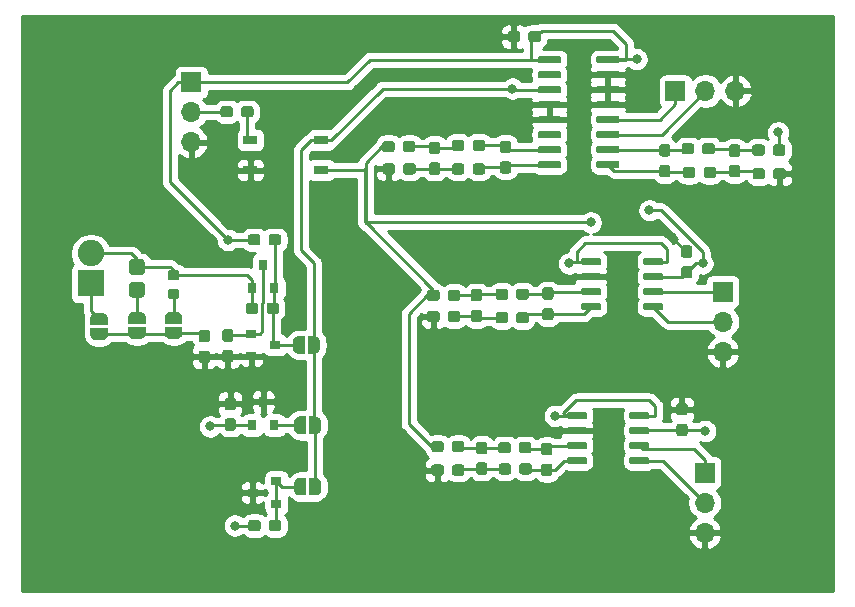
<source format=gtl>
G04 #@! TF.GenerationSoftware,KiCad,Pcbnew,(5.1.5-0)*
G04 #@! TF.CreationDate,2021-08-17T13:30:22-06:00*
G04 #@! TF.ProjectId,HX711_710_711_720,48583731-315f-4373-9130-5f3731315f37,rev?*
G04 #@! TF.SameCoordinates,Original*
G04 #@! TF.FileFunction,Copper,L1,Top*
G04 #@! TF.FilePolarity,Positive*
%FSLAX46Y46*%
G04 Gerber Fmt 4.6, Leading zero omitted, Abs format (unit mm)*
G04 Created by KiCad (PCBNEW (5.1.5-0)) date 2021-08-17 13:30:22*
%MOMM*%
%LPD*%
G04 APERTURE LIST*
%ADD10C,0.100000*%
%ADD11R,1.200000X0.800000*%
%ADD12R,0.900000X0.800000*%
%ADD13R,0.800000X0.900000*%
%ADD14O,1.700000X1.700000*%
%ADD15R,1.700000X1.700000*%
%ADD16O,2.240000X2.240000*%
%ADD17R,2.240000X2.240000*%
%ADD18C,0.800000*%
%ADD19C,0.250000*%
%ADD20C,0.254000*%
G04 APERTURE END LIST*
G04 #@! TA.AperFunction,SMDPad,CuDef*
D10*
G36*
X152635779Y-51926144D02*
G01*
X152658834Y-51929563D01*
X152681443Y-51935227D01*
X152703387Y-51943079D01*
X152724457Y-51953044D01*
X152744448Y-51965026D01*
X152763168Y-51978910D01*
X152780438Y-51994562D01*
X152796090Y-52011832D01*
X152809974Y-52030552D01*
X152821956Y-52050543D01*
X152831921Y-52071613D01*
X152839773Y-52093557D01*
X152845437Y-52116166D01*
X152848856Y-52139221D01*
X152850000Y-52162500D01*
X152850000Y-52637500D01*
X152848856Y-52660779D01*
X152845437Y-52683834D01*
X152839773Y-52706443D01*
X152831921Y-52728387D01*
X152821956Y-52749457D01*
X152809974Y-52769448D01*
X152796090Y-52788168D01*
X152780438Y-52805438D01*
X152763168Y-52821090D01*
X152744448Y-52834974D01*
X152724457Y-52846956D01*
X152703387Y-52856921D01*
X152681443Y-52864773D01*
X152658834Y-52870437D01*
X152635779Y-52873856D01*
X152612500Y-52875000D01*
X152037500Y-52875000D01*
X152014221Y-52873856D01*
X151991166Y-52870437D01*
X151968557Y-52864773D01*
X151946613Y-52856921D01*
X151925543Y-52846956D01*
X151905552Y-52834974D01*
X151886832Y-52821090D01*
X151869562Y-52805438D01*
X151853910Y-52788168D01*
X151840026Y-52769448D01*
X151828044Y-52749457D01*
X151818079Y-52728387D01*
X151810227Y-52706443D01*
X151804563Y-52683834D01*
X151801144Y-52660779D01*
X151800000Y-52637500D01*
X151800000Y-52162500D01*
X151801144Y-52139221D01*
X151804563Y-52116166D01*
X151810227Y-52093557D01*
X151818079Y-52071613D01*
X151828044Y-52050543D01*
X151840026Y-52030552D01*
X151853910Y-52011832D01*
X151869562Y-51994562D01*
X151886832Y-51978910D01*
X151905552Y-51965026D01*
X151925543Y-51953044D01*
X151946613Y-51943079D01*
X151968557Y-51935227D01*
X151991166Y-51929563D01*
X152014221Y-51926144D01*
X152037500Y-51925000D01*
X152612500Y-51925000D01*
X152635779Y-51926144D01*
G37*
G04 #@! TD.AperFunction*
G04 #@! TA.AperFunction,SMDPad,CuDef*
G36*
X154385779Y-51926144D02*
G01*
X154408834Y-51929563D01*
X154431443Y-51935227D01*
X154453387Y-51943079D01*
X154474457Y-51953044D01*
X154494448Y-51965026D01*
X154513168Y-51978910D01*
X154530438Y-51994562D01*
X154546090Y-52011832D01*
X154559974Y-52030552D01*
X154571956Y-52050543D01*
X154581921Y-52071613D01*
X154589773Y-52093557D01*
X154595437Y-52116166D01*
X154598856Y-52139221D01*
X154600000Y-52162500D01*
X154600000Y-52637500D01*
X154598856Y-52660779D01*
X154595437Y-52683834D01*
X154589773Y-52706443D01*
X154581921Y-52728387D01*
X154571956Y-52749457D01*
X154559974Y-52769448D01*
X154546090Y-52788168D01*
X154530438Y-52805438D01*
X154513168Y-52821090D01*
X154494448Y-52834974D01*
X154474457Y-52846956D01*
X154453387Y-52856921D01*
X154431443Y-52864773D01*
X154408834Y-52870437D01*
X154385779Y-52873856D01*
X154362500Y-52875000D01*
X153787500Y-52875000D01*
X153764221Y-52873856D01*
X153741166Y-52870437D01*
X153718557Y-52864773D01*
X153696613Y-52856921D01*
X153675543Y-52846956D01*
X153655552Y-52834974D01*
X153636832Y-52821090D01*
X153619562Y-52805438D01*
X153603910Y-52788168D01*
X153590026Y-52769448D01*
X153578044Y-52749457D01*
X153568079Y-52728387D01*
X153560227Y-52706443D01*
X153554563Y-52683834D01*
X153551144Y-52660779D01*
X153550000Y-52637500D01*
X153550000Y-52162500D01*
X153551144Y-52139221D01*
X153554563Y-52116166D01*
X153560227Y-52093557D01*
X153568079Y-52071613D01*
X153578044Y-52050543D01*
X153590026Y-52030552D01*
X153603910Y-52011832D01*
X153619562Y-51994562D01*
X153636832Y-51978910D01*
X153655552Y-51965026D01*
X153675543Y-51953044D01*
X153696613Y-51943079D01*
X153718557Y-51935227D01*
X153741166Y-51929563D01*
X153764221Y-51926144D01*
X153787500Y-51925000D01*
X154362500Y-51925000D01*
X154385779Y-51926144D01*
G37*
G04 #@! TD.AperFunction*
G04 #@! TA.AperFunction,SMDPad,CuDef*
G36*
X163614703Y-84195722D02*
G01*
X163629264Y-84197882D01*
X163643543Y-84201459D01*
X163657403Y-84206418D01*
X163670710Y-84212712D01*
X163683336Y-84220280D01*
X163695159Y-84229048D01*
X163706066Y-84238934D01*
X163715952Y-84249841D01*
X163724720Y-84261664D01*
X163732288Y-84274290D01*
X163738582Y-84287597D01*
X163743541Y-84301457D01*
X163747118Y-84315736D01*
X163749278Y-84330297D01*
X163750000Y-84345000D01*
X163750000Y-84645000D01*
X163749278Y-84659703D01*
X163747118Y-84674264D01*
X163743541Y-84688543D01*
X163738582Y-84702403D01*
X163732288Y-84715710D01*
X163724720Y-84728336D01*
X163715952Y-84740159D01*
X163706066Y-84751066D01*
X163695159Y-84760952D01*
X163683336Y-84769720D01*
X163670710Y-84777288D01*
X163657403Y-84783582D01*
X163643543Y-84788541D01*
X163629264Y-84792118D01*
X163614703Y-84794278D01*
X163600000Y-84795000D01*
X162250000Y-84795000D01*
X162235297Y-84794278D01*
X162220736Y-84792118D01*
X162206457Y-84788541D01*
X162192597Y-84783582D01*
X162179290Y-84777288D01*
X162166664Y-84769720D01*
X162154841Y-84760952D01*
X162143934Y-84751066D01*
X162134048Y-84740159D01*
X162125280Y-84728336D01*
X162117712Y-84715710D01*
X162111418Y-84702403D01*
X162106459Y-84688543D01*
X162102882Y-84674264D01*
X162100722Y-84659703D01*
X162100000Y-84645000D01*
X162100000Y-84345000D01*
X162100722Y-84330297D01*
X162102882Y-84315736D01*
X162106459Y-84301457D01*
X162111418Y-84287597D01*
X162117712Y-84274290D01*
X162125280Y-84261664D01*
X162134048Y-84249841D01*
X162143934Y-84238934D01*
X162154841Y-84229048D01*
X162166664Y-84220280D01*
X162179290Y-84212712D01*
X162192597Y-84206418D01*
X162206457Y-84201459D01*
X162220736Y-84197882D01*
X162235297Y-84195722D01*
X162250000Y-84195000D01*
X163600000Y-84195000D01*
X163614703Y-84195722D01*
G37*
G04 #@! TD.AperFunction*
G04 #@! TA.AperFunction,SMDPad,CuDef*
G36*
X163614703Y-85465722D02*
G01*
X163629264Y-85467882D01*
X163643543Y-85471459D01*
X163657403Y-85476418D01*
X163670710Y-85482712D01*
X163683336Y-85490280D01*
X163695159Y-85499048D01*
X163706066Y-85508934D01*
X163715952Y-85519841D01*
X163724720Y-85531664D01*
X163732288Y-85544290D01*
X163738582Y-85557597D01*
X163743541Y-85571457D01*
X163747118Y-85585736D01*
X163749278Y-85600297D01*
X163750000Y-85615000D01*
X163750000Y-85915000D01*
X163749278Y-85929703D01*
X163747118Y-85944264D01*
X163743541Y-85958543D01*
X163738582Y-85972403D01*
X163732288Y-85985710D01*
X163724720Y-85998336D01*
X163715952Y-86010159D01*
X163706066Y-86021066D01*
X163695159Y-86030952D01*
X163683336Y-86039720D01*
X163670710Y-86047288D01*
X163657403Y-86053582D01*
X163643543Y-86058541D01*
X163629264Y-86062118D01*
X163614703Y-86064278D01*
X163600000Y-86065000D01*
X162250000Y-86065000D01*
X162235297Y-86064278D01*
X162220736Y-86062118D01*
X162206457Y-86058541D01*
X162192597Y-86053582D01*
X162179290Y-86047288D01*
X162166664Y-86039720D01*
X162154841Y-86030952D01*
X162143934Y-86021066D01*
X162134048Y-86010159D01*
X162125280Y-85998336D01*
X162117712Y-85985710D01*
X162111418Y-85972403D01*
X162106459Y-85958543D01*
X162102882Y-85944264D01*
X162100722Y-85929703D01*
X162100000Y-85915000D01*
X162100000Y-85615000D01*
X162100722Y-85600297D01*
X162102882Y-85585736D01*
X162106459Y-85571457D01*
X162111418Y-85557597D01*
X162117712Y-85544290D01*
X162125280Y-85531664D01*
X162134048Y-85519841D01*
X162143934Y-85508934D01*
X162154841Y-85499048D01*
X162166664Y-85490280D01*
X162179290Y-85482712D01*
X162192597Y-85476418D01*
X162206457Y-85471459D01*
X162220736Y-85467882D01*
X162235297Y-85465722D01*
X162250000Y-85465000D01*
X163600000Y-85465000D01*
X163614703Y-85465722D01*
G37*
G04 #@! TD.AperFunction*
G04 #@! TA.AperFunction,SMDPad,CuDef*
G36*
X163614703Y-86735722D02*
G01*
X163629264Y-86737882D01*
X163643543Y-86741459D01*
X163657403Y-86746418D01*
X163670710Y-86752712D01*
X163683336Y-86760280D01*
X163695159Y-86769048D01*
X163706066Y-86778934D01*
X163715952Y-86789841D01*
X163724720Y-86801664D01*
X163732288Y-86814290D01*
X163738582Y-86827597D01*
X163743541Y-86841457D01*
X163747118Y-86855736D01*
X163749278Y-86870297D01*
X163750000Y-86885000D01*
X163750000Y-87185000D01*
X163749278Y-87199703D01*
X163747118Y-87214264D01*
X163743541Y-87228543D01*
X163738582Y-87242403D01*
X163732288Y-87255710D01*
X163724720Y-87268336D01*
X163715952Y-87280159D01*
X163706066Y-87291066D01*
X163695159Y-87300952D01*
X163683336Y-87309720D01*
X163670710Y-87317288D01*
X163657403Y-87323582D01*
X163643543Y-87328541D01*
X163629264Y-87332118D01*
X163614703Y-87334278D01*
X163600000Y-87335000D01*
X162250000Y-87335000D01*
X162235297Y-87334278D01*
X162220736Y-87332118D01*
X162206457Y-87328541D01*
X162192597Y-87323582D01*
X162179290Y-87317288D01*
X162166664Y-87309720D01*
X162154841Y-87300952D01*
X162143934Y-87291066D01*
X162134048Y-87280159D01*
X162125280Y-87268336D01*
X162117712Y-87255710D01*
X162111418Y-87242403D01*
X162106459Y-87228543D01*
X162102882Y-87214264D01*
X162100722Y-87199703D01*
X162100000Y-87185000D01*
X162100000Y-86885000D01*
X162100722Y-86870297D01*
X162102882Y-86855736D01*
X162106459Y-86841457D01*
X162111418Y-86827597D01*
X162117712Y-86814290D01*
X162125280Y-86801664D01*
X162134048Y-86789841D01*
X162143934Y-86778934D01*
X162154841Y-86769048D01*
X162166664Y-86760280D01*
X162179290Y-86752712D01*
X162192597Y-86746418D01*
X162206457Y-86741459D01*
X162220736Y-86737882D01*
X162235297Y-86735722D01*
X162250000Y-86735000D01*
X163600000Y-86735000D01*
X163614703Y-86735722D01*
G37*
G04 #@! TD.AperFunction*
G04 #@! TA.AperFunction,SMDPad,CuDef*
G36*
X163614703Y-88005722D02*
G01*
X163629264Y-88007882D01*
X163643543Y-88011459D01*
X163657403Y-88016418D01*
X163670710Y-88022712D01*
X163683336Y-88030280D01*
X163695159Y-88039048D01*
X163706066Y-88048934D01*
X163715952Y-88059841D01*
X163724720Y-88071664D01*
X163732288Y-88084290D01*
X163738582Y-88097597D01*
X163743541Y-88111457D01*
X163747118Y-88125736D01*
X163749278Y-88140297D01*
X163750000Y-88155000D01*
X163750000Y-88455000D01*
X163749278Y-88469703D01*
X163747118Y-88484264D01*
X163743541Y-88498543D01*
X163738582Y-88512403D01*
X163732288Y-88525710D01*
X163724720Y-88538336D01*
X163715952Y-88550159D01*
X163706066Y-88561066D01*
X163695159Y-88570952D01*
X163683336Y-88579720D01*
X163670710Y-88587288D01*
X163657403Y-88593582D01*
X163643543Y-88598541D01*
X163629264Y-88602118D01*
X163614703Y-88604278D01*
X163600000Y-88605000D01*
X162250000Y-88605000D01*
X162235297Y-88604278D01*
X162220736Y-88602118D01*
X162206457Y-88598541D01*
X162192597Y-88593582D01*
X162179290Y-88587288D01*
X162166664Y-88579720D01*
X162154841Y-88570952D01*
X162143934Y-88561066D01*
X162134048Y-88550159D01*
X162125280Y-88538336D01*
X162117712Y-88525710D01*
X162111418Y-88512403D01*
X162106459Y-88498543D01*
X162102882Y-88484264D01*
X162100722Y-88469703D01*
X162100000Y-88455000D01*
X162100000Y-88155000D01*
X162100722Y-88140297D01*
X162102882Y-88125736D01*
X162106459Y-88111457D01*
X162111418Y-88097597D01*
X162117712Y-88084290D01*
X162125280Y-88071664D01*
X162134048Y-88059841D01*
X162143934Y-88048934D01*
X162154841Y-88039048D01*
X162166664Y-88030280D01*
X162179290Y-88022712D01*
X162192597Y-88016418D01*
X162206457Y-88011459D01*
X162220736Y-88007882D01*
X162235297Y-88005722D01*
X162250000Y-88005000D01*
X163600000Y-88005000D01*
X163614703Y-88005722D01*
G37*
G04 #@! TD.AperFunction*
G04 #@! TA.AperFunction,SMDPad,CuDef*
G36*
X158364703Y-88005722D02*
G01*
X158379264Y-88007882D01*
X158393543Y-88011459D01*
X158407403Y-88016418D01*
X158420710Y-88022712D01*
X158433336Y-88030280D01*
X158445159Y-88039048D01*
X158456066Y-88048934D01*
X158465952Y-88059841D01*
X158474720Y-88071664D01*
X158482288Y-88084290D01*
X158488582Y-88097597D01*
X158493541Y-88111457D01*
X158497118Y-88125736D01*
X158499278Y-88140297D01*
X158500000Y-88155000D01*
X158500000Y-88455000D01*
X158499278Y-88469703D01*
X158497118Y-88484264D01*
X158493541Y-88498543D01*
X158488582Y-88512403D01*
X158482288Y-88525710D01*
X158474720Y-88538336D01*
X158465952Y-88550159D01*
X158456066Y-88561066D01*
X158445159Y-88570952D01*
X158433336Y-88579720D01*
X158420710Y-88587288D01*
X158407403Y-88593582D01*
X158393543Y-88598541D01*
X158379264Y-88602118D01*
X158364703Y-88604278D01*
X158350000Y-88605000D01*
X157000000Y-88605000D01*
X156985297Y-88604278D01*
X156970736Y-88602118D01*
X156956457Y-88598541D01*
X156942597Y-88593582D01*
X156929290Y-88587288D01*
X156916664Y-88579720D01*
X156904841Y-88570952D01*
X156893934Y-88561066D01*
X156884048Y-88550159D01*
X156875280Y-88538336D01*
X156867712Y-88525710D01*
X156861418Y-88512403D01*
X156856459Y-88498543D01*
X156852882Y-88484264D01*
X156850722Y-88469703D01*
X156850000Y-88455000D01*
X156850000Y-88155000D01*
X156850722Y-88140297D01*
X156852882Y-88125736D01*
X156856459Y-88111457D01*
X156861418Y-88097597D01*
X156867712Y-88084290D01*
X156875280Y-88071664D01*
X156884048Y-88059841D01*
X156893934Y-88048934D01*
X156904841Y-88039048D01*
X156916664Y-88030280D01*
X156929290Y-88022712D01*
X156942597Y-88016418D01*
X156956457Y-88011459D01*
X156970736Y-88007882D01*
X156985297Y-88005722D01*
X157000000Y-88005000D01*
X158350000Y-88005000D01*
X158364703Y-88005722D01*
G37*
G04 #@! TD.AperFunction*
G04 #@! TA.AperFunction,SMDPad,CuDef*
G36*
X158364703Y-86735722D02*
G01*
X158379264Y-86737882D01*
X158393543Y-86741459D01*
X158407403Y-86746418D01*
X158420710Y-86752712D01*
X158433336Y-86760280D01*
X158445159Y-86769048D01*
X158456066Y-86778934D01*
X158465952Y-86789841D01*
X158474720Y-86801664D01*
X158482288Y-86814290D01*
X158488582Y-86827597D01*
X158493541Y-86841457D01*
X158497118Y-86855736D01*
X158499278Y-86870297D01*
X158500000Y-86885000D01*
X158500000Y-87185000D01*
X158499278Y-87199703D01*
X158497118Y-87214264D01*
X158493541Y-87228543D01*
X158488582Y-87242403D01*
X158482288Y-87255710D01*
X158474720Y-87268336D01*
X158465952Y-87280159D01*
X158456066Y-87291066D01*
X158445159Y-87300952D01*
X158433336Y-87309720D01*
X158420710Y-87317288D01*
X158407403Y-87323582D01*
X158393543Y-87328541D01*
X158379264Y-87332118D01*
X158364703Y-87334278D01*
X158350000Y-87335000D01*
X157000000Y-87335000D01*
X156985297Y-87334278D01*
X156970736Y-87332118D01*
X156956457Y-87328541D01*
X156942597Y-87323582D01*
X156929290Y-87317288D01*
X156916664Y-87309720D01*
X156904841Y-87300952D01*
X156893934Y-87291066D01*
X156884048Y-87280159D01*
X156875280Y-87268336D01*
X156867712Y-87255710D01*
X156861418Y-87242403D01*
X156856459Y-87228543D01*
X156852882Y-87214264D01*
X156850722Y-87199703D01*
X156850000Y-87185000D01*
X156850000Y-86885000D01*
X156850722Y-86870297D01*
X156852882Y-86855736D01*
X156856459Y-86841457D01*
X156861418Y-86827597D01*
X156867712Y-86814290D01*
X156875280Y-86801664D01*
X156884048Y-86789841D01*
X156893934Y-86778934D01*
X156904841Y-86769048D01*
X156916664Y-86760280D01*
X156929290Y-86752712D01*
X156942597Y-86746418D01*
X156956457Y-86741459D01*
X156970736Y-86737882D01*
X156985297Y-86735722D01*
X157000000Y-86735000D01*
X158350000Y-86735000D01*
X158364703Y-86735722D01*
G37*
G04 #@! TD.AperFunction*
G04 #@! TA.AperFunction,SMDPad,CuDef*
G36*
X158364703Y-85465722D02*
G01*
X158379264Y-85467882D01*
X158393543Y-85471459D01*
X158407403Y-85476418D01*
X158420710Y-85482712D01*
X158433336Y-85490280D01*
X158445159Y-85499048D01*
X158456066Y-85508934D01*
X158465952Y-85519841D01*
X158474720Y-85531664D01*
X158482288Y-85544290D01*
X158488582Y-85557597D01*
X158493541Y-85571457D01*
X158497118Y-85585736D01*
X158499278Y-85600297D01*
X158500000Y-85615000D01*
X158500000Y-85915000D01*
X158499278Y-85929703D01*
X158497118Y-85944264D01*
X158493541Y-85958543D01*
X158488582Y-85972403D01*
X158482288Y-85985710D01*
X158474720Y-85998336D01*
X158465952Y-86010159D01*
X158456066Y-86021066D01*
X158445159Y-86030952D01*
X158433336Y-86039720D01*
X158420710Y-86047288D01*
X158407403Y-86053582D01*
X158393543Y-86058541D01*
X158379264Y-86062118D01*
X158364703Y-86064278D01*
X158350000Y-86065000D01*
X157000000Y-86065000D01*
X156985297Y-86064278D01*
X156970736Y-86062118D01*
X156956457Y-86058541D01*
X156942597Y-86053582D01*
X156929290Y-86047288D01*
X156916664Y-86039720D01*
X156904841Y-86030952D01*
X156893934Y-86021066D01*
X156884048Y-86010159D01*
X156875280Y-85998336D01*
X156867712Y-85985710D01*
X156861418Y-85972403D01*
X156856459Y-85958543D01*
X156852882Y-85944264D01*
X156850722Y-85929703D01*
X156850000Y-85915000D01*
X156850000Y-85615000D01*
X156850722Y-85600297D01*
X156852882Y-85585736D01*
X156856459Y-85571457D01*
X156861418Y-85557597D01*
X156867712Y-85544290D01*
X156875280Y-85531664D01*
X156884048Y-85519841D01*
X156893934Y-85508934D01*
X156904841Y-85499048D01*
X156916664Y-85490280D01*
X156929290Y-85482712D01*
X156942597Y-85476418D01*
X156956457Y-85471459D01*
X156970736Y-85467882D01*
X156985297Y-85465722D01*
X157000000Y-85465000D01*
X158350000Y-85465000D01*
X158364703Y-85465722D01*
G37*
G04 #@! TD.AperFunction*
G04 #@! TA.AperFunction,SMDPad,CuDef*
G36*
X158364703Y-84195722D02*
G01*
X158379264Y-84197882D01*
X158393543Y-84201459D01*
X158407403Y-84206418D01*
X158420710Y-84212712D01*
X158433336Y-84220280D01*
X158445159Y-84229048D01*
X158456066Y-84238934D01*
X158465952Y-84249841D01*
X158474720Y-84261664D01*
X158482288Y-84274290D01*
X158488582Y-84287597D01*
X158493541Y-84301457D01*
X158497118Y-84315736D01*
X158499278Y-84330297D01*
X158500000Y-84345000D01*
X158500000Y-84645000D01*
X158499278Y-84659703D01*
X158497118Y-84674264D01*
X158493541Y-84688543D01*
X158488582Y-84702403D01*
X158482288Y-84715710D01*
X158474720Y-84728336D01*
X158465952Y-84740159D01*
X158456066Y-84751066D01*
X158445159Y-84760952D01*
X158433336Y-84769720D01*
X158420710Y-84777288D01*
X158407403Y-84783582D01*
X158393543Y-84788541D01*
X158379264Y-84792118D01*
X158364703Y-84794278D01*
X158350000Y-84795000D01*
X157000000Y-84795000D01*
X156985297Y-84794278D01*
X156970736Y-84792118D01*
X156956457Y-84788541D01*
X156942597Y-84783582D01*
X156929290Y-84777288D01*
X156916664Y-84769720D01*
X156904841Y-84760952D01*
X156893934Y-84751066D01*
X156884048Y-84740159D01*
X156875280Y-84728336D01*
X156867712Y-84715710D01*
X156861418Y-84702403D01*
X156856459Y-84688543D01*
X156852882Y-84674264D01*
X156850722Y-84659703D01*
X156850000Y-84645000D01*
X156850000Y-84345000D01*
X156850722Y-84330297D01*
X156852882Y-84315736D01*
X156856459Y-84301457D01*
X156861418Y-84287597D01*
X156867712Y-84274290D01*
X156875280Y-84261664D01*
X156884048Y-84249841D01*
X156893934Y-84238934D01*
X156904841Y-84229048D01*
X156916664Y-84220280D01*
X156929290Y-84212712D01*
X156942597Y-84206418D01*
X156956457Y-84201459D01*
X156970736Y-84197882D01*
X156985297Y-84195722D01*
X157000000Y-84195000D01*
X158350000Y-84195000D01*
X158364703Y-84195722D01*
G37*
G04 #@! TD.AperFunction*
G04 #@! TA.AperFunction,SMDPad,CuDef*
G36*
X164789703Y-71160722D02*
G01*
X164804264Y-71162882D01*
X164818543Y-71166459D01*
X164832403Y-71171418D01*
X164845710Y-71177712D01*
X164858336Y-71185280D01*
X164870159Y-71194048D01*
X164881066Y-71203934D01*
X164890952Y-71214841D01*
X164899720Y-71226664D01*
X164907288Y-71239290D01*
X164913582Y-71252597D01*
X164918541Y-71266457D01*
X164922118Y-71280736D01*
X164924278Y-71295297D01*
X164925000Y-71310000D01*
X164925000Y-71610000D01*
X164924278Y-71624703D01*
X164922118Y-71639264D01*
X164918541Y-71653543D01*
X164913582Y-71667403D01*
X164907288Y-71680710D01*
X164899720Y-71693336D01*
X164890952Y-71705159D01*
X164881066Y-71716066D01*
X164870159Y-71725952D01*
X164858336Y-71734720D01*
X164845710Y-71742288D01*
X164832403Y-71748582D01*
X164818543Y-71753541D01*
X164804264Y-71757118D01*
X164789703Y-71759278D01*
X164775000Y-71760000D01*
X163425000Y-71760000D01*
X163410297Y-71759278D01*
X163395736Y-71757118D01*
X163381457Y-71753541D01*
X163367597Y-71748582D01*
X163354290Y-71742288D01*
X163341664Y-71734720D01*
X163329841Y-71725952D01*
X163318934Y-71716066D01*
X163309048Y-71705159D01*
X163300280Y-71693336D01*
X163292712Y-71680710D01*
X163286418Y-71667403D01*
X163281459Y-71653543D01*
X163277882Y-71639264D01*
X163275722Y-71624703D01*
X163275000Y-71610000D01*
X163275000Y-71310000D01*
X163275722Y-71295297D01*
X163277882Y-71280736D01*
X163281459Y-71266457D01*
X163286418Y-71252597D01*
X163292712Y-71239290D01*
X163300280Y-71226664D01*
X163309048Y-71214841D01*
X163318934Y-71203934D01*
X163329841Y-71194048D01*
X163341664Y-71185280D01*
X163354290Y-71177712D01*
X163367597Y-71171418D01*
X163381457Y-71166459D01*
X163395736Y-71162882D01*
X163410297Y-71160722D01*
X163425000Y-71160000D01*
X164775000Y-71160000D01*
X164789703Y-71160722D01*
G37*
G04 #@! TD.AperFunction*
G04 #@! TA.AperFunction,SMDPad,CuDef*
G36*
X164789703Y-72430722D02*
G01*
X164804264Y-72432882D01*
X164818543Y-72436459D01*
X164832403Y-72441418D01*
X164845710Y-72447712D01*
X164858336Y-72455280D01*
X164870159Y-72464048D01*
X164881066Y-72473934D01*
X164890952Y-72484841D01*
X164899720Y-72496664D01*
X164907288Y-72509290D01*
X164913582Y-72522597D01*
X164918541Y-72536457D01*
X164922118Y-72550736D01*
X164924278Y-72565297D01*
X164925000Y-72580000D01*
X164925000Y-72880000D01*
X164924278Y-72894703D01*
X164922118Y-72909264D01*
X164918541Y-72923543D01*
X164913582Y-72937403D01*
X164907288Y-72950710D01*
X164899720Y-72963336D01*
X164890952Y-72975159D01*
X164881066Y-72986066D01*
X164870159Y-72995952D01*
X164858336Y-73004720D01*
X164845710Y-73012288D01*
X164832403Y-73018582D01*
X164818543Y-73023541D01*
X164804264Y-73027118D01*
X164789703Y-73029278D01*
X164775000Y-73030000D01*
X163425000Y-73030000D01*
X163410297Y-73029278D01*
X163395736Y-73027118D01*
X163381457Y-73023541D01*
X163367597Y-73018582D01*
X163354290Y-73012288D01*
X163341664Y-73004720D01*
X163329841Y-72995952D01*
X163318934Y-72986066D01*
X163309048Y-72975159D01*
X163300280Y-72963336D01*
X163292712Y-72950710D01*
X163286418Y-72937403D01*
X163281459Y-72923543D01*
X163277882Y-72909264D01*
X163275722Y-72894703D01*
X163275000Y-72880000D01*
X163275000Y-72580000D01*
X163275722Y-72565297D01*
X163277882Y-72550736D01*
X163281459Y-72536457D01*
X163286418Y-72522597D01*
X163292712Y-72509290D01*
X163300280Y-72496664D01*
X163309048Y-72484841D01*
X163318934Y-72473934D01*
X163329841Y-72464048D01*
X163341664Y-72455280D01*
X163354290Y-72447712D01*
X163367597Y-72441418D01*
X163381457Y-72436459D01*
X163395736Y-72432882D01*
X163410297Y-72430722D01*
X163425000Y-72430000D01*
X164775000Y-72430000D01*
X164789703Y-72430722D01*
G37*
G04 #@! TD.AperFunction*
G04 #@! TA.AperFunction,SMDPad,CuDef*
G36*
X164789703Y-73700722D02*
G01*
X164804264Y-73702882D01*
X164818543Y-73706459D01*
X164832403Y-73711418D01*
X164845710Y-73717712D01*
X164858336Y-73725280D01*
X164870159Y-73734048D01*
X164881066Y-73743934D01*
X164890952Y-73754841D01*
X164899720Y-73766664D01*
X164907288Y-73779290D01*
X164913582Y-73792597D01*
X164918541Y-73806457D01*
X164922118Y-73820736D01*
X164924278Y-73835297D01*
X164925000Y-73850000D01*
X164925000Y-74150000D01*
X164924278Y-74164703D01*
X164922118Y-74179264D01*
X164918541Y-74193543D01*
X164913582Y-74207403D01*
X164907288Y-74220710D01*
X164899720Y-74233336D01*
X164890952Y-74245159D01*
X164881066Y-74256066D01*
X164870159Y-74265952D01*
X164858336Y-74274720D01*
X164845710Y-74282288D01*
X164832403Y-74288582D01*
X164818543Y-74293541D01*
X164804264Y-74297118D01*
X164789703Y-74299278D01*
X164775000Y-74300000D01*
X163425000Y-74300000D01*
X163410297Y-74299278D01*
X163395736Y-74297118D01*
X163381457Y-74293541D01*
X163367597Y-74288582D01*
X163354290Y-74282288D01*
X163341664Y-74274720D01*
X163329841Y-74265952D01*
X163318934Y-74256066D01*
X163309048Y-74245159D01*
X163300280Y-74233336D01*
X163292712Y-74220710D01*
X163286418Y-74207403D01*
X163281459Y-74193543D01*
X163277882Y-74179264D01*
X163275722Y-74164703D01*
X163275000Y-74150000D01*
X163275000Y-73850000D01*
X163275722Y-73835297D01*
X163277882Y-73820736D01*
X163281459Y-73806457D01*
X163286418Y-73792597D01*
X163292712Y-73779290D01*
X163300280Y-73766664D01*
X163309048Y-73754841D01*
X163318934Y-73743934D01*
X163329841Y-73734048D01*
X163341664Y-73725280D01*
X163354290Y-73717712D01*
X163367597Y-73711418D01*
X163381457Y-73706459D01*
X163395736Y-73702882D01*
X163410297Y-73700722D01*
X163425000Y-73700000D01*
X164775000Y-73700000D01*
X164789703Y-73700722D01*
G37*
G04 #@! TD.AperFunction*
G04 #@! TA.AperFunction,SMDPad,CuDef*
G36*
X164789703Y-74970722D02*
G01*
X164804264Y-74972882D01*
X164818543Y-74976459D01*
X164832403Y-74981418D01*
X164845710Y-74987712D01*
X164858336Y-74995280D01*
X164870159Y-75004048D01*
X164881066Y-75013934D01*
X164890952Y-75024841D01*
X164899720Y-75036664D01*
X164907288Y-75049290D01*
X164913582Y-75062597D01*
X164918541Y-75076457D01*
X164922118Y-75090736D01*
X164924278Y-75105297D01*
X164925000Y-75120000D01*
X164925000Y-75420000D01*
X164924278Y-75434703D01*
X164922118Y-75449264D01*
X164918541Y-75463543D01*
X164913582Y-75477403D01*
X164907288Y-75490710D01*
X164899720Y-75503336D01*
X164890952Y-75515159D01*
X164881066Y-75526066D01*
X164870159Y-75535952D01*
X164858336Y-75544720D01*
X164845710Y-75552288D01*
X164832403Y-75558582D01*
X164818543Y-75563541D01*
X164804264Y-75567118D01*
X164789703Y-75569278D01*
X164775000Y-75570000D01*
X163425000Y-75570000D01*
X163410297Y-75569278D01*
X163395736Y-75567118D01*
X163381457Y-75563541D01*
X163367597Y-75558582D01*
X163354290Y-75552288D01*
X163341664Y-75544720D01*
X163329841Y-75535952D01*
X163318934Y-75526066D01*
X163309048Y-75515159D01*
X163300280Y-75503336D01*
X163292712Y-75490710D01*
X163286418Y-75477403D01*
X163281459Y-75463543D01*
X163277882Y-75449264D01*
X163275722Y-75434703D01*
X163275000Y-75420000D01*
X163275000Y-75120000D01*
X163275722Y-75105297D01*
X163277882Y-75090736D01*
X163281459Y-75076457D01*
X163286418Y-75062597D01*
X163292712Y-75049290D01*
X163300280Y-75036664D01*
X163309048Y-75024841D01*
X163318934Y-75013934D01*
X163329841Y-75004048D01*
X163341664Y-74995280D01*
X163354290Y-74987712D01*
X163367597Y-74981418D01*
X163381457Y-74976459D01*
X163395736Y-74972882D01*
X163410297Y-74970722D01*
X163425000Y-74970000D01*
X164775000Y-74970000D01*
X164789703Y-74970722D01*
G37*
G04 #@! TD.AperFunction*
G04 #@! TA.AperFunction,SMDPad,CuDef*
G36*
X159539703Y-74970722D02*
G01*
X159554264Y-74972882D01*
X159568543Y-74976459D01*
X159582403Y-74981418D01*
X159595710Y-74987712D01*
X159608336Y-74995280D01*
X159620159Y-75004048D01*
X159631066Y-75013934D01*
X159640952Y-75024841D01*
X159649720Y-75036664D01*
X159657288Y-75049290D01*
X159663582Y-75062597D01*
X159668541Y-75076457D01*
X159672118Y-75090736D01*
X159674278Y-75105297D01*
X159675000Y-75120000D01*
X159675000Y-75420000D01*
X159674278Y-75434703D01*
X159672118Y-75449264D01*
X159668541Y-75463543D01*
X159663582Y-75477403D01*
X159657288Y-75490710D01*
X159649720Y-75503336D01*
X159640952Y-75515159D01*
X159631066Y-75526066D01*
X159620159Y-75535952D01*
X159608336Y-75544720D01*
X159595710Y-75552288D01*
X159582403Y-75558582D01*
X159568543Y-75563541D01*
X159554264Y-75567118D01*
X159539703Y-75569278D01*
X159525000Y-75570000D01*
X158175000Y-75570000D01*
X158160297Y-75569278D01*
X158145736Y-75567118D01*
X158131457Y-75563541D01*
X158117597Y-75558582D01*
X158104290Y-75552288D01*
X158091664Y-75544720D01*
X158079841Y-75535952D01*
X158068934Y-75526066D01*
X158059048Y-75515159D01*
X158050280Y-75503336D01*
X158042712Y-75490710D01*
X158036418Y-75477403D01*
X158031459Y-75463543D01*
X158027882Y-75449264D01*
X158025722Y-75434703D01*
X158025000Y-75420000D01*
X158025000Y-75120000D01*
X158025722Y-75105297D01*
X158027882Y-75090736D01*
X158031459Y-75076457D01*
X158036418Y-75062597D01*
X158042712Y-75049290D01*
X158050280Y-75036664D01*
X158059048Y-75024841D01*
X158068934Y-75013934D01*
X158079841Y-75004048D01*
X158091664Y-74995280D01*
X158104290Y-74987712D01*
X158117597Y-74981418D01*
X158131457Y-74976459D01*
X158145736Y-74972882D01*
X158160297Y-74970722D01*
X158175000Y-74970000D01*
X159525000Y-74970000D01*
X159539703Y-74970722D01*
G37*
G04 #@! TD.AperFunction*
G04 #@! TA.AperFunction,SMDPad,CuDef*
G36*
X159539703Y-73700722D02*
G01*
X159554264Y-73702882D01*
X159568543Y-73706459D01*
X159582403Y-73711418D01*
X159595710Y-73717712D01*
X159608336Y-73725280D01*
X159620159Y-73734048D01*
X159631066Y-73743934D01*
X159640952Y-73754841D01*
X159649720Y-73766664D01*
X159657288Y-73779290D01*
X159663582Y-73792597D01*
X159668541Y-73806457D01*
X159672118Y-73820736D01*
X159674278Y-73835297D01*
X159675000Y-73850000D01*
X159675000Y-74150000D01*
X159674278Y-74164703D01*
X159672118Y-74179264D01*
X159668541Y-74193543D01*
X159663582Y-74207403D01*
X159657288Y-74220710D01*
X159649720Y-74233336D01*
X159640952Y-74245159D01*
X159631066Y-74256066D01*
X159620159Y-74265952D01*
X159608336Y-74274720D01*
X159595710Y-74282288D01*
X159582403Y-74288582D01*
X159568543Y-74293541D01*
X159554264Y-74297118D01*
X159539703Y-74299278D01*
X159525000Y-74300000D01*
X158175000Y-74300000D01*
X158160297Y-74299278D01*
X158145736Y-74297118D01*
X158131457Y-74293541D01*
X158117597Y-74288582D01*
X158104290Y-74282288D01*
X158091664Y-74274720D01*
X158079841Y-74265952D01*
X158068934Y-74256066D01*
X158059048Y-74245159D01*
X158050280Y-74233336D01*
X158042712Y-74220710D01*
X158036418Y-74207403D01*
X158031459Y-74193543D01*
X158027882Y-74179264D01*
X158025722Y-74164703D01*
X158025000Y-74150000D01*
X158025000Y-73850000D01*
X158025722Y-73835297D01*
X158027882Y-73820736D01*
X158031459Y-73806457D01*
X158036418Y-73792597D01*
X158042712Y-73779290D01*
X158050280Y-73766664D01*
X158059048Y-73754841D01*
X158068934Y-73743934D01*
X158079841Y-73734048D01*
X158091664Y-73725280D01*
X158104290Y-73717712D01*
X158117597Y-73711418D01*
X158131457Y-73706459D01*
X158145736Y-73702882D01*
X158160297Y-73700722D01*
X158175000Y-73700000D01*
X159525000Y-73700000D01*
X159539703Y-73700722D01*
G37*
G04 #@! TD.AperFunction*
G04 #@! TA.AperFunction,SMDPad,CuDef*
G36*
X159539703Y-72430722D02*
G01*
X159554264Y-72432882D01*
X159568543Y-72436459D01*
X159582403Y-72441418D01*
X159595710Y-72447712D01*
X159608336Y-72455280D01*
X159620159Y-72464048D01*
X159631066Y-72473934D01*
X159640952Y-72484841D01*
X159649720Y-72496664D01*
X159657288Y-72509290D01*
X159663582Y-72522597D01*
X159668541Y-72536457D01*
X159672118Y-72550736D01*
X159674278Y-72565297D01*
X159675000Y-72580000D01*
X159675000Y-72880000D01*
X159674278Y-72894703D01*
X159672118Y-72909264D01*
X159668541Y-72923543D01*
X159663582Y-72937403D01*
X159657288Y-72950710D01*
X159649720Y-72963336D01*
X159640952Y-72975159D01*
X159631066Y-72986066D01*
X159620159Y-72995952D01*
X159608336Y-73004720D01*
X159595710Y-73012288D01*
X159582403Y-73018582D01*
X159568543Y-73023541D01*
X159554264Y-73027118D01*
X159539703Y-73029278D01*
X159525000Y-73030000D01*
X158175000Y-73030000D01*
X158160297Y-73029278D01*
X158145736Y-73027118D01*
X158131457Y-73023541D01*
X158117597Y-73018582D01*
X158104290Y-73012288D01*
X158091664Y-73004720D01*
X158079841Y-72995952D01*
X158068934Y-72986066D01*
X158059048Y-72975159D01*
X158050280Y-72963336D01*
X158042712Y-72950710D01*
X158036418Y-72937403D01*
X158031459Y-72923543D01*
X158027882Y-72909264D01*
X158025722Y-72894703D01*
X158025000Y-72880000D01*
X158025000Y-72580000D01*
X158025722Y-72565297D01*
X158027882Y-72550736D01*
X158031459Y-72536457D01*
X158036418Y-72522597D01*
X158042712Y-72509290D01*
X158050280Y-72496664D01*
X158059048Y-72484841D01*
X158068934Y-72473934D01*
X158079841Y-72464048D01*
X158091664Y-72455280D01*
X158104290Y-72447712D01*
X158117597Y-72441418D01*
X158131457Y-72436459D01*
X158145736Y-72432882D01*
X158160297Y-72430722D01*
X158175000Y-72430000D01*
X159525000Y-72430000D01*
X159539703Y-72430722D01*
G37*
G04 #@! TD.AperFunction*
G04 #@! TA.AperFunction,SMDPad,CuDef*
G36*
X159539703Y-71160722D02*
G01*
X159554264Y-71162882D01*
X159568543Y-71166459D01*
X159582403Y-71171418D01*
X159595710Y-71177712D01*
X159608336Y-71185280D01*
X159620159Y-71194048D01*
X159631066Y-71203934D01*
X159640952Y-71214841D01*
X159649720Y-71226664D01*
X159657288Y-71239290D01*
X159663582Y-71252597D01*
X159668541Y-71266457D01*
X159672118Y-71280736D01*
X159674278Y-71295297D01*
X159675000Y-71310000D01*
X159675000Y-71610000D01*
X159674278Y-71624703D01*
X159672118Y-71639264D01*
X159668541Y-71653543D01*
X159663582Y-71667403D01*
X159657288Y-71680710D01*
X159649720Y-71693336D01*
X159640952Y-71705159D01*
X159631066Y-71716066D01*
X159620159Y-71725952D01*
X159608336Y-71734720D01*
X159595710Y-71742288D01*
X159582403Y-71748582D01*
X159568543Y-71753541D01*
X159554264Y-71757118D01*
X159539703Y-71759278D01*
X159525000Y-71760000D01*
X158175000Y-71760000D01*
X158160297Y-71759278D01*
X158145736Y-71757118D01*
X158131457Y-71753541D01*
X158117597Y-71748582D01*
X158104290Y-71742288D01*
X158091664Y-71734720D01*
X158079841Y-71725952D01*
X158068934Y-71716066D01*
X158059048Y-71705159D01*
X158050280Y-71693336D01*
X158042712Y-71680710D01*
X158036418Y-71667403D01*
X158031459Y-71653543D01*
X158027882Y-71639264D01*
X158025722Y-71624703D01*
X158025000Y-71610000D01*
X158025000Y-71310000D01*
X158025722Y-71295297D01*
X158027882Y-71280736D01*
X158031459Y-71266457D01*
X158036418Y-71252597D01*
X158042712Y-71239290D01*
X158050280Y-71226664D01*
X158059048Y-71214841D01*
X158068934Y-71203934D01*
X158079841Y-71194048D01*
X158091664Y-71185280D01*
X158104290Y-71177712D01*
X158117597Y-71171418D01*
X158131457Y-71166459D01*
X158145736Y-71162882D01*
X158160297Y-71160722D01*
X158175000Y-71160000D01*
X159525000Y-71160000D01*
X159539703Y-71160722D01*
G37*
G04 #@! TD.AperFunction*
D11*
X136000000Y-63700000D03*
X130000000Y-63700000D03*
X130000000Y-61160000D03*
X136000000Y-61160000D03*
D12*
X130200000Y-91000000D03*
X132200000Y-90050000D03*
X132200000Y-91950000D03*
D13*
X131100000Y-83300000D03*
X132050000Y-85300000D03*
X130150000Y-85300000D03*
G04 #@! TA.AperFunction,SMDPad,CuDef*
D10*
G36*
X175110779Y-63526144D02*
G01*
X175133834Y-63529563D01*
X175156443Y-63535227D01*
X175178387Y-63543079D01*
X175199457Y-63553044D01*
X175219448Y-63565026D01*
X175238168Y-63578910D01*
X175255438Y-63594562D01*
X175271090Y-63611832D01*
X175284974Y-63630552D01*
X175296956Y-63650543D01*
X175306921Y-63671613D01*
X175314773Y-63693557D01*
X175320437Y-63716166D01*
X175323856Y-63739221D01*
X175325000Y-63762500D01*
X175325000Y-64237500D01*
X175323856Y-64260779D01*
X175320437Y-64283834D01*
X175314773Y-64306443D01*
X175306921Y-64328387D01*
X175296956Y-64349457D01*
X175284974Y-64369448D01*
X175271090Y-64388168D01*
X175255438Y-64405438D01*
X175238168Y-64421090D01*
X175219448Y-64434974D01*
X175199457Y-64446956D01*
X175178387Y-64456921D01*
X175156443Y-64464773D01*
X175133834Y-64470437D01*
X175110779Y-64473856D01*
X175087500Y-64475000D01*
X174512500Y-64475000D01*
X174489221Y-64473856D01*
X174466166Y-64470437D01*
X174443557Y-64464773D01*
X174421613Y-64456921D01*
X174400543Y-64446956D01*
X174380552Y-64434974D01*
X174361832Y-64421090D01*
X174344562Y-64405438D01*
X174328910Y-64388168D01*
X174315026Y-64369448D01*
X174303044Y-64349457D01*
X174293079Y-64328387D01*
X174285227Y-64306443D01*
X174279563Y-64283834D01*
X174276144Y-64260779D01*
X174275000Y-64237500D01*
X174275000Y-63762500D01*
X174276144Y-63739221D01*
X174279563Y-63716166D01*
X174285227Y-63693557D01*
X174293079Y-63671613D01*
X174303044Y-63650543D01*
X174315026Y-63630552D01*
X174328910Y-63611832D01*
X174344562Y-63594562D01*
X174361832Y-63578910D01*
X174380552Y-63565026D01*
X174400543Y-63553044D01*
X174421613Y-63543079D01*
X174443557Y-63535227D01*
X174466166Y-63529563D01*
X174489221Y-63526144D01*
X174512500Y-63525000D01*
X175087500Y-63525000D01*
X175110779Y-63526144D01*
G37*
G04 #@! TD.AperFunction*
G04 #@! TA.AperFunction,SMDPad,CuDef*
G36*
X173360779Y-63526144D02*
G01*
X173383834Y-63529563D01*
X173406443Y-63535227D01*
X173428387Y-63543079D01*
X173449457Y-63553044D01*
X173469448Y-63565026D01*
X173488168Y-63578910D01*
X173505438Y-63594562D01*
X173521090Y-63611832D01*
X173534974Y-63630552D01*
X173546956Y-63650543D01*
X173556921Y-63671613D01*
X173564773Y-63693557D01*
X173570437Y-63716166D01*
X173573856Y-63739221D01*
X173575000Y-63762500D01*
X173575000Y-64237500D01*
X173573856Y-64260779D01*
X173570437Y-64283834D01*
X173564773Y-64306443D01*
X173556921Y-64328387D01*
X173546956Y-64349457D01*
X173534974Y-64369448D01*
X173521090Y-64388168D01*
X173505438Y-64405438D01*
X173488168Y-64421090D01*
X173469448Y-64434974D01*
X173449457Y-64446956D01*
X173428387Y-64456921D01*
X173406443Y-64464773D01*
X173383834Y-64470437D01*
X173360779Y-64473856D01*
X173337500Y-64475000D01*
X172762500Y-64475000D01*
X172739221Y-64473856D01*
X172716166Y-64470437D01*
X172693557Y-64464773D01*
X172671613Y-64456921D01*
X172650543Y-64446956D01*
X172630552Y-64434974D01*
X172611832Y-64421090D01*
X172594562Y-64405438D01*
X172578910Y-64388168D01*
X172565026Y-64369448D01*
X172553044Y-64349457D01*
X172543079Y-64328387D01*
X172535227Y-64306443D01*
X172529563Y-64283834D01*
X172526144Y-64260779D01*
X172525000Y-64237500D01*
X172525000Y-63762500D01*
X172526144Y-63739221D01*
X172529563Y-63716166D01*
X172535227Y-63693557D01*
X172543079Y-63671613D01*
X172553044Y-63650543D01*
X172565026Y-63630552D01*
X172578910Y-63611832D01*
X172594562Y-63594562D01*
X172611832Y-63578910D01*
X172630552Y-63565026D01*
X172650543Y-63553044D01*
X172671613Y-63543079D01*
X172693557Y-63535227D01*
X172716166Y-63529563D01*
X172739221Y-63526144D01*
X172762500Y-63525000D01*
X173337500Y-63525000D01*
X173360779Y-63526144D01*
G37*
G04 #@! TD.AperFunction*
G04 #@! TA.AperFunction,SMDPad,CuDef*
G36*
X175085779Y-61526144D02*
G01*
X175108834Y-61529563D01*
X175131443Y-61535227D01*
X175153387Y-61543079D01*
X175174457Y-61553044D01*
X175194448Y-61565026D01*
X175213168Y-61578910D01*
X175230438Y-61594562D01*
X175246090Y-61611832D01*
X175259974Y-61630552D01*
X175271956Y-61650543D01*
X175281921Y-61671613D01*
X175289773Y-61693557D01*
X175295437Y-61716166D01*
X175298856Y-61739221D01*
X175300000Y-61762500D01*
X175300000Y-62237500D01*
X175298856Y-62260779D01*
X175295437Y-62283834D01*
X175289773Y-62306443D01*
X175281921Y-62328387D01*
X175271956Y-62349457D01*
X175259974Y-62369448D01*
X175246090Y-62388168D01*
X175230438Y-62405438D01*
X175213168Y-62421090D01*
X175194448Y-62434974D01*
X175174457Y-62446956D01*
X175153387Y-62456921D01*
X175131443Y-62464773D01*
X175108834Y-62470437D01*
X175085779Y-62473856D01*
X175062500Y-62475000D01*
X174487500Y-62475000D01*
X174464221Y-62473856D01*
X174441166Y-62470437D01*
X174418557Y-62464773D01*
X174396613Y-62456921D01*
X174375543Y-62446956D01*
X174355552Y-62434974D01*
X174336832Y-62421090D01*
X174319562Y-62405438D01*
X174303910Y-62388168D01*
X174290026Y-62369448D01*
X174278044Y-62349457D01*
X174268079Y-62328387D01*
X174260227Y-62306443D01*
X174254563Y-62283834D01*
X174251144Y-62260779D01*
X174250000Y-62237500D01*
X174250000Y-61762500D01*
X174251144Y-61739221D01*
X174254563Y-61716166D01*
X174260227Y-61693557D01*
X174268079Y-61671613D01*
X174278044Y-61650543D01*
X174290026Y-61630552D01*
X174303910Y-61611832D01*
X174319562Y-61594562D01*
X174336832Y-61578910D01*
X174355552Y-61565026D01*
X174375543Y-61553044D01*
X174396613Y-61543079D01*
X174418557Y-61535227D01*
X174441166Y-61529563D01*
X174464221Y-61526144D01*
X174487500Y-61525000D01*
X175062500Y-61525000D01*
X175085779Y-61526144D01*
G37*
G04 #@! TD.AperFunction*
G04 #@! TA.AperFunction,SMDPad,CuDef*
G36*
X173335779Y-61526144D02*
G01*
X173358834Y-61529563D01*
X173381443Y-61535227D01*
X173403387Y-61543079D01*
X173424457Y-61553044D01*
X173444448Y-61565026D01*
X173463168Y-61578910D01*
X173480438Y-61594562D01*
X173496090Y-61611832D01*
X173509974Y-61630552D01*
X173521956Y-61650543D01*
X173531921Y-61671613D01*
X173539773Y-61693557D01*
X173545437Y-61716166D01*
X173548856Y-61739221D01*
X173550000Y-61762500D01*
X173550000Y-62237500D01*
X173548856Y-62260779D01*
X173545437Y-62283834D01*
X173539773Y-62306443D01*
X173531921Y-62328387D01*
X173521956Y-62349457D01*
X173509974Y-62369448D01*
X173496090Y-62388168D01*
X173480438Y-62405438D01*
X173463168Y-62421090D01*
X173444448Y-62434974D01*
X173424457Y-62446956D01*
X173403387Y-62456921D01*
X173381443Y-62464773D01*
X173358834Y-62470437D01*
X173335779Y-62473856D01*
X173312500Y-62475000D01*
X172737500Y-62475000D01*
X172714221Y-62473856D01*
X172691166Y-62470437D01*
X172668557Y-62464773D01*
X172646613Y-62456921D01*
X172625543Y-62446956D01*
X172605552Y-62434974D01*
X172586832Y-62421090D01*
X172569562Y-62405438D01*
X172553910Y-62388168D01*
X172540026Y-62369448D01*
X172528044Y-62349457D01*
X172518079Y-62328387D01*
X172510227Y-62306443D01*
X172504563Y-62283834D01*
X172501144Y-62260779D01*
X172500000Y-62237500D01*
X172500000Y-61762500D01*
X172501144Y-61739221D01*
X172504563Y-61716166D01*
X172510227Y-61693557D01*
X172518079Y-61671613D01*
X172528044Y-61650543D01*
X172540026Y-61630552D01*
X172553910Y-61611832D01*
X172569562Y-61594562D01*
X172586832Y-61578910D01*
X172605552Y-61565026D01*
X172625543Y-61553044D01*
X172646613Y-61543079D01*
X172668557Y-61535227D01*
X172691166Y-61529563D01*
X172714221Y-61526144D01*
X172737500Y-61525000D01*
X173312500Y-61525000D01*
X173335779Y-61526144D01*
G37*
G04 #@! TD.AperFunction*
G04 #@! TA.AperFunction,SMDPad,CuDef*
G36*
X171260779Y-63276144D02*
G01*
X171283834Y-63279563D01*
X171306443Y-63285227D01*
X171328387Y-63293079D01*
X171349457Y-63303044D01*
X171369448Y-63315026D01*
X171388168Y-63328910D01*
X171405438Y-63344562D01*
X171421090Y-63361832D01*
X171434974Y-63380552D01*
X171446956Y-63400543D01*
X171456921Y-63421613D01*
X171464773Y-63443557D01*
X171470437Y-63466166D01*
X171473856Y-63489221D01*
X171475000Y-63512500D01*
X171475000Y-64087500D01*
X171473856Y-64110779D01*
X171470437Y-64133834D01*
X171464773Y-64156443D01*
X171456921Y-64178387D01*
X171446956Y-64199457D01*
X171434974Y-64219448D01*
X171421090Y-64238168D01*
X171405438Y-64255438D01*
X171388168Y-64271090D01*
X171369448Y-64284974D01*
X171349457Y-64296956D01*
X171328387Y-64306921D01*
X171306443Y-64314773D01*
X171283834Y-64320437D01*
X171260779Y-64323856D01*
X171237500Y-64325000D01*
X170762500Y-64325000D01*
X170739221Y-64323856D01*
X170716166Y-64320437D01*
X170693557Y-64314773D01*
X170671613Y-64306921D01*
X170650543Y-64296956D01*
X170630552Y-64284974D01*
X170611832Y-64271090D01*
X170594562Y-64255438D01*
X170578910Y-64238168D01*
X170565026Y-64219448D01*
X170553044Y-64199457D01*
X170543079Y-64178387D01*
X170535227Y-64156443D01*
X170529563Y-64133834D01*
X170526144Y-64110779D01*
X170525000Y-64087500D01*
X170525000Y-63512500D01*
X170526144Y-63489221D01*
X170529563Y-63466166D01*
X170535227Y-63443557D01*
X170543079Y-63421613D01*
X170553044Y-63400543D01*
X170565026Y-63380552D01*
X170578910Y-63361832D01*
X170594562Y-63344562D01*
X170611832Y-63328910D01*
X170630552Y-63315026D01*
X170650543Y-63303044D01*
X170671613Y-63293079D01*
X170693557Y-63285227D01*
X170716166Y-63279563D01*
X170739221Y-63276144D01*
X170762500Y-63275000D01*
X171237500Y-63275000D01*
X171260779Y-63276144D01*
G37*
G04 #@! TD.AperFunction*
G04 #@! TA.AperFunction,SMDPad,CuDef*
G36*
X171260779Y-61526144D02*
G01*
X171283834Y-61529563D01*
X171306443Y-61535227D01*
X171328387Y-61543079D01*
X171349457Y-61553044D01*
X171369448Y-61565026D01*
X171388168Y-61578910D01*
X171405438Y-61594562D01*
X171421090Y-61611832D01*
X171434974Y-61630552D01*
X171446956Y-61650543D01*
X171456921Y-61671613D01*
X171464773Y-61693557D01*
X171470437Y-61716166D01*
X171473856Y-61739221D01*
X171475000Y-61762500D01*
X171475000Y-62337500D01*
X171473856Y-62360779D01*
X171470437Y-62383834D01*
X171464773Y-62406443D01*
X171456921Y-62428387D01*
X171446956Y-62449457D01*
X171434974Y-62469448D01*
X171421090Y-62488168D01*
X171405438Y-62505438D01*
X171388168Y-62521090D01*
X171369448Y-62534974D01*
X171349457Y-62546956D01*
X171328387Y-62556921D01*
X171306443Y-62564773D01*
X171283834Y-62570437D01*
X171260779Y-62573856D01*
X171237500Y-62575000D01*
X170762500Y-62575000D01*
X170739221Y-62573856D01*
X170716166Y-62570437D01*
X170693557Y-62564773D01*
X170671613Y-62556921D01*
X170650543Y-62546956D01*
X170630552Y-62534974D01*
X170611832Y-62521090D01*
X170594562Y-62505438D01*
X170578910Y-62488168D01*
X170565026Y-62469448D01*
X170553044Y-62449457D01*
X170543079Y-62428387D01*
X170535227Y-62406443D01*
X170529563Y-62383834D01*
X170526144Y-62360779D01*
X170525000Y-62337500D01*
X170525000Y-61762500D01*
X170526144Y-61739221D01*
X170529563Y-61716166D01*
X170535227Y-61693557D01*
X170543079Y-61671613D01*
X170553044Y-61650543D01*
X170565026Y-61630552D01*
X170578910Y-61611832D01*
X170594562Y-61594562D01*
X170611832Y-61578910D01*
X170630552Y-61565026D01*
X170650543Y-61553044D01*
X170671613Y-61543079D01*
X170693557Y-61535227D01*
X170716166Y-61529563D01*
X170739221Y-61526144D01*
X170762500Y-61525000D01*
X171237500Y-61525000D01*
X171260779Y-61526144D01*
G37*
G04 #@! TD.AperFunction*
G04 #@! TA.AperFunction,SMDPad,CuDef*
G36*
X169210779Y-63426144D02*
G01*
X169233834Y-63429563D01*
X169256443Y-63435227D01*
X169278387Y-63443079D01*
X169299457Y-63453044D01*
X169319448Y-63465026D01*
X169338168Y-63478910D01*
X169355438Y-63494562D01*
X169371090Y-63511832D01*
X169384974Y-63530552D01*
X169396956Y-63550543D01*
X169406921Y-63571613D01*
X169414773Y-63593557D01*
X169420437Y-63616166D01*
X169423856Y-63639221D01*
X169425000Y-63662500D01*
X169425000Y-64137500D01*
X169423856Y-64160779D01*
X169420437Y-64183834D01*
X169414773Y-64206443D01*
X169406921Y-64228387D01*
X169396956Y-64249457D01*
X169384974Y-64269448D01*
X169371090Y-64288168D01*
X169355438Y-64305438D01*
X169338168Y-64321090D01*
X169319448Y-64334974D01*
X169299457Y-64346956D01*
X169278387Y-64356921D01*
X169256443Y-64364773D01*
X169233834Y-64370437D01*
X169210779Y-64373856D01*
X169187500Y-64375000D01*
X168612500Y-64375000D01*
X168589221Y-64373856D01*
X168566166Y-64370437D01*
X168543557Y-64364773D01*
X168521613Y-64356921D01*
X168500543Y-64346956D01*
X168480552Y-64334974D01*
X168461832Y-64321090D01*
X168444562Y-64305438D01*
X168428910Y-64288168D01*
X168415026Y-64269448D01*
X168403044Y-64249457D01*
X168393079Y-64228387D01*
X168385227Y-64206443D01*
X168379563Y-64183834D01*
X168376144Y-64160779D01*
X168375000Y-64137500D01*
X168375000Y-63662500D01*
X168376144Y-63639221D01*
X168379563Y-63616166D01*
X168385227Y-63593557D01*
X168393079Y-63571613D01*
X168403044Y-63550543D01*
X168415026Y-63530552D01*
X168428910Y-63511832D01*
X168444562Y-63494562D01*
X168461832Y-63478910D01*
X168480552Y-63465026D01*
X168500543Y-63453044D01*
X168521613Y-63443079D01*
X168543557Y-63435227D01*
X168566166Y-63429563D01*
X168589221Y-63426144D01*
X168612500Y-63425000D01*
X169187500Y-63425000D01*
X169210779Y-63426144D01*
G37*
G04 #@! TD.AperFunction*
G04 #@! TA.AperFunction,SMDPad,CuDef*
G36*
X167460779Y-63426144D02*
G01*
X167483834Y-63429563D01*
X167506443Y-63435227D01*
X167528387Y-63443079D01*
X167549457Y-63453044D01*
X167569448Y-63465026D01*
X167588168Y-63478910D01*
X167605438Y-63494562D01*
X167621090Y-63511832D01*
X167634974Y-63530552D01*
X167646956Y-63550543D01*
X167656921Y-63571613D01*
X167664773Y-63593557D01*
X167670437Y-63616166D01*
X167673856Y-63639221D01*
X167675000Y-63662500D01*
X167675000Y-64137500D01*
X167673856Y-64160779D01*
X167670437Y-64183834D01*
X167664773Y-64206443D01*
X167656921Y-64228387D01*
X167646956Y-64249457D01*
X167634974Y-64269448D01*
X167621090Y-64288168D01*
X167605438Y-64305438D01*
X167588168Y-64321090D01*
X167569448Y-64334974D01*
X167549457Y-64346956D01*
X167528387Y-64356921D01*
X167506443Y-64364773D01*
X167483834Y-64370437D01*
X167460779Y-64373856D01*
X167437500Y-64375000D01*
X166862500Y-64375000D01*
X166839221Y-64373856D01*
X166816166Y-64370437D01*
X166793557Y-64364773D01*
X166771613Y-64356921D01*
X166750543Y-64346956D01*
X166730552Y-64334974D01*
X166711832Y-64321090D01*
X166694562Y-64305438D01*
X166678910Y-64288168D01*
X166665026Y-64269448D01*
X166653044Y-64249457D01*
X166643079Y-64228387D01*
X166635227Y-64206443D01*
X166629563Y-64183834D01*
X166626144Y-64160779D01*
X166625000Y-64137500D01*
X166625000Y-63662500D01*
X166626144Y-63639221D01*
X166629563Y-63616166D01*
X166635227Y-63593557D01*
X166643079Y-63571613D01*
X166653044Y-63550543D01*
X166665026Y-63530552D01*
X166678910Y-63511832D01*
X166694562Y-63494562D01*
X166711832Y-63478910D01*
X166730552Y-63465026D01*
X166750543Y-63453044D01*
X166771613Y-63443079D01*
X166793557Y-63435227D01*
X166816166Y-63429563D01*
X166839221Y-63426144D01*
X166862500Y-63425000D01*
X167437500Y-63425000D01*
X167460779Y-63426144D01*
G37*
G04 #@! TD.AperFunction*
G04 #@! TA.AperFunction,SMDPad,CuDef*
G36*
X169110779Y-61426144D02*
G01*
X169133834Y-61429563D01*
X169156443Y-61435227D01*
X169178387Y-61443079D01*
X169199457Y-61453044D01*
X169219448Y-61465026D01*
X169238168Y-61478910D01*
X169255438Y-61494562D01*
X169271090Y-61511832D01*
X169284974Y-61530552D01*
X169296956Y-61550543D01*
X169306921Y-61571613D01*
X169314773Y-61593557D01*
X169320437Y-61616166D01*
X169323856Y-61639221D01*
X169325000Y-61662500D01*
X169325000Y-62137500D01*
X169323856Y-62160779D01*
X169320437Y-62183834D01*
X169314773Y-62206443D01*
X169306921Y-62228387D01*
X169296956Y-62249457D01*
X169284974Y-62269448D01*
X169271090Y-62288168D01*
X169255438Y-62305438D01*
X169238168Y-62321090D01*
X169219448Y-62334974D01*
X169199457Y-62346956D01*
X169178387Y-62356921D01*
X169156443Y-62364773D01*
X169133834Y-62370437D01*
X169110779Y-62373856D01*
X169087500Y-62375000D01*
X168512500Y-62375000D01*
X168489221Y-62373856D01*
X168466166Y-62370437D01*
X168443557Y-62364773D01*
X168421613Y-62356921D01*
X168400543Y-62346956D01*
X168380552Y-62334974D01*
X168361832Y-62321090D01*
X168344562Y-62305438D01*
X168328910Y-62288168D01*
X168315026Y-62269448D01*
X168303044Y-62249457D01*
X168293079Y-62228387D01*
X168285227Y-62206443D01*
X168279563Y-62183834D01*
X168276144Y-62160779D01*
X168275000Y-62137500D01*
X168275000Y-61662500D01*
X168276144Y-61639221D01*
X168279563Y-61616166D01*
X168285227Y-61593557D01*
X168293079Y-61571613D01*
X168303044Y-61550543D01*
X168315026Y-61530552D01*
X168328910Y-61511832D01*
X168344562Y-61494562D01*
X168361832Y-61478910D01*
X168380552Y-61465026D01*
X168400543Y-61453044D01*
X168421613Y-61443079D01*
X168443557Y-61435227D01*
X168466166Y-61429563D01*
X168489221Y-61426144D01*
X168512500Y-61425000D01*
X169087500Y-61425000D01*
X169110779Y-61426144D01*
G37*
G04 #@! TD.AperFunction*
G04 #@! TA.AperFunction,SMDPad,CuDef*
G36*
X167360779Y-61426144D02*
G01*
X167383834Y-61429563D01*
X167406443Y-61435227D01*
X167428387Y-61443079D01*
X167449457Y-61453044D01*
X167469448Y-61465026D01*
X167488168Y-61478910D01*
X167505438Y-61494562D01*
X167521090Y-61511832D01*
X167534974Y-61530552D01*
X167546956Y-61550543D01*
X167556921Y-61571613D01*
X167564773Y-61593557D01*
X167570437Y-61616166D01*
X167573856Y-61639221D01*
X167575000Y-61662500D01*
X167575000Y-62137500D01*
X167573856Y-62160779D01*
X167570437Y-62183834D01*
X167564773Y-62206443D01*
X167556921Y-62228387D01*
X167546956Y-62249457D01*
X167534974Y-62269448D01*
X167521090Y-62288168D01*
X167505438Y-62305438D01*
X167488168Y-62321090D01*
X167469448Y-62334974D01*
X167449457Y-62346956D01*
X167428387Y-62356921D01*
X167406443Y-62364773D01*
X167383834Y-62370437D01*
X167360779Y-62373856D01*
X167337500Y-62375000D01*
X166762500Y-62375000D01*
X166739221Y-62373856D01*
X166716166Y-62370437D01*
X166693557Y-62364773D01*
X166671613Y-62356921D01*
X166650543Y-62346956D01*
X166630552Y-62334974D01*
X166611832Y-62321090D01*
X166594562Y-62305438D01*
X166578910Y-62288168D01*
X166565026Y-62269448D01*
X166553044Y-62249457D01*
X166543079Y-62228387D01*
X166535227Y-62206443D01*
X166529563Y-62183834D01*
X166526144Y-62160779D01*
X166525000Y-62137500D01*
X166525000Y-61662500D01*
X166526144Y-61639221D01*
X166529563Y-61616166D01*
X166535227Y-61593557D01*
X166543079Y-61571613D01*
X166553044Y-61550543D01*
X166565026Y-61530552D01*
X166578910Y-61511832D01*
X166594562Y-61494562D01*
X166611832Y-61478910D01*
X166630552Y-61465026D01*
X166650543Y-61453044D01*
X166671613Y-61443079D01*
X166693557Y-61435227D01*
X166716166Y-61429563D01*
X166739221Y-61426144D01*
X166762500Y-61425000D01*
X167337500Y-61425000D01*
X167360779Y-61426144D01*
G37*
G04 #@! TD.AperFunction*
G04 #@! TA.AperFunction,SMDPad,CuDef*
G36*
X151860779Y-88526144D02*
G01*
X151883834Y-88529563D01*
X151906443Y-88535227D01*
X151928387Y-88543079D01*
X151949457Y-88553044D01*
X151969448Y-88565026D01*
X151988168Y-88578910D01*
X152005438Y-88594562D01*
X152021090Y-88611832D01*
X152034974Y-88630552D01*
X152046956Y-88650543D01*
X152056921Y-88671613D01*
X152064773Y-88693557D01*
X152070437Y-88716166D01*
X152073856Y-88739221D01*
X152075000Y-88762500D01*
X152075000Y-89237500D01*
X152073856Y-89260779D01*
X152070437Y-89283834D01*
X152064773Y-89306443D01*
X152056921Y-89328387D01*
X152046956Y-89349457D01*
X152034974Y-89369448D01*
X152021090Y-89388168D01*
X152005438Y-89405438D01*
X151988168Y-89421090D01*
X151969448Y-89434974D01*
X151949457Y-89446956D01*
X151928387Y-89456921D01*
X151906443Y-89464773D01*
X151883834Y-89470437D01*
X151860779Y-89473856D01*
X151837500Y-89475000D01*
X151262500Y-89475000D01*
X151239221Y-89473856D01*
X151216166Y-89470437D01*
X151193557Y-89464773D01*
X151171613Y-89456921D01*
X151150543Y-89446956D01*
X151130552Y-89434974D01*
X151111832Y-89421090D01*
X151094562Y-89405438D01*
X151078910Y-89388168D01*
X151065026Y-89369448D01*
X151053044Y-89349457D01*
X151043079Y-89328387D01*
X151035227Y-89306443D01*
X151029563Y-89283834D01*
X151026144Y-89260779D01*
X151025000Y-89237500D01*
X151025000Y-88762500D01*
X151026144Y-88739221D01*
X151029563Y-88716166D01*
X151035227Y-88693557D01*
X151043079Y-88671613D01*
X151053044Y-88650543D01*
X151065026Y-88630552D01*
X151078910Y-88611832D01*
X151094562Y-88594562D01*
X151111832Y-88578910D01*
X151130552Y-88565026D01*
X151150543Y-88553044D01*
X151171613Y-88543079D01*
X151193557Y-88535227D01*
X151216166Y-88529563D01*
X151239221Y-88526144D01*
X151262500Y-88525000D01*
X151837500Y-88525000D01*
X151860779Y-88526144D01*
G37*
G04 #@! TD.AperFunction*
G04 #@! TA.AperFunction,SMDPad,CuDef*
G36*
X153610779Y-88526144D02*
G01*
X153633834Y-88529563D01*
X153656443Y-88535227D01*
X153678387Y-88543079D01*
X153699457Y-88553044D01*
X153719448Y-88565026D01*
X153738168Y-88578910D01*
X153755438Y-88594562D01*
X153771090Y-88611832D01*
X153784974Y-88630552D01*
X153796956Y-88650543D01*
X153806921Y-88671613D01*
X153814773Y-88693557D01*
X153820437Y-88716166D01*
X153823856Y-88739221D01*
X153825000Y-88762500D01*
X153825000Y-89237500D01*
X153823856Y-89260779D01*
X153820437Y-89283834D01*
X153814773Y-89306443D01*
X153806921Y-89328387D01*
X153796956Y-89349457D01*
X153784974Y-89369448D01*
X153771090Y-89388168D01*
X153755438Y-89405438D01*
X153738168Y-89421090D01*
X153719448Y-89434974D01*
X153699457Y-89446956D01*
X153678387Y-89456921D01*
X153656443Y-89464773D01*
X153633834Y-89470437D01*
X153610779Y-89473856D01*
X153587500Y-89475000D01*
X153012500Y-89475000D01*
X152989221Y-89473856D01*
X152966166Y-89470437D01*
X152943557Y-89464773D01*
X152921613Y-89456921D01*
X152900543Y-89446956D01*
X152880552Y-89434974D01*
X152861832Y-89421090D01*
X152844562Y-89405438D01*
X152828910Y-89388168D01*
X152815026Y-89369448D01*
X152803044Y-89349457D01*
X152793079Y-89328387D01*
X152785227Y-89306443D01*
X152779563Y-89283834D01*
X152776144Y-89260779D01*
X152775000Y-89237500D01*
X152775000Y-88762500D01*
X152776144Y-88739221D01*
X152779563Y-88716166D01*
X152785227Y-88693557D01*
X152793079Y-88671613D01*
X152803044Y-88650543D01*
X152815026Y-88630552D01*
X152828910Y-88611832D01*
X152844562Y-88594562D01*
X152861832Y-88578910D01*
X152880552Y-88565026D01*
X152900543Y-88553044D01*
X152921613Y-88543079D01*
X152943557Y-88535227D01*
X152966166Y-88529563D01*
X152989221Y-88526144D01*
X153012500Y-88525000D01*
X153587500Y-88525000D01*
X153610779Y-88526144D01*
G37*
G04 #@! TD.AperFunction*
G04 #@! TA.AperFunction,SMDPad,CuDef*
G36*
X151835779Y-86726144D02*
G01*
X151858834Y-86729563D01*
X151881443Y-86735227D01*
X151903387Y-86743079D01*
X151924457Y-86753044D01*
X151944448Y-86765026D01*
X151963168Y-86778910D01*
X151980438Y-86794562D01*
X151996090Y-86811832D01*
X152009974Y-86830552D01*
X152021956Y-86850543D01*
X152031921Y-86871613D01*
X152039773Y-86893557D01*
X152045437Y-86916166D01*
X152048856Y-86939221D01*
X152050000Y-86962500D01*
X152050000Y-87437500D01*
X152048856Y-87460779D01*
X152045437Y-87483834D01*
X152039773Y-87506443D01*
X152031921Y-87528387D01*
X152021956Y-87549457D01*
X152009974Y-87569448D01*
X151996090Y-87588168D01*
X151980438Y-87605438D01*
X151963168Y-87621090D01*
X151944448Y-87634974D01*
X151924457Y-87646956D01*
X151903387Y-87656921D01*
X151881443Y-87664773D01*
X151858834Y-87670437D01*
X151835779Y-87673856D01*
X151812500Y-87675000D01*
X151237500Y-87675000D01*
X151214221Y-87673856D01*
X151191166Y-87670437D01*
X151168557Y-87664773D01*
X151146613Y-87656921D01*
X151125543Y-87646956D01*
X151105552Y-87634974D01*
X151086832Y-87621090D01*
X151069562Y-87605438D01*
X151053910Y-87588168D01*
X151040026Y-87569448D01*
X151028044Y-87549457D01*
X151018079Y-87528387D01*
X151010227Y-87506443D01*
X151004563Y-87483834D01*
X151001144Y-87460779D01*
X151000000Y-87437500D01*
X151000000Y-86962500D01*
X151001144Y-86939221D01*
X151004563Y-86916166D01*
X151010227Y-86893557D01*
X151018079Y-86871613D01*
X151028044Y-86850543D01*
X151040026Y-86830552D01*
X151053910Y-86811832D01*
X151069562Y-86794562D01*
X151086832Y-86778910D01*
X151105552Y-86765026D01*
X151125543Y-86753044D01*
X151146613Y-86743079D01*
X151168557Y-86735227D01*
X151191166Y-86729563D01*
X151214221Y-86726144D01*
X151237500Y-86725000D01*
X151812500Y-86725000D01*
X151835779Y-86726144D01*
G37*
G04 #@! TD.AperFunction*
G04 #@! TA.AperFunction,SMDPad,CuDef*
G36*
X153585779Y-86726144D02*
G01*
X153608834Y-86729563D01*
X153631443Y-86735227D01*
X153653387Y-86743079D01*
X153674457Y-86753044D01*
X153694448Y-86765026D01*
X153713168Y-86778910D01*
X153730438Y-86794562D01*
X153746090Y-86811832D01*
X153759974Y-86830552D01*
X153771956Y-86850543D01*
X153781921Y-86871613D01*
X153789773Y-86893557D01*
X153795437Y-86916166D01*
X153798856Y-86939221D01*
X153800000Y-86962500D01*
X153800000Y-87437500D01*
X153798856Y-87460779D01*
X153795437Y-87483834D01*
X153789773Y-87506443D01*
X153781921Y-87528387D01*
X153771956Y-87549457D01*
X153759974Y-87569448D01*
X153746090Y-87588168D01*
X153730438Y-87605438D01*
X153713168Y-87621090D01*
X153694448Y-87634974D01*
X153674457Y-87646956D01*
X153653387Y-87656921D01*
X153631443Y-87664773D01*
X153608834Y-87670437D01*
X153585779Y-87673856D01*
X153562500Y-87675000D01*
X152987500Y-87675000D01*
X152964221Y-87673856D01*
X152941166Y-87670437D01*
X152918557Y-87664773D01*
X152896613Y-87656921D01*
X152875543Y-87646956D01*
X152855552Y-87634974D01*
X152836832Y-87621090D01*
X152819562Y-87605438D01*
X152803910Y-87588168D01*
X152790026Y-87569448D01*
X152778044Y-87549457D01*
X152768079Y-87528387D01*
X152760227Y-87506443D01*
X152754563Y-87483834D01*
X152751144Y-87460779D01*
X152750000Y-87437500D01*
X152750000Y-86962500D01*
X152751144Y-86939221D01*
X152754563Y-86916166D01*
X152760227Y-86893557D01*
X152768079Y-86871613D01*
X152778044Y-86850543D01*
X152790026Y-86830552D01*
X152803910Y-86811832D01*
X152819562Y-86794562D01*
X152836832Y-86778910D01*
X152855552Y-86765026D01*
X152875543Y-86753044D01*
X152896613Y-86743079D01*
X152918557Y-86735227D01*
X152941166Y-86729563D01*
X152964221Y-86726144D01*
X152987500Y-86725000D01*
X153562500Y-86725000D01*
X153585779Y-86726144D01*
G37*
G04 #@! TD.AperFunction*
G04 #@! TA.AperFunction,SMDPad,CuDef*
G36*
X151610779Y-75726144D02*
G01*
X151633834Y-75729563D01*
X151656443Y-75735227D01*
X151678387Y-75743079D01*
X151699457Y-75753044D01*
X151719448Y-75765026D01*
X151738168Y-75778910D01*
X151755438Y-75794562D01*
X151771090Y-75811832D01*
X151784974Y-75830552D01*
X151796956Y-75850543D01*
X151806921Y-75871613D01*
X151814773Y-75893557D01*
X151820437Y-75916166D01*
X151823856Y-75939221D01*
X151825000Y-75962500D01*
X151825000Y-76437500D01*
X151823856Y-76460779D01*
X151820437Y-76483834D01*
X151814773Y-76506443D01*
X151806921Y-76528387D01*
X151796956Y-76549457D01*
X151784974Y-76569448D01*
X151771090Y-76588168D01*
X151755438Y-76605438D01*
X151738168Y-76621090D01*
X151719448Y-76634974D01*
X151699457Y-76646956D01*
X151678387Y-76656921D01*
X151656443Y-76664773D01*
X151633834Y-76670437D01*
X151610779Y-76673856D01*
X151587500Y-76675000D01*
X151012500Y-76675000D01*
X150989221Y-76673856D01*
X150966166Y-76670437D01*
X150943557Y-76664773D01*
X150921613Y-76656921D01*
X150900543Y-76646956D01*
X150880552Y-76634974D01*
X150861832Y-76621090D01*
X150844562Y-76605438D01*
X150828910Y-76588168D01*
X150815026Y-76569448D01*
X150803044Y-76549457D01*
X150793079Y-76528387D01*
X150785227Y-76506443D01*
X150779563Y-76483834D01*
X150776144Y-76460779D01*
X150775000Y-76437500D01*
X150775000Y-75962500D01*
X150776144Y-75939221D01*
X150779563Y-75916166D01*
X150785227Y-75893557D01*
X150793079Y-75871613D01*
X150803044Y-75850543D01*
X150815026Y-75830552D01*
X150828910Y-75811832D01*
X150844562Y-75794562D01*
X150861832Y-75778910D01*
X150880552Y-75765026D01*
X150900543Y-75753044D01*
X150921613Y-75743079D01*
X150943557Y-75735227D01*
X150966166Y-75729563D01*
X150989221Y-75726144D01*
X151012500Y-75725000D01*
X151587500Y-75725000D01*
X151610779Y-75726144D01*
G37*
G04 #@! TD.AperFunction*
G04 #@! TA.AperFunction,SMDPad,CuDef*
G36*
X153360779Y-75726144D02*
G01*
X153383834Y-75729563D01*
X153406443Y-75735227D01*
X153428387Y-75743079D01*
X153449457Y-75753044D01*
X153469448Y-75765026D01*
X153488168Y-75778910D01*
X153505438Y-75794562D01*
X153521090Y-75811832D01*
X153534974Y-75830552D01*
X153546956Y-75850543D01*
X153556921Y-75871613D01*
X153564773Y-75893557D01*
X153570437Y-75916166D01*
X153573856Y-75939221D01*
X153575000Y-75962500D01*
X153575000Y-76437500D01*
X153573856Y-76460779D01*
X153570437Y-76483834D01*
X153564773Y-76506443D01*
X153556921Y-76528387D01*
X153546956Y-76549457D01*
X153534974Y-76569448D01*
X153521090Y-76588168D01*
X153505438Y-76605438D01*
X153488168Y-76621090D01*
X153469448Y-76634974D01*
X153449457Y-76646956D01*
X153428387Y-76656921D01*
X153406443Y-76664773D01*
X153383834Y-76670437D01*
X153360779Y-76673856D01*
X153337500Y-76675000D01*
X152762500Y-76675000D01*
X152739221Y-76673856D01*
X152716166Y-76670437D01*
X152693557Y-76664773D01*
X152671613Y-76656921D01*
X152650543Y-76646956D01*
X152630552Y-76634974D01*
X152611832Y-76621090D01*
X152594562Y-76605438D01*
X152578910Y-76588168D01*
X152565026Y-76569448D01*
X152553044Y-76549457D01*
X152543079Y-76528387D01*
X152535227Y-76506443D01*
X152529563Y-76483834D01*
X152526144Y-76460779D01*
X152525000Y-76437500D01*
X152525000Y-75962500D01*
X152526144Y-75939221D01*
X152529563Y-75916166D01*
X152535227Y-75893557D01*
X152543079Y-75871613D01*
X152553044Y-75850543D01*
X152565026Y-75830552D01*
X152578910Y-75811832D01*
X152594562Y-75794562D01*
X152611832Y-75778910D01*
X152630552Y-75765026D01*
X152650543Y-75753044D01*
X152671613Y-75743079D01*
X152693557Y-75735227D01*
X152716166Y-75729563D01*
X152739221Y-75726144D01*
X152762500Y-75725000D01*
X153337500Y-75725000D01*
X153360779Y-75726144D01*
G37*
G04 #@! TD.AperFunction*
G04 #@! TA.AperFunction,SMDPad,CuDef*
G36*
X151610779Y-73726144D02*
G01*
X151633834Y-73729563D01*
X151656443Y-73735227D01*
X151678387Y-73743079D01*
X151699457Y-73753044D01*
X151719448Y-73765026D01*
X151738168Y-73778910D01*
X151755438Y-73794562D01*
X151771090Y-73811832D01*
X151784974Y-73830552D01*
X151796956Y-73850543D01*
X151806921Y-73871613D01*
X151814773Y-73893557D01*
X151820437Y-73916166D01*
X151823856Y-73939221D01*
X151825000Y-73962500D01*
X151825000Y-74437500D01*
X151823856Y-74460779D01*
X151820437Y-74483834D01*
X151814773Y-74506443D01*
X151806921Y-74528387D01*
X151796956Y-74549457D01*
X151784974Y-74569448D01*
X151771090Y-74588168D01*
X151755438Y-74605438D01*
X151738168Y-74621090D01*
X151719448Y-74634974D01*
X151699457Y-74646956D01*
X151678387Y-74656921D01*
X151656443Y-74664773D01*
X151633834Y-74670437D01*
X151610779Y-74673856D01*
X151587500Y-74675000D01*
X151012500Y-74675000D01*
X150989221Y-74673856D01*
X150966166Y-74670437D01*
X150943557Y-74664773D01*
X150921613Y-74656921D01*
X150900543Y-74646956D01*
X150880552Y-74634974D01*
X150861832Y-74621090D01*
X150844562Y-74605438D01*
X150828910Y-74588168D01*
X150815026Y-74569448D01*
X150803044Y-74549457D01*
X150793079Y-74528387D01*
X150785227Y-74506443D01*
X150779563Y-74483834D01*
X150776144Y-74460779D01*
X150775000Y-74437500D01*
X150775000Y-73962500D01*
X150776144Y-73939221D01*
X150779563Y-73916166D01*
X150785227Y-73893557D01*
X150793079Y-73871613D01*
X150803044Y-73850543D01*
X150815026Y-73830552D01*
X150828910Y-73811832D01*
X150844562Y-73794562D01*
X150861832Y-73778910D01*
X150880552Y-73765026D01*
X150900543Y-73753044D01*
X150921613Y-73743079D01*
X150943557Y-73735227D01*
X150966166Y-73729563D01*
X150989221Y-73726144D01*
X151012500Y-73725000D01*
X151587500Y-73725000D01*
X151610779Y-73726144D01*
G37*
G04 #@! TD.AperFunction*
G04 #@! TA.AperFunction,SMDPad,CuDef*
G36*
X153360779Y-73726144D02*
G01*
X153383834Y-73729563D01*
X153406443Y-73735227D01*
X153428387Y-73743079D01*
X153449457Y-73753044D01*
X153469448Y-73765026D01*
X153488168Y-73778910D01*
X153505438Y-73794562D01*
X153521090Y-73811832D01*
X153534974Y-73830552D01*
X153546956Y-73850543D01*
X153556921Y-73871613D01*
X153564773Y-73893557D01*
X153570437Y-73916166D01*
X153573856Y-73939221D01*
X153575000Y-73962500D01*
X153575000Y-74437500D01*
X153573856Y-74460779D01*
X153570437Y-74483834D01*
X153564773Y-74506443D01*
X153556921Y-74528387D01*
X153546956Y-74549457D01*
X153534974Y-74569448D01*
X153521090Y-74588168D01*
X153505438Y-74605438D01*
X153488168Y-74621090D01*
X153469448Y-74634974D01*
X153449457Y-74646956D01*
X153428387Y-74656921D01*
X153406443Y-74664773D01*
X153383834Y-74670437D01*
X153360779Y-74673856D01*
X153337500Y-74675000D01*
X152762500Y-74675000D01*
X152739221Y-74673856D01*
X152716166Y-74670437D01*
X152693557Y-74664773D01*
X152671613Y-74656921D01*
X152650543Y-74646956D01*
X152630552Y-74634974D01*
X152611832Y-74621090D01*
X152594562Y-74605438D01*
X152578910Y-74588168D01*
X152565026Y-74569448D01*
X152553044Y-74549457D01*
X152543079Y-74528387D01*
X152535227Y-74506443D01*
X152529563Y-74483834D01*
X152526144Y-74460779D01*
X152525000Y-74437500D01*
X152525000Y-73962500D01*
X152526144Y-73939221D01*
X152529563Y-73916166D01*
X152535227Y-73893557D01*
X152543079Y-73871613D01*
X152553044Y-73850543D01*
X152565026Y-73830552D01*
X152578910Y-73811832D01*
X152594562Y-73794562D01*
X152611832Y-73778910D01*
X152630552Y-73765026D01*
X152650543Y-73753044D01*
X152671613Y-73743079D01*
X152693557Y-73735227D01*
X152716166Y-73729563D01*
X152739221Y-73726144D01*
X152762500Y-73725000D01*
X153337500Y-73725000D01*
X153360779Y-73726144D01*
G37*
G04 #@! TD.AperFunction*
G04 #@! TA.AperFunction,SMDPad,CuDef*
G36*
X147910779Y-63126144D02*
G01*
X147933834Y-63129563D01*
X147956443Y-63135227D01*
X147978387Y-63143079D01*
X147999457Y-63153044D01*
X148019448Y-63165026D01*
X148038168Y-63178910D01*
X148055438Y-63194562D01*
X148071090Y-63211832D01*
X148084974Y-63230552D01*
X148096956Y-63250543D01*
X148106921Y-63271613D01*
X148114773Y-63293557D01*
X148120437Y-63316166D01*
X148123856Y-63339221D01*
X148125000Y-63362500D01*
X148125000Y-63837500D01*
X148123856Y-63860779D01*
X148120437Y-63883834D01*
X148114773Y-63906443D01*
X148106921Y-63928387D01*
X148096956Y-63949457D01*
X148084974Y-63969448D01*
X148071090Y-63988168D01*
X148055438Y-64005438D01*
X148038168Y-64021090D01*
X148019448Y-64034974D01*
X147999457Y-64046956D01*
X147978387Y-64056921D01*
X147956443Y-64064773D01*
X147933834Y-64070437D01*
X147910779Y-64073856D01*
X147887500Y-64075000D01*
X147312500Y-64075000D01*
X147289221Y-64073856D01*
X147266166Y-64070437D01*
X147243557Y-64064773D01*
X147221613Y-64056921D01*
X147200543Y-64046956D01*
X147180552Y-64034974D01*
X147161832Y-64021090D01*
X147144562Y-64005438D01*
X147128910Y-63988168D01*
X147115026Y-63969448D01*
X147103044Y-63949457D01*
X147093079Y-63928387D01*
X147085227Y-63906443D01*
X147079563Y-63883834D01*
X147076144Y-63860779D01*
X147075000Y-63837500D01*
X147075000Y-63362500D01*
X147076144Y-63339221D01*
X147079563Y-63316166D01*
X147085227Y-63293557D01*
X147093079Y-63271613D01*
X147103044Y-63250543D01*
X147115026Y-63230552D01*
X147128910Y-63211832D01*
X147144562Y-63194562D01*
X147161832Y-63178910D01*
X147180552Y-63165026D01*
X147200543Y-63153044D01*
X147221613Y-63143079D01*
X147243557Y-63135227D01*
X147266166Y-63129563D01*
X147289221Y-63126144D01*
X147312500Y-63125000D01*
X147887500Y-63125000D01*
X147910779Y-63126144D01*
G37*
G04 #@! TD.AperFunction*
G04 #@! TA.AperFunction,SMDPad,CuDef*
G36*
X149660779Y-63126144D02*
G01*
X149683834Y-63129563D01*
X149706443Y-63135227D01*
X149728387Y-63143079D01*
X149749457Y-63153044D01*
X149769448Y-63165026D01*
X149788168Y-63178910D01*
X149805438Y-63194562D01*
X149821090Y-63211832D01*
X149834974Y-63230552D01*
X149846956Y-63250543D01*
X149856921Y-63271613D01*
X149864773Y-63293557D01*
X149870437Y-63316166D01*
X149873856Y-63339221D01*
X149875000Y-63362500D01*
X149875000Y-63837500D01*
X149873856Y-63860779D01*
X149870437Y-63883834D01*
X149864773Y-63906443D01*
X149856921Y-63928387D01*
X149846956Y-63949457D01*
X149834974Y-63969448D01*
X149821090Y-63988168D01*
X149805438Y-64005438D01*
X149788168Y-64021090D01*
X149769448Y-64034974D01*
X149749457Y-64046956D01*
X149728387Y-64056921D01*
X149706443Y-64064773D01*
X149683834Y-64070437D01*
X149660779Y-64073856D01*
X149637500Y-64075000D01*
X149062500Y-64075000D01*
X149039221Y-64073856D01*
X149016166Y-64070437D01*
X148993557Y-64064773D01*
X148971613Y-64056921D01*
X148950543Y-64046956D01*
X148930552Y-64034974D01*
X148911832Y-64021090D01*
X148894562Y-64005438D01*
X148878910Y-63988168D01*
X148865026Y-63969448D01*
X148853044Y-63949457D01*
X148843079Y-63928387D01*
X148835227Y-63906443D01*
X148829563Y-63883834D01*
X148826144Y-63860779D01*
X148825000Y-63837500D01*
X148825000Y-63362500D01*
X148826144Y-63339221D01*
X148829563Y-63316166D01*
X148835227Y-63293557D01*
X148843079Y-63271613D01*
X148853044Y-63250543D01*
X148865026Y-63230552D01*
X148878910Y-63211832D01*
X148894562Y-63194562D01*
X148911832Y-63178910D01*
X148930552Y-63165026D01*
X148950543Y-63153044D01*
X148971613Y-63143079D01*
X148993557Y-63135227D01*
X149016166Y-63129563D01*
X149039221Y-63126144D01*
X149062500Y-63125000D01*
X149637500Y-63125000D01*
X149660779Y-63126144D01*
G37*
G04 #@! TD.AperFunction*
G04 #@! TA.AperFunction,SMDPad,CuDef*
G36*
X147910779Y-61126144D02*
G01*
X147933834Y-61129563D01*
X147956443Y-61135227D01*
X147978387Y-61143079D01*
X147999457Y-61153044D01*
X148019448Y-61165026D01*
X148038168Y-61178910D01*
X148055438Y-61194562D01*
X148071090Y-61211832D01*
X148084974Y-61230552D01*
X148096956Y-61250543D01*
X148106921Y-61271613D01*
X148114773Y-61293557D01*
X148120437Y-61316166D01*
X148123856Y-61339221D01*
X148125000Y-61362500D01*
X148125000Y-61837500D01*
X148123856Y-61860779D01*
X148120437Y-61883834D01*
X148114773Y-61906443D01*
X148106921Y-61928387D01*
X148096956Y-61949457D01*
X148084974Y-61969448D01*
X148071090Y-61988168D01*
X148055438Y-62005438D01*
X148038168Y-62021090D01*
X148019448Y-62034974D01*
X147999457Y-62046956D01*
X147978387Y-62056921D01*
X147956443Y-62064773D01*
X147933834Y-62070437D01*
X147910779Y-62073856D01*
X147887500Y-62075000D01*
X147312500Y-62075000D01*
X147289221Y-62073856D01*
X147266166Y-62070437D01*
X147243557Y-62064773D01*
X147221613Y-62056921D01*
X147200543Y-62046956D01*
X147180552Y-62034974D01*
X147161832Y-62021090D01*
X147144562Y-62005438D01*
X147128910Y-61988168D01*
X147115026Y-61969448D01*
X147103044Y-61949457D01*
X147093079Y-61928387D01*
X147085227Y-61906443D01*
X147079563Y-61883834D01*
X147076144Y-61860779D01*
X147075000Y-61837500D01*
X147075000Y-61362500D01*
X147076144Y-61339221D01*
X147079563Y-61316166D01*
X147085227Y-61293557D01*
X147093079Y-61271613D01*
X147103044Y-61250543D01*
X147115026Y-61230552D01*
X147128910Y-61211832D01*
X147144562Y-61194562D01*
X147161832Y-61178910D01*
X147180552Y-61165026D01*
X147200543Y-61153044D01*
X147221613Y-61143079D01*
X147243557Y-61135227D01*
X147266166Y-61129563D01*
X147289221Y-61126144D01*
X147312500Y-61125000D01*
X147887500Y-61125000D01*
X147910779Y-61126144D01*
G37*
G04 #@! TD.AperFunction*
G04 #@! TA.AperFunction,SMDPad,CuDef*
G36*
X149660779Y-61126144D02*
G01*
X149683834Y-61129563D01*
X149706443Y-61135227D01*
X149728387Y-61143079D01*
X149749457Y-61153044D01*
X149769448Y-61165026D01*
X149788168Y-61178910D01*
X149805438Y-61194562D01*
X149821090Y-61211832D01*
X149834974Y-61230552D01*
X149846956Y-61250543D01*
X149856921Y-61271613D01*
X149864773Y-61293557D01*
X149870437Y-61316166D01*
X149873856Y-61339221D01*
X149875000Y-61362500D01*
X149875000Y-61837500D01*
X149873856Y-61860779D01*
X149870437Y-61883834D01*
X149864773Y-61906443D01*
X149856921Y-61928387D01*
X149846956Y-61949457D01*
X149834974Y-61969448D01*
X149821090Y-61988168D01*
X149805438Y-62005438D01*
X149788168Y-62021090D01*
X149769448Y-62034974D01*
X149749457Y-62046956D01*
X149728387Y-62056921D01*
X149706443Y-62064773D01*
X149683834Y-62070437D01*
X149660779Y-62073856D01*
X149637500Y-62075000D01*
X149062500Y-62075000D01*
X149039221Y-62073856D01*
X149016166Y-62070437D01*
X148993557Y-62064773D01*
X148971613Y-62056921D01*
X148950543Y-62046956D01*
X148930552Y-62034974D01*
X148911832Y-62021090D01*
X148894562Y-62005438D01*
X148878910Y-61988168D01*
X148865026Y-61969448D01*
X148853044Y-61949457D01*
X148843079Y-61928387D01*
X148835227Y-61906443D01*
X148829563Y-61883834D01*
X148826144Y-61860779D01*
X148825000Y-61837500D01*
X148825000Y-61362500D01*
X148826144Y-61339221D01*
X148829563Y-61316166D01*
X148835227Y-61293557D01*
X148843079Y-61271613D01*
X148853044Y-61250543D01*
X148865026Y-61230552D01*
X148878910Y-61211832D01*
X148894562Y-61194562D01*
X148911832Y-61178910D01*
X148930552Y-61165026D01*
X148950543Y-61153044D01*
X148971613Y-61143079D01*
X148993557Y-61135227D01*
X149016166Y-61129563D01*
X149039221Y-61126144D01*
X149062500Y-61125000D01*
X149637500Y-61125000D01*
X149660779Y-61126144D01*
G37*
G04 #@! TD.AperFunction*
G04 #@! TA.AperFunction,SMDPad,CuDef*
G36*
X149860779Y-88451144D02*
G01*
X149883834Y-88454563D01*
X149906443Y-88460227D01*
X149928387Y-88468079D01*
X149949457Y-88478044D01*
X149969448Y-88490026D01*
X149988168Y-88503910D01*
X150005438Y-88519562D01*
X150021090Y-88536832D01*
X150034974Y-88555552D01*
X150046956Y-88575543D01*
X150056921Y-88596613D01*
X150064773Y-88618557D01*
X150070437Y-88641166D01*
X150073856Y-88664221D01*
X150075000Y-88687500D01*
X150075000Y-89262500D01*
X150073856Y-89285779D01*
X150070437Y-89308834D01*
X150064773Y-89331443D01*
X150056921Y-89353387D01*
X150046956Y-89374457D01*
X150034974Y-89394448D01*
X150021090Y-89413168D01*
X150005438Y-89430438D01*
X149988168Y-89446090D01*
X149969448Y-89459974D01*
X149949457Y-89471956D01*
X149928387Y-89481921D01*
X149906443Y-89489773D01*
X149883834Y-89495437D01*
X149860779Y-89498856D01*
X149837500Y-89500000D01*
X149362500Y-89500000D01*
X149339221Y-89498856D01*
X149316166Y-89495437D01*
X149293557Y-89489773D01*
X149271613Y-89481921D01*
X149250543Y-89471956D01*
X149230552Y-89459974D01*
X149211832Y-89446090D01*
X149194562Y-89430438D01*
X149178910Y-89413168D01*
X149165026Y-89394448D01*
X149153044Y-89374457D01*
X149143079Y-89353387D01*
X149135227Y-89331443D01*
X149129563Y-89308834D01*
X149126144Y-89285779D01*
X149125000Y-89262500D01*
X149125000Y-88687500D01*
X149126144Y-88664221D01*
X149129563Y-88641166D01*
X149135227Y-88618557D01*
X149143079Y-88596613D01*
X149153044Y-88575543D01*
X149165026Y-88555552D01*
X149178910Y-88536832D01*
X149194562Y-88519562D01*
X149211832Y-88503910D01*
X149230552Y-88490026D01*
X149250543Y-88478044D01*
X149271613Y-88468079D01*
X149293557Y-88460227D01*
X149316166Y-88454563D01*
X149339221Y-88451144D01*
X149362500Y-88450000D01*
X149837500Y-88450000D01*
X149860779Y-88451144D01*
G37*
G04 #@! TD.AperFunction*
G04 #@! TA.AperFunction,SMDPad,CuDef*
G36*
X149860779Y-86701144D02*
G01*
X149883834Y-86704563D01*
X149906443Y-86710227D01*
X149928387Y-86718079D01*
X149949457Y-86728044D01*
X149969448Y-86740026D01*
X149988168Y-86753910D01*
X150005438Y-86769562D01*
X150021090Y-86786832D01*
X150034974Y-86805552D01*
X150046956Y-86825543D01*
X150056921Y-86846613D01*
X150064773Y-86868557D01*
X150070437Y-86891166D01*
X150073856Y-86914221D01*
X150075000Y-86937500D01*
X150075000Y-87512500D01*
X150073856Y-87535779D01*
X150070437Y-87558834D01*
X150064773Y-87581443D01*
X150056921Y-87603387D01*
X150046956Y-87624457D01*
X150034974Y-87644448D01*
X150021090Y-87663168D01*
X150005438Y-87680438D01*
X149988168Y-87696090D01*
X149969448Y-87709974D01*
X149949457Y-87721956D01*
X149928387Y-87731921D01*
X149906443Y-87739773D01*
X149883834Y-87745437D01*
X149860779Y-87748856D01*
X149837500Y-87750000D01*
X149362500Y-87750000D01*
X149339221Y-87748856D01*
X149316166Y-87745437D01*
X149293557Y-87739773D01*
X149271613Y-87731921D01*
X149250543Y-87721956D01*
X149230552Y-87709974D01*
X149211832Y-87696090D01*
X149194562Y-87680438D01*
X149178910Y-87663168D01*
X149165026Y-87644448D01*
X149153044Y-87624457D01*
X149143079Y-87603387D01*
X149135227Y-87581443D01*
X149129563Y-87558834D01*
X149126144Y-87535779D01*
X149125000Y-87512500D01*
X149125000Y-86937500D01*
X149126144Y-86914221D01*
X149129563Y-86891166D01*
X149135227Y-86868557D01*
X149143079Y-86846613D01*
X149153044Y-86825543D01*
X149165026Y-86805552D01*
X149178910Y-86786832D01*
X149194562Y-86769562D01*
X149211832Y-86753910D01*
X149230552Y-86740026D01*
X149250543Y-86728044D01*
X149271613Y-86718079D01*
X149293557Y-86710227D01*
X149316166Y-86704563D01*
X149339221Y-86701144D01*
X149362500Y-86700000D01*
X149837500Y-86700000D01*
X149860779Y-86701144D01*
G37*
G04 #@! TD.AperFunction*
G04 #@! TA.AperFunction,SMDPad,CuDef*
G36*
X149410779Y-75526144D02*
G01*
X149433834Y-75529563D01*
X149456443Y-75535227D01*
X149478387Y-75543079D01*
X149499457Y-75553044D01*
X149519448Y-75565026D01*
X149538168Y-75578910D01*
X149555438Y-75594562D01*
X149571090Y-75611832D01*
X149584974Y-75630552D01*
X149596956Y-75650543D01*
X149606921Y-75671613D01*
X149614773Y-75693557D01*
X149620437Y-75716166D01*
X149623856Y-75739221D01*
X149625000Y-75762500D01*
X149625000Y-76337500D01*
X149623856Y-76360779D01*
X149620437Y-76383834D01*
X149614773Y-76406443D01*
X149606921Y-76428387D01*
X149596956Y-76449457D01*
X149584974Y-76469448D01*
X149571090Y-76488168D01*
X149555438Y-76505438D01*
X149538168Y-76521090D01*
X149519448Y-76534974D01*
X149499457Y-76546956D01*
X149478387Y-76556921D01*
X149456443Y-76564773D01*
X149433834Y-76570437D01*
X149410779Y-76573856D01*
X149387500Y-76575000D01*
X148912500Y-76575000D01*
X148889221Y-76573856D01*
X148866166Y-76570437D01*
X148843557Y-76564773D01*
X148821613Y-76556921D01*
X148800543Y-76546956D01*
X148780552Y-76534974D01*
X148761832Y-76521090D01*
X148744562Y-76505438D01*
X148728910Y-76488168D01*
X148715026Y-76469448D01*
X148703044Y-76449457D01*
X148693079Y-76428387D01*
X148685227Y-76406443D01*
X148679563Y-76383834D01*
X148676144Y-76360779D01*
X148675000Y-76337500D01*
X148675000Y-75762500D01*
X148676144Y-75739221D01*
X148679563Y-75716166D01*
X148685227Y-75693557D01*
X148693079Y-75671613D01*
X148703044Y-75650543D01*
X148715026Y-75630552D01*
X148728910Y-75611832D01*
X148744562Y-75594562D01*
X148761832Y-75578910D01*
X148780552Y-75565026D01*
X148800543Y-75553044D01*
X148821613Y-75543079D01*
X148843557Y-75535227D01*
X148866166Y-75529563D01*
X148889221Y-75526144D01*
X148912500Y-75525000D01*
X149387500Y-75525000D01*
X149410779Y-75526144D01*
G37*
G04 #@! TD.AperFunction*
G04 #@! TA.AperFunction,SMDPad,CuDef*
G36*
X149410779Y-73776144D02*
G01*
X149433834Y-73779563D01*
X149456443Y-73785227D01*
X149478387Y-73793079D01*
X149499457Y-73803044D01*
X149519448Y-73815026D01*
X149538168Y-73828910D01*
X149555438Y-73844562D01*
X149571090Y-73861832D01*
X149584974Y-73880552D01*
X149596956Y-73900543D01*
X149606921Y-73921613D01*
X149614773Y-73943557D01*
X149620437Y-73966166D01*
X149623856Y-73989221D01*
X149625000Y-74012500D01*
X149625000Y-74587500D01*
X149623856Y-74610779D01*
X149620437Y-74633834D01*
X149614773Y-74656443D01*
X149606921Y-74678387D01*
X149596956Y-74699457D01*
X149584974Y-74719448D01*
X149571090Y-74738168D01*
X149555438Y-74755438D01*
X149538168Y-74771090D01*
X149519448Y-74784974D01*
X149499457Y-74796956D01*
X149478387Y-74806921D01*
X149456443Y-74814773D01*
X149433834Y-74820437D01*
X149410779Y-74823856D01*
X149387500Y-74825000D01*
X148912500Y-74825000D01*
X148889221Y-74823856D01*
X148866166Y-74820437D01*
X148843557Y-74814773D01*
X148821613Y-74806921D01*
X148800543Y-74796956D01*
X148780552Y-74784974D01*
X148761832Y-74771090D01*
X148744562Y-74755438D01*
X148728910Y-74738168D01*
X148715026Y-74719448D01*
X148703044Y-74699457D01*
X148693079Y-74678387D01*
X148685227Y-74656443D01*
X148679563Y-74633834D01*
X148676144Y-74610779D01*
X148675000Y-74587500D01*
X148675000Y-74012500D01*
X148676144Y-73989221D01*
X148679563Y-73966166D01*
X148685227Y-73943557D01*
X148693079Y-73921613D01*
X148703044Y-73900543D01*
X148715026Y-73880552D01*
X148728910Y-73861832D01*
X148744562Y-73844562D01*
X148761832Y-73828910D01*
X148780552Y-73815026D01*
X148800543Y-73803044D01*
X148821613Y-73793079D01*
X148843557Y-73785227D01*
X148866166Y-73779563D01*
X148889221Y-73776144D01*
X148912500Y-73775000D01*
X149387500Y-73775000D01*
X149410779Y-73776144D01*
G37*
G04 #@! TD.AperFunction*
G04 #@! TA.AperFunction,SMDPad,CuDef*
G36*
X146160779Y-88626144D02*
G01*
X146183834Y-88629563D01*
X146206443Y-88635227D01*
X146228387Y-88643079D01*
X146249457Y-88653044D01*
X146269448Y-88665026D01*
X146288168Y-88678910D01*
X146305438Y-88694562D01*
X146321090Y-88711832D01*
X146334974Y-88730552D01*
X146346956Y-88750543D01*
X146356921Y-88771613D01*
X146364773Y-88793557D01*
X146370437Y-88816166D01*
X146373856Y-88839221D01*
X146375000Y-88862500D01*
X146375000Y-89337500D01*
X146373856Y-89360779D01*
X146370437Y-89383834D01*
X146364773Y-89406443D01*
X146356921Y-89428387D01*
X146346956Y-89449457D01*
X146334974Y-89469448D01*
X146321090Y-89488168D01*
X146305438Y-89505438D01*
X146288168Y-89521090D01*
X146269448Y-89534974D01*
X146249457Y-89546956D01*
X146228387Y-89556921D01*
X146206443Y-89564773D01*
X146183834Y-89570437D01*
X146160779Y-89573856D01*
X146137500Y-89575000D01*
X145562500Y-89575000D01*
X145539221Y-89573856D01*
X145516166Y-89570437D01*
X145493557Y-89564773D01*
X145471613Y-89556921D01*
X145450543Y-89546956D01*
X145430552Y-89534974D01*
X145411832Y-89521090D01*
X145394562Y-89505438D01*
X145378910Y-89488168D01*
X145365026Y-89469448D01*
X145353044Y-89449457D01*
X145343079Y-89428387D01*
X145335227Y-89406443D01*
X145329563Y-89383834D01*
X145326144Y-89360779D01*
X145325000Y-89337500D01*
X145325000Y-88862500D01*
X145326144Y-88839221D01*
X145329563Y-88816166D01*
X145335227Y-88793557D01*
X145343079Y-88771613D01*
X145353044Y-88750543D01*
X145365026Y-88730552D01*
X145378910Y-88711832D01*
X145394562Y-88694562D01*
X145411832Y-88678910D01*
X145430552Y-88665026D01*
X145450543Y-88653044D01*
X145471613Y-88643079D01*
X145493557Y-88635227D01*
X145516166Y-88629563D01*
X145539221Y-88626144D01*
X145562500Y-88625000D01*
X146137500Y-88625000D01*
X146160779Y-88626144D01*
G37*
G04 #@! TD.AperFunction*
G04 #@! TA.AperFunction,SMDPad,CuDef*
G36*
X147910779Y-88626144D02*
G01*
X147933834Y-88629563D01*
X147956443Y-88635227D01*
X147978387Y-88643079D01*
X147999457Y-88653044D01*
X148019448Y-88665026D01*
X148038168Y-88678910D01*
X148055438Y-88694562D01*
X148071090Y-88711832D01*
X148084974Y-88730552D01*
X148096956Y-88750543D01*
X148106921Y-88771613D01*
X148114773Y-88793557D01*
X148120437Y-88816166D01*
X148123856Y-88839221D01*
X148125000Y-88862500D01*
X148125000Y-89337500D01*
X148123856Y-89360779D01*
X148120437Y-89383834D01*
X148114773Y-89406443D01*
X148106921Y-89428387D01*
X148096956Y-89449457D01*
X148084974Y-89469448D01*
X148071090Y-89488168D01*
X148055438Y-89505438D01*
X148038168Y-89521090D01*
X148019448Y-89534974D01*
X147999457Y-89546956D01*
X147978387Y-89556921D01*
X147956443Y-89564773D01*
X147933834Y-89570437D01*
X147910779Y-89573856D01*
X147887500Y-89575000D01*
X147312500Y-89575000D01*
X147289221Y-89573856D01*
X147266166Y-89570437D01*
X147243557Y-89564773D01*
X147221613Y-89556921D01*
X147200543Y-89546956D01*
X147180552Y-89534974D01*
X147161832Y-89521090D01*
X147144562Y-89505438D01*
X147128910Y-89488168D01*
X147115026Y-89469448D01*
X147103044Y-89449457D01*
X147093079Y-89428387D01*
X147085227Y-89406443D01*
X147079563Y-89383834D01*
X147076144Y-89360779D01*
X147075000Y-89337500D01*
X147075000Y-88862500D01*
X147076144Y-88839221D01*
X147079563Y-88816166D01*
X147085227Y-88793557D01*
X147093079Y-88771613D01*
X147103044Y-88750543D01*
X147115026Y-88730552D01*
X147128910Y-88711832D01*
X147144562Y-88694562D01*
X147161832Y-88678910D01*
X147180552Y-88665026D01*
X147200543Y-88653044D01*
X147221613Y-88643079D01*
X147243557Y-88635227D01*
X147266166Y-88629563D01*
X147289221Y-88626144D01*
X147312500Y-88625000D01*
X147887500Y-88625000D01*
X147910779Y-88626144D01*
G37*
G04 #@! TD.AperFunction*
G04 #@! TA.AperFunction,SMDPad,CuDef*
G36*
X146160779Y-86626144D02*
G01*
X146183834Y-86629563D01*
X146206443Y-86635227D01*
X146228387Y-86643079D01*
X146249457Y-86653044D01*
X146269448Y-86665026D01*
X146288168Y-86678910D01*
X146305438Y-86694562D01*
X146321090Y-86711832D01*
X146334974Y-86730552D01*
X146346956Y-86750543D01*
X146356921Y-86771613D01*
X146364773Y-86793557D01*
X146370437Y-86816166D01*
X146373856Y-86839221D01*
X146375000Y-86862500D01*
X146375000Y-87337500D01*
X146373856Y-87360779D01*
X146370437Y-87383834D01*
X146364773Y-87406443D01*
X146356921Y-87428387D01*
X146346956Y-87449457D01*
X146334974Y-87469448D01*
X146321090Y-87488168D01*
X146305438Y-87505438D01*
X146288168Y-87521090D01*
X146269448Y-87534974D01*
X146249457Y-87546956D01*
X146228387Y-87556921D01*
X146206443Y-87564773D01*
X146183834Y-87570437D01*
X146160779Y-87573856D01*
X146137500Y-87575000D01*
X145562500Y-87575000D01*
X145539221Y-87573856D01*
X145516166Y-87570437D01*
X145493557Y-87564773D01*
X145471613Y-87556921D01*
X145450543Y-87546956D01*
X145430552Y-87534974D01*
X145411832Y-87521090D01*
X145394562Y-87505438D01*
X145378910Y-87488168D01*
X145365026Y-87469448D01*
X145353044Y-87449457D01*
X145343079Y-87428387D01*
X145335227Y-87406443D01*
X145329563Y-87383834D01*
X145326144Y-87360779D01*
X145325000Y-87337500D01*
X145325000Y-86862500D01*
X145326144Y-86839221D01*
X145329563Y-86816166D01*
X145335227Y-86793557D01*
X145343079Y-86771613D01*
X145353044Y-86750543D01*
X145365026Y-86730552D01*
X145378910Y-86711832D01*
X145394562Y-86694562D01*
X145411832Y-86678910D01*
X145430552Y-86665026D01*
X145450543Y-86653044D01*
X145471613Y-86643079D01*
X145493557Y-86635227D01*
X145516166Y-86629563D01*
X145539221Y-86626144D01*
X145562500Y-86625000D01*
X146137500Y-86625000D01*
X146160779Y-86626144D01*
G37*
G04 #@! TD.AperFunction*
G04 #@! TA.AperFunction,SMDPad,CuDef*
G36*
X147910779Y-86626144D02*
G01*
X147933834Y-86629563D01*
X147956443Y-86635227D01*
X147978387Y-86643079D01*
X147999457Y-86653044D01*
X148019448Y-86665026D01*
X148038168Y-86678910D01*
X148055438Y-86694562D01*
X148071090Y-86711832D01*
X148084974Y-86730552D01*
X148096956Y-86750543D01*
X148106921Y-86771613D01*
X148114773Y-86793557D01*
X148120437Y-86816166D01*
X148123856Y-86839221D01*
X148125000Y-86862500D01*
X148125000Y-87337500D01*
X148123856Y-87360779D01*
X148120437Y-87383834D01*
X148114773Y-87406443D01*
X148106921Y-87428387D01*
X148096956Y-87449457D01*
X148084974Y-87469448D01*
X148071090Y-87488168D01*
X148055438Y-87505438D01*
X148038168Y-87521090D01*
X148019448Y-87534974D01*
X147999457Y-87546956D01*
X147978387Y-87556921D01*
X147956443Y-87564773D01*
X147933834Y-87570437D01*
X147910779Y-87573856D01*
X147887500Y-87575000D01*
X147312500Y-87575000D01*
X147289221Y-87573856D01*
X147266166Y-87570437D01*
X147243557Y-87564773D01*
X147221613Y-87556921D01*
X147200543Y-87546956D01*
X147180552Y-87534974D01*
X147161832Y-87521090D01*
X147144562Y-87505438D01*
X147128910Y-87488168D01*
X147115026Y-87469448D01*
X147103044Y-87449457D01*
X147093079Y-87428387D01*
X147085227Y-87406443D01*
X147079563Y-87383834D01*
X147076144Y-87360779D01*
X147075000Y-87337500D01*
X147075000Y-86862500D01*
X147076144Y-86839221D01*
X147079563Y-86816166D01*
X147085227Y-86793557D01*
X147093079Y-86771613D01*
X147103044Y-86750543D01*
X147115026Y-86730552D01*
X147128910Y-86711832D01*
X147144562Y-86694562D01*
X147161832Y-86678910D01*
X147180552Y-86665026D01*
X147200543Y-86653044D01*
X147221613Y-86643079D01*
X147243557Y-86635227D01*
X147266166Y-86629563D01*
X147289221Y-86626144D01*
X147312500Y-86625000D01*
X147887500Y-86625000D01*
X147910779Y-86626144D01*
G37*
G04 #@! TD.AperFunction*
G04 #@! TA.AperFunction,SMDPad,CuDef*
G36*
X145810779Y-75626144D02*
G01*
X145833834Y-75629563D01*
X145856443Y-75635227D01*
X145878387Y-75643079D01*
X145899457Y-75653044D01*
X145919448Y-75665026D01*
X145938168Y-75678910D01*
X145955438Y-75694562D01*
X145971090Y-75711832D01*
X145984974Y-75730552D01*
X145996956Y-75750543D01*
X146006921Y-75771613D01*
X146014773Y-75793557D01*
X146020437Y-75816166D01*
X146023856Y-75839221D01*
X146025000Y-75862500D01*
X146025000Y-76337500D01*
X146023856Y-76360779D01*
X146020437Y-76383834D01*
X146014773Y-76406443D01*
X146006921Y-76428387D01*
X145996956Y-76449457D01*
X145984974Y-76469448D01*
X145971090Y-76488168D01*
X145955438Y-76505438D01*
X145938168Y-76521090D01*
X145919448Y-76534974D01*
X145899457Y-76546956D01*
X145878387Y-76556921D01*
X145856443Y-76564773D01*
X145833834Y-76570437D01*
X145810779Y-76573856D01*
X145787500Y-76575000D01*
X145212500Y-76575000D01*
X145189221Y-76573856D01*
X145166166Y-76570437D01*
X145143557Y-76564773D01*
X145121613Y-76556921D01*
X145100543Y-76546956D01*
X145080552Y-76534974D01*
X145061832Y-76521090D01*
X145044562Y-76505438D01*
X145028910Y-76488168D01*
X145015026Y-76469448D01*
X145003044Y-76449457D01*
X144993079Y-76428387D01*
X144985227Y-76406443D01*
X144979563Y-76383834D01*
X144976144Y-76360779D01*
X144975000Y-76337500D01*
X144975000Y-75862500D01*
X144976144Y-75839221D01*
X144979563Y-75816166D01*
X144985227Y-75793557D01*
X144993079Y-75771613D01*
X145003044Y-75750543D01*
X145015026Y-75730552D01*
X145028910Y-75711832D01*
X145044562Y-75694562D01*
X145061832Y-75678910D01*
X145080552Y-75665026D01*
X145100543Y-75653044D01*
X145121613Y-75643079D01*
X145143557Y-75635227D01*
X145166166Y-75629563D01*
X145189221Y-75626144D01*
X145212500Y-75625000D01*
X145787500Y-75625000D01*
X145810779Y-75626144D01*
G37*
G04 #@! TD.AperFunction*
G04 #@! TA.AperFunction,SMDPad,CuDef*
G36*
X147560779Y-75626144D02*
G01*
X147583834Y-75629563D01*
X147606443Y-75635227D01*
X147628387Y-75643079D01*
X147649457Y-75653044D01*
X147669448Y-75665026D01*
X147688168Y-75678910D01*
X147705438Y-75694562D01*
X147721090Y-75711832D01*
X147734974Y-75730552D01*
X147746956Y-75750543D01*
X147756921Y-75771613D01*
X147764773Y-75793557D01*
X147770437Y-75816166D01*
X147773856Y-75839221D01*
X147775000Y-75862500D01*
X147775000Y-76337500D01*
X147773856Y-76360779D01*
X147770437Y-76383834D01*
X147764773Y-76406443D01*
X147756921Y-76428387D01*
X147746956Y-76449457D01*
X147734974Y-76469448D01*
X147721090Y-76488168D01*
X147705438Y-76505438D01*
X147688168Y-76521090D01*
X147669448Y-76534974D01*
X147649457Y-76546956D01*
X147628387Y-76556921D01*
X147606443Y-76564773D01*
X147583834Y-76570437D01*
X147560779Y-76573856D01*
X147537500Y-76575000D01*
X146962500Y-76575000D01*
X146939221Y-76573856D01*
X146916166Y-76570437D01*
X146893557Y-76564773D01*
X146871613Y-76556921D01*
X146850543Y-76546956D01*
X146830552Y-76534974D01*
X146811832Y-76521090D01*
X146794562Y-76505438D01*
X146778910Y-76488168D01*
X146765026Y-76469448D01*
X146753044Y-76449457D01*
X146743079Y-76428387D01*
X146735227Y-76406443D01*
X146729563Y-76383834D01*
X146726144Y-76360779D01*
X146725000Y-76337500D01*
X146725000Y-75862500D01*
X146726144Y-75839221D01*
X146729563Y-75816166D01*
X146735227Y-75793557D01*
X146743079Y-75771613D01*
X146753044Y-75750543D01*
X146765026Y-75730552D01*
X146778910Y-75711832D01*
X146794562Y-75694562D01*
X146811832Y-75678910D01*
X146830552Y-75665026D01*
X146850543Y-75653044D01*
X146871613Y-75643079D01*
X146893557Y-75635227D01*
X146916166Y-75629563D01*
X146939221Y-75626144D01*
X146962500Y-75625000D01*
X147537500Y-75625000D01*
X147560779Y-75626144D01*
G37*
G04 #@! TD.AperFunction*
G04 #@! TA.AperFunction,SMDPad,CuDef*
G36*
X145810779Y-73826144D02*
G01*
X145833834Y-73829563D01*
X145856443Y-73835227D01*
X145878387Y-73843079D01*
X145899457Y-73853044D01*
X145919448Y-73865026D01*
X145938168Y-73878910D01*
X145955438Y-73894562D01*
X145971090Y-73911832D01*
X145984974Y-73930552D01*
X145996956Y-73950543D01*
X146006921Y-73971613D01*
X146014773Y-73993557D01*
X146020437Y-74016166D01*
X146023856Y-74039221D01*
X146025000Y-74062500D01*
X146025000Y-74537500D01*
X146023856Y-74560779D01*
X146020437Y-74583834D01*
X146014773Y-74606443D01*
X146006921Y-74628387D01*
X145996956Y-74649457D01*
X145984974Y-74669448D01*
X145971090Y-74688168D01*
X145955438Y-74705438D01*
X145938168Y-74721090D01*
X145919448Y-74734974D01*
X145899457Y-74746956D01*
X145878387Y-74756921D01*
X145856443Y-74764773D01*
X145833834Y-74770437D01*
X145810779Y-74773856D01*
X145787500Y-74775000D01*
X145212500Y-74775000D01*
X145189221Y-74773856D01*
X145166166Y-74770437D01*
X145143557Y-74764773D01*
X145121613Y-74756921D01*
X145100543Y-74746956D01*
X145080552Y-74734974D01*
X145061832Y-74721090D01*
X145044562Y-74705438D01*
X145028910Y-74688168D01*
X145015026Y-74669448D01*
X145003044Y-74649457D01*
X144993079Y-74628387D01*
X144985227Y-74606443D01*
X144979563Y-74583834D01*
X144976144Y-74560779D01*
X144975000Y-74537500D01*
X144975000Y-74062500D01*
X144976144Y-74039221D01*
X144979563Y-74016166D01*
X144985227Y-73993557D01*
X144993079Y-73971613D01*
X145003044Y-73950543D01*
X145015026Y-73930552D01*
X145028910Y-73911832D01*
X145044562Y-73894562D01*
X145061832Y-73878910D01*
X145080552Y-73865026D01*
X145100543Y-73853044D01*
X145121613Y-73843079D01*
X145143557Y-73835227D01*
X145166166Y-73829563D01*
X145189221Y-73826144D01*
X145212500Y-73825000D01*
X145787500Y-73825000D01*
X145810779Y-73826144D01*
G37*
G04 #@! TD.AperFunction*
G04 #@! TA.AperFunction,SMDPad,CuDef*
G36*
X147560779Y-73826144D02*
G01*
X147583834Y-73829563D01*
X147606443Y-73835227D01*
X147628387Y-73843079D01*
X147649457Y-73853044D01*
X147669448Y-73865026D01*
X147688168Y-73878910D01*
X147705438Y-73894562D01*
X147721090Y-73911832D01*
X147734974Y-73930552D01*
X147746956Y-73950543D01*
X147756921Y-73971613D01*
X147764773Y-73993557D01*
X147770437Y-74016166D01*
X147773856Y-74039221D01*
X147775000Y-74062500D01*
X147775000Y-74537500D01*
X147773856Y-74560779D01*
X147770437Y-74583834D01*
X147764773Y-74606443D01*
X147756921Y-74628387D01*
X147746956Y-74649457D01*
X147734974Y-74669448D01*
X147721090Y-74688168D01*
X147705438Y-74705438D01*
X147688168Y-74721090D01*
X147669448Y-74734974D01*
X147649457Y-74746956D01*
X147628387Y-74756921D01*
X147606443Y-74764773D01*
X147583834Y-74770437D01*
X147560779Y-74773856D01*
X147537500Y-74775000D01*
X146962500Y-74775000D01*
X146939221Y-74773856D01*
X146916166Y-74770437D01*
X146893557Y-74764773D01*
X146871613Y-74756921D01*
X146850543Y-74746956D01*
X146830552Y-74734974D01*
X146811832Y-74721090D01*
X146794562Y-74705438D01*
X146778910Y-74688168D01*
X146765026Y-74669448D01*
X146753044Y-74649457D01*
X146743079Y-74628387D01*
X146735227Y-74606443D01*
X146729563Y-74583834D01*
X146726144Y-74560779D01*
X146725000Y-74537500D01*
X146725000Y-74062500D01*
X146726144Y-74039221D01*
X146729563Y-74016166D01*
X146735227Y-73993557D01*
X146743079Y-73971613D01*
X146753044Y-73950543D01*
X146765026Y-73930552D01*
X146778910Y-73911832D01*
X146794562Y-73894562D01*
X146811832Y-73878910D01*
X146830552Y-73865026D01*
X146850543Y-73853044D01*
X146871613Y-73843079D01*
X146893557Y-73835227D01*
X146916166Y-73829563D01*
X146939221Y-73826144D01*
X146962500Y-73825000D01*
X147537500Y-73825000D01*
X147560779Y-73826144D01*
G37*
G04 #@! TD.AperFunction*
G04 #@! TA.AperFunction,SMDPad,CuDef*
G36*
X145860779Y-63051144D02*
G01*
X145883834Y-63054563D01*
X145906443Y-63060227D01*
X145928387Y-63068079D01*
X145949457Y-63078044D01*
X145969448Y-63090026D01*
X145988168Y-63103910D01*
X146005438Y-63119562D01*
X146021090Y-63136832D01*
X146034974Y-63155552D01*
X146046956Y-63175543D01*
X146056921Y-63196613D01*
X146064773Y-63218557D01*
X146070437Y-63241166D01*
X146073856Y-63264221D01*
X146075000Y-63287500D01*
X146075000Y-63862500D01*
X146073856Y-63885779D01*
X146070437Y-63908834D01*
X146064773Y-63931443D01*
X146056921Y-63953387D01*
X146046956Y-63974457D01*
X146034974Y-63994448D01*
X146021090Y-64013168D01*
X146005438Y-64030438D01*
X145988168Y-64046090D01*
X145969448Y-64059974D01*
X145949457Y-64071956D01*
X145928387Y-64081921D01*
X145906443Y-64089773D01*
X145883834Y-64095437D01*
X145860779Y-64098856D01*
X145837500Y-64100000D01*
X145362500Y-64100000D01*
X145339221Y-64098856D01*
X145316166Y-64095437D01*
X145293557Y-64089773D01*
X145271613Y-64081921D01*
X145250543Y-64071956D01*
X145230552Y-64059974D01*
X145211832Y-64046090D01*
X145194562Y-64030438D01*
X145178910Y-64013168D01*
X145165026Y-63994448D01*
X145153044Y-63974457D01*
X145143079Y-63953387D01*
X145135227Y-63931443D01*
X145129563Y-63908834D01*
X145126144Y-63885779D01*
X145125000Y-63862500D01*
X145125000Y-63287500D01*
X145126144Y-63264221D01*
X145129563Y-63241166D01*
X145135227Y-63218557D01*
X145143079Y-63196613D01*
X145153044Y-63175543D01*
X145165026Y-63155552D01*
X145178910Y-63136832D01*
X145194562Y-63119562D01*
X145211832Y-63103910D01*
X145230552Y-63090026D01*
X145250543Y-63078044D01*
X145271613Y-63068079D01*
X145293557Y-63060227D01*
X145316166Y-63054563D01*
X145339221Y-63051144D01*
X145362500Y-63050000D01*
X145837500Y-63050000D01*
X145860779Y-63051144D01*
G37*
G04 #@! TD.AperFunction*
G04 #@! TA.AperFunction,SMDPad,CuDef*
G36*
X145860779Y-61301144D02*
G01*
X145883834Y-61304563D01*
X145906443Y-61310227D01*
X145928387Y-61318079D01*
X145949457Y-61328044D01*
X145969448Y-61340026D01*
X145988168Y-61353910D01*
X146005438Y-61369562D01*
X146021090Y-61386832D01*
X146034974Y-61405552D01*
X146046956Y-61425543D01*
X146056921Y-61446613D01*
X146064773Y-61468557D01*
X146070437Y-61491166D01*
X146073856Y-61514221D01*
X146075000Y-61537500D01*
X146075000Y-62112500D01*
X146073856Y-62135779D01*
X146070437Y-62158834D01*
X146064773Y-62181443D01*
X146056921Y-62203387D01*
X146046956Y-62224457D01*
X146034974Y-62244448D01*
X146021090Y-62263168D01*
X146005438Y-62280438D01*
X145988168Y-62296090D01*
X145969448Y-62309974D01*
X145949457Y-62321956D01*
X145928387Y-62331921D01*
X145906443Y-62339773D01*
X145883834Y-62345437D01*
X145860779Y-62348856D01*
X145837500Y-62350000D01*
X145362500Y-62350000D01*
X145339221Y-62348856D01*
X145316166Y-62345437D01*
X145293557Y-62339773D01*
X145271613Y-62331921D01*
X145250543Y-62321956D01*
X145230552Y-62309974D01*
X145211832Y-62296090D01*
X145194562Y-62280438D01*
X145178910Y-62263168D01*
X145165026Y-62244448D01*
X145153044Y-62224457D01*
X145143079Y-62203387D01*
X145135227Y-62181443D01*
X145129563Y-62158834D01*
X145126144Y-62135779D01*
X145125000Y-62112500D01*
X145125000Y-61537500D01*
X145126144Y-61514221D01*
X145129563Y-61491166D01*
X145135227Y-61468557D01*
X145143079Y-61446613D01*
X145153044Y-61425543D01*
X145165026Y-61405552D01*
X145178910Y-61386832D01*
X145194562Y-61369562D01*
X145211832Y-61353910D01*
X145230552Y-61340026D01*
X145250543Y-61328044D01*
X145271613Y-61318079D01*
X145293557Y-61310227D01*
X145316166Y-61304563D01*
X145339221Y-61301144D01*
X145362500Y-61300000D01*
X145837500Y-61300000D01*
X145860779Y-61301144D01*
G37*
G04 #@! TD.AperFunction*
G04 #@! TA.AperFunction,SMDPad,CuDef*
G36*
X142035779Y-63126144D02*
G01*
X142058834Y-63129563D01*
X142081443Y-63135227D01*
X142103387Y-63143079D01*
X142124457Y-63153044D01*
X142144448Y-63165026D01*
X142163168Y-63178910D01*
X142180438Y-63194562D01*
X142196090Y-63211832D01*
X142209974Y-63230552D01*
X142221956Y-63250543D01*
X142231921Y-63271613D01*
X142239773Y-63293557D01*
X142245437Y-63316166D01*
X142248856Y-63339221D01*
X142250000Y-63362500D01*
X142250000Y-63837500D01*
X142248856Y-63860779D01*
X142245437Y-63883834D01*
X142239773Y-63906443D01*
X142231921Y-63928387D01*
X142221956Y-63949457D01*
X142209974Y-63969448D01*
X142196090Y-63988168D01*
X142180438Y-64005438D01*
X142163168Y-64021090D01*
X142144448Y-64034974D01*
X142124457Y-64046956D01*
X142103387Y-64056921D01*
X142081443Y-64064773D01*
X142058834Y-64070437D01*
X142035779Y-64073856D01*
X142012500Y-64075000D01*
X141437500Y-64075000D01*
X141414221Y-64073856D01*
X141391166Y-64070437D01*
X141368557Y-64064773D01*
X141346613Y-64056921D01*
X141325543Y-64046956D01*
X141305552Y-64034974D01*
X141286832Y-64021090D01*
X141269562Y-64005438D01*
X141253910Y-63988168D01*
X141240026Y-63969448D01*
X141228044Y-63949457D01*
X141218079Y-63928387D01*
X141210227Y-63906443D01*
X141204563Y-63883834D01*
X141201144Y-63860779D01*
X141200000Y-63837500D01*
X141200000Y-63362500D01*
X141201144Y-63339221D01*
X141204563Y-63316166D01*
X141210227Y-63293557D01*
X141218079Y-63271613D01*
X141228044Y-63250543D01*
X141240026Y-63230552D01*
X141253910Y-63211832D01*
X141269562Y-63194562D01*
X141286832Y-63178910D01*
X141305552Y-63165026D01*
X141325543Y-63153044D01*
X141346613Y-63143079D01*
X141368557Y-63135227D01*
X141391166Y-63129563D01*
X141414221Y-63126144D01*
X141437500Y-63125000D01*
X142012500Y-63125000D01*
X142035779Y-63126144D01*
G37*
G04 #@! TD.AperFunction*
G04 #@! TA.AperFunction,SMDPad,CuDef*
G36*
X143785779Y-63126144D02*
G01*
X143808834Y-63129563D01*
X143831443Y-63135227D01*
X143853387Y-63143079D01*
X143874457Y-63153044D01*
X143894448Y-63165026D01*
X143913168Y-63178910D01*
X143930438Y-63194562D01*
X143946090Y-63211832D01*
X143959974Y-63230552D01*
X143971956Y-63250543D01*
X143981921Y-63271613D01*
X143989773Y-63293557D01*
X143995437Y-63316166D01*
X143998856Y-63339221D01*
X144000000Y-63362500D01*
X144000000Y-63837500D01*
X143998856Y-63860779D01*
X143995437Y-63883834D01*
X143989773Y-63906443D01*
X143981921Y-63928387D01*
X143971956Y-63949457D01*
X143959974Y-63969448D01*
X143946090Y-63988168D01*
X143930438Y-64005438D01*
X143913168Y-64021090D01*
X143894448Y-64034974D01*
X143874457Y-64046956D01*
X143853387Y-64056921D01*
X143831443Y-64064773D01*
X143808834Y-64070437D01*
X143785779Y-64073856D01*
X143762500Y-64075000D01*
X143187500Y-64075000D01*
X143164221Y-64073856D01*
X143141166Y-64070437D01*
X143118557Y-64064773D01*
X143096613Y-64056921D01*
X143075543Y-64046956D01*
X143055552Y-64034974D01*
X143036832Y-64021090D01*
X143019562Y-64005438D01*
X143003910Y-63988168D01*
X142990026Y-63969448D01*
X142978044Y-63949457D01*
X142968079Y-63928387D01*
X142960227Y-63906443D01*
X142954563Y-63883834D01*
X142951144Y-63860779D01*
X142950000Y-63837500D01*
X142950000Y-63362500D01*
X142951144Y-63339221D01*
X142954563Y-63316166D01*
X142960227Y-63293557D01*
X142968079Y-63271613D01*
X142978044Y-63250543D01*
X142990026Y-63230552D01*
X143003910Y-63211832D01*
X143019562Y-63194562D01*
X143036832Y-63178910D01*
X143055552Y-63165026D01*
X143075543Y-63153044D01*
X143096613Y-63143079D01*
X143118557Y-63135227D01*
X143141166Y-63129563D01*
X143164221Y-63126144D01*
X143187500Y-63125000D01*
X143762500Y-63125000D01*
X143785779Y-63126144D01*
G37*
G04 #@! TD.AperFunction*
G04 #@! TA.AperFunction,SMDPad,CuDef*
G36*
X142010779Y-61226144D02*
G01*
X142033834Y-61229563D01*
X142056443Y-61235227D01*
X142078387Y-61243079D01*
X142099457Y-61253044D01*
X142119448Y-61265026D01*
X142138168Y-61278910D01*
X142155438Y-61294562D01*
X142171090Y-61311832D01*
X142184974Y-61330552D01*
X142196956Y-61350543D01*
X142206921Y-61371613D01*
X142214773Y-61393557D01*
X142220437Y-61416166D01*
X142223856Y-61439221D01*
X142225000Y-61462500D01*
X142225000Y-61937500D01*
X142223856Y-61960779D01*
X142220437Y-61983834D01*
X142214773Y-62006443D01*
X142206921Y-62028387D01*
X142196956Y-62049457D01*
X142184974Y-62069448D01*
X142171090Y-62088168D01*
X142155438Y-62105438D01*
X142138168Y-62121090D01*
X142119448Y-62134974D01*
X142099457Y-62146956D01*
X142078387Y-62156921D01*
X142056443Y-62164773D01*
X142033834Y-62170437D01*
X142010779Y-62173856D01*
X141987500Y-62175000D01*
X141412500Y-62175000D01*
X141389221Y-62173856D01*
X141366166Y-62170437D01*
X141343557Y-62164773D01*
X141321613Y-62156921D01*
X141300543Y-62146956D01*
X141280552Y-62134974D01*
X141261832Y-62121090D01*
X141244562Y-62105438D01*
X141228910Y-62088168D01*
X141215026Y-62069448D01*
X141203044Y-62049457D01*
X141193079Y-62028387D01*
X141185227Y-62006443D01*
X141179563Y-61983834D01*
X141176144Y-61960779D01*
X141175000Y-61937500D01*
X141175000Y-61462500D01*
X141176144Y-61439221D01*
X141179563Y-61416166D01*
X141185227Y-61393557D01*
X141193079Y-61371613D01*
X141203044Y-61350543D01*
X141215026Y-61330552D01*
X141228910Y-61311832D01*
X141244562Y-61294562D01*
X141261832Y-61278910D01*
X141280552Y-61265026D01*
X141300543Y-61253044D01*
X141321613Y-61243079D01*
X141343557Y-61235227D01*
X141366166Y-61229563D01*
X141389221Y-61226144D01*
X141412500Y-61225000D01*
X141987500Y-61225000D01*
X142010779Y-61226144D01*
G37*
G04 #@! TD.AperFunction*
G04 #@! TA.AperFunction,SMDPad,CuDef*
G36*
X143760779Y-61226144D02*
G01*
X143783834Y-61229563D01*
X143806443Y-61235227D01*
X143828387Y-61243079D01*
X143849457Y-61253044D01*
X143869448Y-61265026D01*
X143888168Y-61278910D01*
X143905438Y-61294562D01*
X143921090Y-61311832D01*
X143934974Y-61330552D01*
X143946956Y-61350543D01*
X143956921Y-61371613D01*
X143964773Y-61393557D01*
X143970437Y-61416166D01*
X143973856Y-61439221D01*
X143975000Y-61462500D01*
X143975000Y-61937500D01*
X143973856Y-61960779D01*
X143970437Y-61983834D01*
X143964773Y-62006443D01*
X143956921Y-62028387D01*
X143946956Y-62049457D01*
X143934974Y-62069448D01*
X143921090Y-62088168D01*
X143905438Y-62105438D01*
X143888168Y-62121090D01*
X143869448Y-62134974D01*
X143849457Y-62146956D01*
X143828387Y-62156921D01*
X143806443Y-62164773D01*
X143783834Y-62170437D01*
X143760779Y-62173856D01*
X143737500Y-62175000D01*
X143162500Y-62175000D01*
X143139221Y-62173856D01*
X143116166Y-62170437D01*
X143093557Y-62164773D01*
X143071613Y-62156921D01*
X143050543Y-62146956D01*
X143030552Y-62134974D01*
X143011832Y-62121090D01*
X142994562Y-62105438D01*
X142978910Y-62088168D01*
X142965026Y-62069448D01*
X142953044Y-62049457D01*
X142943079Y-62028387D01*
X142935227Y-62006443D01*
X142929563Y-61983834D01*
X142926144Y-61960779D01*
X142925000Y-61937500D01*
X142925000Y-61462500D01*
X142926144Y-61439221D01*
X142929563Y-61416166D01*
X142935227Y-61393557D01*
X142943079Y-61371613D01*
X142953044Y-61350543D01*
X142965026Y-61330552D01*
X142978910Y-61311832D01*
X142994562Y-61294562D01*
X143011832Y-61278910D01*
X143030552Y-61265026D01*
X143050543Y-61253044D01*
X143071613Y-61243079D01*
X143093557Y-61235227D01*
X143116166Y-61229563D01*
X143139221Y-61226144D01*
X143162500Y-61225000D01*
X143737500Y-61225000D01*
X143760779Y-61226144D01*
G37*
G04 #@! TD.AperFunction*
G04 #@! TA.AperFunction,SMDPad,CuDef*
G36*
X130060780Y-58291145D02*
G01*
X130083835Y-58294564D01*
X130106444Y-58300228D01*
X130128388Y-58308080D01*
X130149458Y-58318045D01*
X130169449Y-58330027D01*
X130188169Y-58343911D01*
X130205439Y-58359563D01*
X130221091Y-58376833D01*
X130234975Y-58395553D01*
X130246957Y-58415544D01*
X130256922Y-58436614D01*
X130264774Y-58458558D01*
X130270438Y-58481167D01*
X130273857Y-58504222D01*
X130275001Y-58527501D01*
X130275001Y-59002501D01*
X130273857Y-59025780D01*
X130270438Y-59048835D01*
X130264774Y-59071444D01*
X130256922Y-59093388D01*
X130246957Y-59114458D01*
X130234975Y-59134449D01*
X130221091Y-59153169D01*
X130205439Y-59170439D01*
X130188169Y-59186091D01*
X130169449Y-59199975D01*
X130149458Y-59211957D01*
X130128388Y-59221922D01*
X130106444Y-59229774D01*
X130083835Y-59235438D01*
X130060780Y-59238857D01*
X130037501Y-59240001D01*
X129462501Y-59240001D01*
X129439222Y-59238857D01*
X129416167Y-59235438D01*
X129393558Y-59229774D01*
X129371614Y-59221922D01*
X129350544Y-59211957D01*
X129330553Y-59199975D01*
X129311833Y-59186091D01*
X129294563Y-59170439D01*
X129278911Y-59153169D01*
X129265027Y-59134449D01*
X129253045Y-59114458D01*
X129243080Y-59093388D01*
X129235228Y-59071444D01*
X129229564Y-59048835D01*
X129226145Y-59025780D01*
X129225001Y-59002501D01*
X129225001Y-58527501D01*
X129226145Y-58504222D01*
X129229564Y-58481167D01*
X129235228Y-58458558D01*
X129243080Y-58436614D01*
X129253045Y-58415544D01*
X129265027Y-58395553D01*
X129278911Y-58376833D01*
X129294563Y-58359563D01*
X129311833Y-58343911D01*
X129330553Y-58330027D01*
X129350544Y-58318045D01*
X129371614Y-58308080D01*
X129393558Y-58300228D01*
X129416167Y-58294564D01*
X129439222Y-58291145D01*
X129462501Y-58290001D01*
X130037501Y-58290001D01*
X130060780Y-58291145D01*
G37*
G04 #@! TD.AperFunction*
G04 #@! TA.AperFunction,SMDPad,CuDef*
G36*
X128310780Y-58291145D02*
G01*
X128333835Y-58294564D01*
X128356444Y-58300228D01*
X128378388Y-58308080D01*
X128399458Y-58318045D01*
X128419449Y-58330027D01*
X128438169Y-58343911D01*
X128455439Y-58359563D01*
X128471091Y-58376833D01*
X128484975Y-58395553D01*
X128496957Y-58415544D01*
X128506922Y-58436614D01*
X128514774Y-58458558D01*
X128520438Y-58481167D01*
X128523857Y-58504222D01*
X128525001Y-58527501D01*
X128525001Y-59002501D01*
X128523857Y-59025780D01*
X128520438Y-59048835D01*
X128514774Y-59071444D01*
X128506922Y-59093388D01*
X128496957Y-59114458D01*
X128484975Y-59134449D01*
X128471091Y-59153169D01*
X128455439Y-59170439D01*
X128438169Y-59186091D01*
X128419449Y-59199975D01*
X128399458Y-59211957D01*
X128378388Y-59221922D01*
X128356444Y-59229774D01*
X128333835Y-59235438D01*
X128310780Y-59238857D01*
X128287501Y-59240001D01*
X127712501Y-59240001D01*
X127689222Y-59238857D01*
X127666167Y-59235438D01*
X127643558Y-59229774D01*
X127621614Y-59221922D01*
X127600544Y-59211957D01*
X127580553Y-59199975D01*
X127561833Y-59186091D01*
X127544563Y-59170439D01*
X127528911Y-59153169D01*
X127515027Y-59134449D01*
X127503045Y-59114458D01*
X127493080Y-59093388D01*
X127485228Y-59071444D01*
X127479564Y-59048835D01*
X127476145Y-59025780D01*
X127475001Y-59002501D01*
X127475001Y-58527501D01*
X127476145Y-58504222D01*
X127479564Y-58481167D01*
X127485228Y-58458558D01*
X127493080Y-58436614D01*
X127503045Y-58415544D01*
X127515027Y-58395553D01*
X127528911Y-58376833D01*
X127544563Y-58359563D01*
X127561833Y-58343911D01*
X127580553Y-58330027D01*
X127600544Y-58318045D01*
X127621614Y-58308080D01*
X127643558Y-58300228D01*
X127666167Y-58294564D01*
X127689222Y-58291145D01*
X127712501Y-58290001D01*
X128287501Y-58290001D01*
X128310780Y-58291145D01*
G37*
G04 #@! TD.AperFunction*
G04 #@! TA.AperFunction,SMDPad,CuDef*
G36*
X128360779Y-78926144D02*
G01*
X128383834Y-78929563D01*
X128406443Y-78935227D01*
X128428387Y-78943079D01*
X128449457Y-78953044D01*
X128469448Y-78965026D01*
X128488168Y-78978910D01*
X128505438Y-78994562D01*
X128521090Y-79011832D01*
X128534974Y-79030552D01*
X128546956Y-79050543D01*
X128556921Y-79071613D01*
X128564773Y-79093557D01*
X128570437Y-79116166D01*
X128573856Y-79139221D01*
X128575000Y-79162500D01*
X128575000Y-79737500D01*
X128573856Y-79760779D01*
X128570437Y-79783834D01*
X128564773Y-79806443D01*
X128556921Y-79828387D01*
X128546956Y-79849457D01*
X128534974Y-79869448D01*
X128521090Y-79888168D01*
X128505438Y-79905438D01*
X128488168Y-79921090D01*
X128469448Y-79934974D01*
X128449457Y-79946956D01*
X128428387Y-79956921D01*
X128406443Y-79964773D01*
X128383834Y-79970437D01*
X128360779Y-79973856D01*
X128337500Y-79975000D01*
X127862500Y-79975000D01*
X127839221Y-79973856D01*
X127816166Y-79970437D01*
X127793557Y-79964773D01*
X127771613Y-79956921D01*
X127750543Y-79946956D01*
X127730552Y-79934974D01*
X127711832Y-79921090D01*
X127694562Y-79905438D01*
X127678910Y-79888168D01*
X127665026Y-79869448D01*
X127653044Y-79849457D01*
X127643079Y-79828387D01*
X127635227Y-79806443D01*
X127629563Y-79783834D01*
X127626144Y-79760779D01*
X127625000Y-79737500D01*
X127625000Y-79162500D01*
X127626144Y-79139221D01*
X127629563Y-79116166D01*
X127635227Y-79093557D01*
X127643079Y-79071613D01*
X127653044Y-79050543D01*
X127665026Y-79030552D01*
X127678910Y-79011832D01*
X127694562Y-78994562D01*
X127711832Y-78978910D01*
X127730552Y-78965026D01*
X127750543Y-78953044D01*
X127771613Y-78943079D01*
X127793557Y-78935227D01*
X127816166Y-78929563D01*
X127839221Y-78926144D01*
X127862500Y-78925000D01*
X128337500Y-78925000D01*
X128360779Y-78926144D01*
G37*
G04 #@! TD.AperFunction*
G04 #@! TA.AperFunction,SMDPad,CuDef*
G36*
X128360779Y-77176144D02*
G01*
X128383834Y-77179563D01*
X128406443Y-77185227D01*
X128428387Y-77193079D01*
X128449457Y-77203044D01*
X128469448Y-77215026D01*
X128488168Y-77228910D01*
X128505438Y-77244562D01*
X128521090Y-77261832D01*
X128534974Y-77280552D01*
X128546956Y-77300543D01*
X128556921Y-77321613D01*
X128564773Y-77343557D01*
X128570437Y-77366166D01*
X128573856Y-77389221D01*
X128575000Y-77412500D01*
X128575000Y-77987500D01*
X128573856Y-78010779D01*
X128570437Y-78033834D01*
X128564773Y-78056443D01*
X128556921Y-78078387D01*
X128546956Y-78099457D01*
X128534974Y-78119448D01*
X128521090Y-78138168D01*
X128505438Y-78155438D01*
X128488168Y-78171090D01*
X128469448Y-78184974D01*
X128449457Y-78196956D01*
X128428387Y-78206921D01*
X128406443Y-78214773D01*
X128383834Y-78220437D01*
X128360779Y-78223856D01*
X128337500Y-78225000D01*
X127862500Y-78225000D01*
X127839221Y-78223856D01*
X127816166Y-78220437D01*
X127793557Y-78214773D01*
X127771613Y-78206921D01*
X127750543Y-78196956D01*
X127730552Y-78184974D01*
X127711832Y-78171090D01*
X127694562Y-78155438D01*
X127678910Y-78138168D01*
X127665026Y-78119448D01*
X127653044Y-78099457D01*
X127643079Y-78078387D01*
X127635227Y-78056443D01*
X127629563Y-78033834D01*
X127626144Y-78010779D01*
X127625000Y-77987500D01*
X127625000Y-77412500D01*
X127626144Y-77389221D01*
X127629563Y-77366166D01*
X127635227Y-77343557D01*
X127643079Y-77321613D01*
X127653044Y-77300543D01*
X127665026Y-77280552D01*
X127678910Y-77261832D01*
X127694562Y-77244562D01*
X127711832Y-77228910D01*
X127730552Y-77215026D01*
X127750543Y-77203044D01*
X127771613Y-77193079D01*
X127793557Y-77185227D01*
X127816166Y-77179563D01*
X127839221Y-77176144D01*
X127862500Y-77175000D01*
X128337500Y-77175000D01*
X128360779Y-77176144D01*
G37*
G04 #@! TD.AperFunction*
G04 #@! TA.AperFunction,SMDPad,CuDef*
G36*
X130460779Y-74926144D02*
G01*
X130483834Y-74929563D01*
X130506443Y-74935227D01*
X130528387Y-74943079D01*
X130549457Y-74953044D01*
X130569448Y-74965026D01*
X130588168Y-74978910D01*
X130605438Y-74994562D01*
X130621090Y-75011832D01*
X130634974Y-75030552D01*
X130646956Y-75050543D01*
X130656921Y-75071613D01*
X130664773Y-75093557D01*
X130670437Y-75116166D01*
X130673856Y-75139221D01*
X130675000Y-75162500D01*
X130675000Y-75637500D01*
X130673856Y-75660779D01*
X130670437Y-75683834D01*
X130664773Y-75706443D01*
X130656921Y-75728387D01*
X130646956Y-75749457D01*
X130634974Y-75769448D01*
X130621090Y-75788168D01*
X130605438Y-75805438D01*
X130588168Y-75821090D01*
X130569448Y-75834974D01*
X130549457Y-75846956D01*
X130528387Y-75856921D01*
X130506443Y-75864773D01*
X130483834Y-75870437D01*
X130460779Y-75873856D01*
X130437500Y-75875000D01*
X129862500Y-75875000D01*
X129839221Y-75873856D01*
X129816166Y-75870437D01*
X129793557Y-75864773D01*
X129771613Y-75856921D01*
X129750543Y-75846956D01*
X129730552Y-75834974D01*
X129711832Y-75821090D01*
X129694562Y-75805438D01*
X129678910Y-75788168D01*
X129665026Y-75769448D01*
X129653044Y-75749457D01*
X129643079Y-75728387D01*
X129635227Y-75706443D01*
X129629563Y-75683834D01*
X129626144Y-75660779D01*
X129625000Y-75637500D01*
X129625000Y-75162500D01*
X129626144Y-75139221D01*
X129629563Y-75116166D01*
X129635227Y-75093557D01*
X129643079Y-75071613D01*
X129653044Y-75050543D01*
X129665026Y-75030552D01*
X129678910Y-75011832D01*
X129694562Y-74994562D01*
X129711832Y-74978910D01*
X129730552Y-74965026D01*
X129750543Y-74953044D01*
X129771613Y-74943079D01*
X129793557Y-74935227D01*
X129816166Y-74929563D01*
X129839221Y-74926144D01*
X129862500Y-74925000D01*
X130437500Y-74925000D01*
X130460779Y-74926144D01*
G37*
G04 #@! TD.AperFunction*
G04 #@! TA.AperFunction,SMDPad,CuDef*
G36*
X132210779Y-74926144D02*
G01*
X132233834Y-74929563D01*
X132256443Y-74935227D01*
X132278387Y-74943079D01*
X132299457Y-74953044D01*
X132319448Y-74965026D01*
X132338168Y-74978910D01*
X132355438Y-74994562D01*
X132371090Y-75011832D01*
X132384974Y-75030552D01*
X132396956Y-75050543D01*
X132406921Y-75071613D01*
X132414773Y-75093557D01*
X132420437Y-75116166D01*
X132423856Y-75139221D01*
X132425000Y-75162500D01*
X132425000Y-75637500D01*
X132423856Y-75660779D01*
X132420437Y-75683834D01*
X132414773Y-75706443D01*
X132406921Y-75728387D01*
X132396956Y-75749457D01*
X132384974Y-75769448D01*
X132371090Y-75788168D01*
X132355438Y-75805438D01*
X132338168Y-75821090D01*
X132319448Y-75834974D01*
X132299457Y-75846956D01*
X132278387Y-75856921D01*
X132256443Y-75864773D01*
X132233834Y-75870437D01*
X132210779Y-75873856D01*
X132187500Y-75875000D01*
X131612500Y-75875000D01*
X131589221Y-75873856D01*
X131566166Y-75870437D01*
X131543557Y-75864773D01*
X131521613Y-75856921D01*
X131500543Y-75846956D01*
X131480552Y-75834974D01*
X131461832Y-75821090D01*
X131444562Y-75805438D01*
X131428910Y-75788168D01*
X131415026Y-75769448D01*
X131403044Y-75749457D01*
X131393079Y-75728387D01*
X131385227Y-75706443D01*
X131379563Y-75683834D01*
X131376144Y-75660779D01*
X131375000Y-75637500D01*
X131375000Y-75162500D01*
X131376144Y-75139221D01*
X131379563Y-75116166D01*
X131385227Y-75093557D01*
X131393079Y-75071613D01*
X131403044Y-75050543D01*
X131415026Y-75030552D01*
X131428910Y-75011832D01*
X131444562Y-74994562D01*
X131461832Y-74978910D01*
X131480552Y-74965026D01*
X131500543Y-74953044D01*
X131521613Y-74943079D01*
X131543557Y-74935227D01*
X131566166Y-74929563D01*
X131589221Y-74926144D01*
X131612500Y-74925000D01*
X132187500Y-74925000D01*
X132210779Y-74926144D01*
G37*
G04 #@! TD.AperFunction*
G04 #@! TA.AperFunction,SMDPad,CuDef*
G36*
X130635779Y-69126144D02*
G01*
X130658834Y-69129563D01*
X130681443Y-69135227D01*
X130703387Y-69143079D01*
X130724457Y-69153044D01*
X130744448Y-69165026D01*
X130763168Y-69178910D01*
X130780438Y-69194562D01*
X130796090Y-69211832D01*
X130809974Y-69230552D01*
X130821956Y-69250543D01*
X130831921Y-69271613D01*
X130839773Y-69293557D01*
X130845437Y-69316166D01*
X130848856Y-69339221D01*
X130850000Y-69362500D01*
X130850000Y-69837500D01*
X130848856Y-69860779D01*
X130845437Y-69883834D01*
X130839773Y-69906443D01*
X130831921Y-69928387D01*
X130821956Y-69949457D01*
X130809974Y-69969448D01*
X130796090Y-69988168D01*
X130780438Y-70005438D01*
X130763168Y-70021090D01*
X130744448Y-70034974D01*
X130724457Y-70046956D01*
X130703387Y-70056921D01*
X130681443Y-70064773D01*
X130658834Y-70070437D01*
X130635779Y-70073856D01*
X130612500Y-70075000D01*
X130037500Y-70075000D01*
X130014221Y-70073856D01*
X129991166Y-70070437D01*
X129968557Y-70064773D01*
X129946613Y-70056921D01*
X129925543Y-70046956D01*
X129905552Y-70034974D01*
X129886832Y-70021090D01*
X129869562Y-70005438D01*
X129853910Y-69988168D01*
X129840026Y-69969448D01*
X129828044Y-69949457D01*
X129818079Y-69928387D01*
X129810227Y-69906443D01*
X129804563Y-69883834D01*
X129801144Y-69860779D01*
X129800000Y-69837500D01*
X129800000Y-69362500D01*
X129801144Y-69339221D01*
X129804563Y-69316166D01*
X129810227Y-69293557D01*
X129818079Y-69271613D01*
X129828044Y-69250543D01*
X129840026Y-69230552D01*
X129853910Y-69211832D01*
X129869562Y-69194562D01*
X129886832Y-69178910D01*
X129905552Y-69165026D01*
X129925543Y-69153044D01*
X129946613Y-69143079D01*
X129968557Y-69135227D01*
X129991166Y-69129563D01*
X130014221Y-69126144D01*
X130037500Y-69125000D01*
X130612500Y-69125000D01*
X130635779Y-69126144D01*
G37*
G04 #@! TD.AperFunction*
G04 #@! TA.AperFunction,SMDPad,CuDef*
G36*
X132385779Y-69126144D02*
G01*
X132408834Y-69129563D01*
X132431443Y-69135227D01*
X132453387Y-69143079D01*
X132474457Y-69153044D01*
X132494448Y-69165026D01*
X132513168Y-69178910D01*
X132530438Y-69194562D01*
X132546090Y-69211832D01*
X132559974Y-69230552D01*
X132571956Y-69250543D01*
X132581921Y-69271613D01*
X132589773Y-69293557D01*
X132595437Y-69316166D01*
X132598856Y-69339221D01*
X132600000Y-69362500D01*
X132600000Y-69837500D01*
X132598856Y-69860779D01*
X132595437Y-69883834D01*
X132589773Y-69906443D01*
X132581921Y-69928387D01*
X132571956Y-69949457D01*
X132559974Y-69969448D01*
X132546090Y-69988168D01*
X132530438Y-70005438D01*
X132513168Y-70021090D01*
X132494448Y-70034974D01*
X132474457Y-70046956D01*
X132453387Y-70056921D01*
X132431443Y-70064773D01*
X132408834Y-70070437D01*
X132385779Y-70073856D01*
X132362500Y-70075000D01*
X131787500Y-70075000D01*
X131764221Y-70073856D01*
X131741166Y-70070437D01*
X131718557Y-70064773D01*
X131696613Y-70056921D01*
X131675543Y-70046956D01*
X131655552Y-70034974D01*
X131636832Y-70021090D01*
X131619562Y-70005438D01*
X131603910Y-69988168D01*
X131590026Y-69969448D01*
X131578044Y-69949457D01*
X131568079Y-69928387D01*
X131560227Y-69906443D01*
X131554563Y-69883834D01*
X131551144Y-69860779D01*
X131550000Y-69837500D01*
X131550000Y-69362500D01*
X131551144Y-69339221D01*
X131554563Y-69316166D01*
X131560227Y-69293557D01*
X131568079Y-69271613D01*
X131578044Y-69250543D01*
X131590026Y-69230552D01*
X131603910Y-69211832D01*
X131619562Y-69194562D01*
X131636832Y-69178910D01*
X131655552Y-69165026D01*
X131675543Y-69153044D01*
X131696613Y-69143079D01*
X131718557Y-69135227D01*
X131741166Y-69129563D01*
X131764221Y-69126144D01*
X131787500Y-69125000D01*
X132362500Y-69125000D01*
X132385779Y-69126144D01*
G37*
G04 #@! TD.AperFunction*
G04 #@! TA.AperFunction,SMDPad,CuDef*
G36*
X130660779Y-93326144D02*
G01*
X130683834Y-93329563D01*
X130706443Y-93335227D01*
X130728387Y-93343079D01*
X130749457Y-93353044D01*
X130769448Y-93365026D01*
X130788168Y-93378910D01*
X130805438Y-93394562D01*
X130821090Y-93411832D01*
X130834974Y-93430552D01*
X130846956Y-93450543D01*
X130856921Y-93471613D01*
X130864773Y-93493557D01*
X130870437Y-93516166D01*
X130873856Y-93539221D01*
X130875000Y-93562500D01*
X130875000Y-94037500D01*
X130873856Y-94060779D01*
X130870437Y-94083834D01*
X130864773Y-94106443D01*
X130856921Y-94128387D01*
X130846956Y-94149457D01*
X130834974Y-94169448D01*
X130821090Y-94188168D01*
X130805438Y-94205438D01*
X130788168Y-94221090D01*
X130769448Y-94234974D01*
X130749457Y-94246956D01*
X130728387Y-94256921D01*
X130706443Y-94264773D01*
X130683834Y-94270437D01*
X130660779Y-94273856D01*
X130637500Y-94275000D01*
X130062500Y-94275000D01*
X130039221Y-94273856D01*
X130016166Y-94270437D01*
X129993557Y-94264773D01*
X129971613Y-94256921D01*
X129950543Y-94246956D01*
X129930552Y-94234974D01*
X129911832Y-94221090D01*
X129894562Y-94205438D01*
X129878910Y-94188168D01*
X129865026Y-94169448D01*
X129853044Y-94149457D01*
X129843079Y-94128387D01*
X129835227Y-94106443D01*
X129829563Y-94083834D01*
X129826144Y-94060779D01*
X129825000Y-94037500D01*
X129825000Y-93562500D01*
X129826144Y-93539221D01*
X129829563Y-93516166D01*
X129835227Y-93493557D01*
X129843079Y-93471613D01*
X129853044Y-93450543D01*
X129865026Y-93430552D01*
X129878910Y-93411832D01*
X129894562Y-93394562D01*
X129911832Y-93378910D01*
X129930552Y-93365026D01*
X129950543Y-93353044D01*
X129971613Y-93343079D01*
X129993557Y-93335227D01*
X130016166Y-93329563D01*
X130039221Y-93326144D01*
X130062500Y-93325000D01*
X130637500Y-93325000D01*
X130660779Y-93326144D01*
G37*
G04 #@! TD.AperFunction*
G04 #@! TA.AperFunction,SMDPad,CuDef*
G36*
X132410779Y-93326144D02*
G01*
X132433834Y-93329563D01*
X132456443Y-93335227D01*
X132478387Y-93343079D01*
X132499457Y-93353044D01*
X132519448Y-93365026D01*
X132538168Y-93378910D01*
X132555438Y-93394562D01*
X132571090Y-93411832D01*
X132584974Y-93430552D01*
X132596956Y-93450543D01*
X132606921Y-93471613D01*
X132614773Y-93493557D01*
X132620437Y-93516166D01*
X132623856Y-93539221D01*
X132625000Y-93562500D01*
X132625000Y-94037500D01*
X132623856Y-94060779D01*
X132620437Y-94083834D01*
X132614773Y-94106443D01*
X132606921Y-94128387D01*
X132596956Y-94149457D01*
X132584974Y-94169448D01*
X132571090Y-94188168D01*
X132555438Y-94205438D01*
X132538168Y-94221090D01*
X132519448Y-94234974D01*
X132499457Y-94246956D01*
X132478387Y-94256921D01*
X132456443Y-94264773D01*
X132433834Y-94270437D01*
X132410779Y-94273856D01*
X132387500Y-94275000D01*
X131812500Y-94275000D01*
X131789221Y-94273856D01*
X131766166Y-94270437D01*
X131743557Y-94264773D01*
X131721613Y-94256921D01*
X131700543Y-94246956D01*
X131680552Y-94234974D01*
X131661832Y-94221090D01*
X131644562Y-94205438D01*
X131628910Y-94188168D01*
X131615026Y-94169448D01*
X131603044Y-94149457D01*
X131593079Y-94128387D01*
X131585227Y-94106443D01*
X131579563Y-94083834D01*
X131576144Y-94060779D01*
X131575000Y-94037500D01*
X131575000Y-93562500D01*
X131576144Y-93539221D01*
X131579563Y-93516166D01*
X131585227Y-93493557D01*
X131593079Y-93471613D01*
X131603044Y-93450543D01*
X131615026Y-93430552D01*
X131628910Y-93411832D01*
X131644562Y-93394562D01*
X131661832Y-93378910D01*
X131680552Y-93365026D01*
X131700543Y-93353044D01*
X131721613Y-93343079D01*
X131743557Y-93335227D01*
X131766166Y-93329563D01*
X131789221Y-93326144D01*
X131812500Y-93325000D01*
X132387500Y-93325000D01*
X132410779Y-93326144D01*
G37*
G04 #@! TD.AperFunction*
G04 #@! TA.AperFunction,SMDPad,CuDef*
G36*
X126360779Y-78976144D02*
G01*
X126383834Y-78979563D01*
X126406443Y-78985227D01*
X126428387Y-78993079D01*
X126449457Y-79003044D01*
X126469448Y-79015026D01*
X126488168Y-79028910D01*
X126505438Y-79044562D01*
X126521090Y-79061832D01*
X126534974Y-79080552D01*
X126546956Y-79100543D01*
X126556921Y-79121613D01*
X126564773Y-79143557D01*
X126570437Y-79166166D01*
X126573856Y-79189221D01*
X126575000Y-79212500D01*
X126575000Y-79787500D01*
X126573856Y-79810779D01*
X126570437Y-79833834D01*
X126564773Y-79856443D01*
X126556921Y-79878387D01*
X126546956Y-79899457D01*
X126534974Y-79919448D01*
X126521090Y-79938168D01*
X126505438Y-79955438D01*
X126488168Y-79971090D01*
X126469448Y-79984974D01*
X126449457Y-79996956D01*
X126428387Y-80006921D01*
X126406443Y-80014773D01*
X126383834Y-80020437D01*
X126360779Y-80023856D01*
X126337500Y-80025000D01*
X125862500Y-80025000D01*
X125839221Y-80023856D01*
X125816166Y-80020437D01*
X125793557Y-80014773D01*
X125771613Y-80006921D01*
X125750543Y-79996956D01*
X125730552Y-79984974D01*
X125711832Y-79971090D01*
X125694562Y-79955438D01*
X125678910Y-79938168D01*
X125665026Y-79919448D01*
X125653044Y-79899457D01*
X125643079Y-79878387D01*
X125635227Y-79856443D01*
X125629563Y-79833834D01*
X125626144Y-79810779D01*
X125625000Y-79787500D01*
X125625000Y-79212500D01*
X125626144Y-79189221D01*
X125629563Y-79166166D01*
X125635227Y-79143557D01*
X125643079Y-79121613D01*
X125653044Y-79100543D01*
X125665026Y-79080552D01*
X125678910Y-79061832D01*
X125694562Y-79044562D01*
X125711832Y-79028910D01*
X125730552Y-79015026D01*
X125750543Y-79003044D01*
X125771613Y-78993079D01*
X125793557Y-78985227D01*
X125816166Y-78979563D01*
X125839221Y-78976144D01*
X125862500Y-78975000D01*
X126337500Y-78975000D01*
X126360779Y-78976144D01*
G37*
G04 #@! TD.AperFunction*
G04 #@! TA.AperFunction,SMDPad,CuDef*
G36*
X126360779Y-77226144D02*
G01*
X126383834Y-77229563D01*
X126406443Y-77235227D01*
X126428387Y-77243079D01*
X126449457Y-77253044D01*
X126469448Y-77265026D01*
X126488168Y-77278910D01*
X126505438Y-77294562D01*
X126521090Y-77311832D01*
X126534974Y-77330552D01*
X126546956Y-77350543D01*
X126556921Y-77371613D01*
X126564773Y-77393557D01*
X126570437Y-77416166D01*
X126573856Y-77439221D01*
X126575000Y-77462500D01*
X126575000Y-78037500D01*
X126573856Y-78060779D01*
X126570437Y-78083834D01*
X126564773Y-78106443D01*
X126556921Y-78128387D01*
X126546956Y-78149457D01*
X126534974Y-78169448D01*
X126521090Y-78188168D01*
X126505438Y-78205438D01*
X126488168Y-78221090D01*
X126469448Y-78234974D01*
X126449457Y-78246956D01*
X126428387Y-78256921D01*
X126406443Y-78264773D01*
X126383834Y-78270437D01*
X126360779Y-78273856D01*
X126337500Y-78275000D01*
X125862500Y-78275000D01*
X125839221Y-78273856D01*
X125816166Y-78270437D01*
X125793557Y-78264773D01*
X125771613Y-78256921D01*
X125750543Y-78246956D01*
X125730552Y-78234974D01*
X125711832Y-78221090D01*
X125694562Y-78205438D01*
X125678910Y-78188168D01*
X125665026Y-78169448D01*
X125653044Y-78149457D01*
X125643079Y-78128387D01*
X125635227Y-78106443D01*
X125629563Y-78083834D01*
X125626144Y-78060779D01*
X125625000Y-78037500D01*
X125625000Y-77462500D01*
X125626144Y-77439221D01*
X125629563Y-77416166D01*
X125635227Y-77393557D01*
X125643079Y-77371613D01*
X125653044Y-77350543D01*
X125665026Y-77330552D01*
X125678910Y-77311832D01*
X125694562Y-77294562D01*
X125711832Y-77278910D01*
X125730552Y-77265026D01*
X125750543Y-77253044D01*
X125771613Y-77243079D01*
X125793557Y-77235227D01*
X125816166Y-77229563D01*
X125839221Y-77226144D01*
X125862500Y-77225000D01*
X126337500Y-77225000D01*
X126360779Y-77226144D01*
G37*
G04 #@! TD.AperFunction*
D12*
X132100000Y-78500000D03*
X130100000Y-79450000D03*
X130100000Y-77550000D03*
D13*
X131100000Y-71700000D03*
X132050000Y-73700000D03*
X130150000Y-73700000D03*
G04 #@! TA.AperFunction,SMDPad,CuDef*
D10*
G36*
X134100000Y-79249398D02*
G01*
X134075466Y-79249398D01*
X134026635Y-79244588D01*
X133978510Y-79235016D01*
X133931555Y-79220772D01*
X133886222Y-79201995D01*
X133842949Y-79178864D01*
X133802150Y-79151604D01*
X133764221Y-79120476D01*
X133729524Y-79085779D01*
X133698396Y-79047850D01*
X133671136Y-79007051D01*
X133648005Y-78963778D01*
X133629228Y-78918445D01*
X133614984Y-78871490D01*
X133605412Y-78823365D01*
X133600602Y-78774534D01*
X133600602Y-78750000D01*
X133600000Y-78750000D01*
X133600000Y-78250000D01*
X133600602Y-78250000D01*
X133600602Y-78225466D01*
X133605412Y-78176635D01*
X133614984Y-78128510D01*
X133629228Y-78081555D01*
X133648005Y-78036222D01*
X133671136Y-77992949D01*
X133698396Y-77952150D01*
X133729524Y-77914221D01*
X133764221Y-77879524D01*
X133802150Y-77848396D01*
X133842949Y-77821136D01*
X133886222Y-77798005D01*
X133931555Y-77779228D01*
X133978510Y-77764984D01*
X134026635Y-77755412D01*
X134075466Y-77750602D01*
X134100000Y-77750602D01*
X134100000Y-77750000D01*
X134600000Y-77750000D01*
X134600000Y-79250000D01*
X134100000Y-79250000D01*
X134100000Y-79249398D01*
G37*
G04 #@! TD.AperFunction*
G04 #@! TA.AperFunction,SMDPad,CuDef*
G36*
X134900000Y-77750000D02*
G01*
X135400000Y-77750000D01*
X135400000Y-77750602D01*
X135424534Y-77750602D01*
X135473365Y-77755412D01*
X135521490Y-77764984D01*
X135568445Y-77779228D01*
X135613778Y-77798005D01*
X135657051Y-77821136D01*
X135697850Y-77848396D01*
X135735779Y-77879524D01*
X135770476Y-77914221D01*
X135801604Y-77952150D01*
X135828864Y-77992949D01*
X135851995Y-78036222D01*
X135870772Y-78081555D01*
X135885016Y-78128510D01*
X135894588Y-78176635D01*
X135899398Y-78225466D01*
X135899398Y-78250000D01*
X135900000Y-78250000D01*
X135900000Y-78750000D01*
X135899398Y-78750000D01*
X135899398Y-78774534D01*
X135894588Y-78823365D01*
X135885016Y-78871490D01*
X135870772Y-78918445D01*
X135851995Y-78963778D01*
X135828864Y-79007051D01*
X135801604Y-79047850D01*
X135770476Y-79085779D01*
X135735779Y-79120476D01*
X135697850Y-79151604D01*
X135657051Y-79178864D01*
X135613778Y-79201995D01*
X135568445Y-79220772D01*
X135521490Y-79235016D01*
X135473365Y-79244588D01*
X135424534Y-79249398D01*
X135400000Y-79249398D01*
X135400000Y-79250000D01*
X134900000Y-79250000D01*
X134900000Y-77750000D01*
G37*
G04 #@! TD.AperFunction*
G04 #@! TA.AperFunction,SMDPad,CuDef*
G36*
X134200000Y-91249398D02*
G01*
X134175466Y-91249398D01*
X134126635Y-91244588D01*
X134078510Y-91235016D01*
X134031555Y-91220772D01*
X133986222Y-91201995D01*
X133942949Y-91178864D01*
X133902150Y-91151604D01*
X133864221Y-91120476D01*
X133829524Y-91085779D01*
X133798396Y-91047850D01*
X133771136Y-91007051D01*
X133748005Y-90963778D01*
X133729228Y-90918445D01*
X133714984Y-90871490D01*
X133705412Y-90823365D01*
X133700602Y-90774534D01*
X133700602Y-90750000D01*
X133700000Y-90750000D01*
X133700000Y-90250000D01*
X133700602Y-90250000D01*
X133700602Y-90225466D01*
X133705412Y-90176635D01*
X133714984Y-90128510D01*
X133729228Y-90081555D01*
X133748005Y-90036222D01*
X133771136Y-89992949D01*
X133798396Y-89952150D01*
X133829524Y-89914221D01*
X133864221Y-89879524D01*
X133902150Y-89848396D01*
X133942949Y-89821136D01*
X133986222Y-89798005D01*
X134031555Y-89779228D01*
X134078510Y-89764984D01*
X134126635Y-89755412D01*
X134175466Y-89750602D01*
X134200000Y-89750602D01*
X134200000Y-89750000D01*
X134700000Y-89750000D01*
X134700000Y-91250000D01*
X134200000Y-91250000D01*
X134200000Y-91249398D01*
G37*
G04 #@! TD.AperFunction*
G04 #@! TA.AperFunction,SMDPad,CuDef*
G36*
X135000000Y-89750000D02*
G01*
X135500000Y-89750000D01*
X135500000Y-89750602D01*
X135524534Y-89750602D01*
X135573365Y-89755412D01*
X135621490Y-89764984D01*
X135668445Y-89779228D01*
X135713778Y-89798005D01*
X135757051Y-89821136D01*
X135797850Y-89848396D01*
X135835779Y-89879524D01*
X135870476Y-89914221D01*
X135901604Y-89952150D01*
X135928864Y-89992949D01*
X135951995Y-90036222D01*
X135970772Y-90081555D01*
X135985016Y-90128510D01*
X135994588Y-90176635D01*
X135999398Y-90225466D01*
X135999398Y-90250000D01*
X136000000Y-90250000D01*
X136000000Y-90750000D01*
X135999398Y-90750000D01*
X135999398Y-90774534D01*
X135994588Y-90823365D01*
X135985016Y-90871490D01*
X135970772Y-90918445D01*
X135951995Y-90963778D01*
X135928864Y-91007051D01*
X135901604Y-91047850D01*
X135870476Y-91085779D01*
X135835779Y-91120476D01*
X135797850Y-91151604D01*
X135757051Y-91178864D01*
X135713778Y-91201995D01*
X135668445Y-91220772D01*
X135621490Y-91235016D01*
X135573365Y-91244588D01*
X135524534Y-91249398D01*
X135500000Y-91249398D01*
X135500000Y-91250000D01*
X135000000Y-91250000D01*
X135000000Y-89750000D01*
G37*
G04 #@! TD.AperFunction*
G04 #@! TA.AperFunction,SMDPad,CuDef*
G36*
X134200000Y-86049398D02*
G01*
X134175466Y-86049398D01*
X134126635Y-86044588D01*
X134078510Y-86035016D01*
X134031555Y-86020772D01*
X133986222Y-86001995D01*
X133942949Y-85978864D01*
X133902150Y-85951604D01*
X133864221Y-85920476D01*
X133829524Y-85885779D01*
X133798396Y-85847850D01*
X133771136Y-85807051D01*
X133748005Y-85763778D01*
X133729228Y-85718445D01*
X133714984Y-85671490D01*
X133705412Y-85623365D01*
X133700602Y-85574534D01*
X133700602Y-85550000D01*
X133700000Y-85550000D01*
X133700000Y-85050000D01*
X133700602Y-85050000D01*
X133700602Y-85025466D01*
X133705412Y-84976635D01*
X133714984Y-84928510D01*
X133729228Y-84881555D01*
X133748005Y-84836222D01*
X133771136Y-84792949D01*
X133798396Y-84752150D01*
X133829524Y-84714221D01*
X133864221Y-84679524D01*
X133902150Y-84648396D01*
X133942949Y-84621136D01*
X133986222Y-84598005D01*
X134031555Y-84579228D01*
X134078510Y-84564984D01*
X134126635Y-84555412D01*
X134175466Y-84550602D01*
X134200000Y-84550602D01*
X134200000Y-84550000D01*
X134700000Y-84550000D01*
X134700000Y-86050000D01*
X134200000Y-86050000D01*
X134200000Y-86049398D01*
G37*
G04 #@! TD.AperFunction*
G04 #@! TA.AperFunction,SMDPad,CuDef*
G36*
X135000000Y-84550000D02*
G01*
X135500000Y-84550000D01*
X135500000Y-84550602D01*
X135524534Y-84550602D01*
X135573365Y-84555412D01*
X135621490Y-84564984D01*
X135668445Y-84579228D01*
X135713778Y-84598005D01*
X135757051Y-84621136D01*
X135797850Y-84648396D01*
X135835779Y-84679524D01*
X135870476Y-84714221D01*
X135901604Y-84752150D01*
X135928864Y-84792949D01*
X135951995Y-84836222D01*
X135970772Y-84881555D01*
X135985016Y-84928510D01*
X135994588Y-84976635D01*
X135999398Y-85025466D01*
X135999398Y-85050000D01*
X136000000Y-85050000D01*
X136000000Y-85550000D01*
X135999398Y-85550000D01*
X135999398Y-85574534D01*
X135994588Y-85623365D01*
X135985016Y-85671490D01*
X135970772Y-85718445D01*
X135951995Y-85763778D01*
X135928864Y-85807051D01*
X135901604Y-85847850D01*
X135870476Y-85885779D01*
X135835779Y-85920476D01*
X135797850Y-85951604D01*
X135757051Y-85978864D01*
X135713778Y-86001995D01*
X135668445Y-86020772D01*
X135621490Y-86035016D01*
X135573365Y-86044588D01*
X135524534Y-86049398D01*
X135500000Y-86049398D01*
X135500000Y-86050000D01*
X135000000Y-86050000D01*
X135000000Y-84550000D01*
G37*
G04 #@! TD.AperFunction*
G04 #@! TA.AperFunction,SMDPad,CuDef*
G36*
X124249398Y-77500000D02*
G01*
X124249398Y-77524534D01*
X124244588Y-77573365D01*
X124235016Y-77621490D01*
X124220772Y-77668445D01*
X124201995Y-77713778D01*
X124178864Y-77757051D01*
X124151604Y-77797850D01*
X124120476Y-77835779D01*
X124085779Y-77870476D01*
X124047850Y-77901604D01*
X124007051Y-77928864D01*
X123963778Y-77951995D01*
X123918445Y-77970772D01*
X123871490Y-77985016D01*
X123823365Y-77994588D01*
X123774534Y-77999398D01*
X123750000Y-77999398D01*
X123750000Y-78000000D01*
X123250000Y-78000000D01*
X123250000Y-77999398D01*
X123225466Y-77999398D01*
X123176635Y-77994588D01*
X123128510Y-77985016D01*
X123081555Y-77970772D01*
X123036222Y-77951995D01*
X122992949Y-77928864D01*
X122952150Y-77901604D01*
X122914221Y-77870476D01*
X122879524Y-77835779D01*
X122848396Y-77797850D01*
X122821136Y-77757051D01*
X122798005Y-77713778D01*
X122779228Y-77668445D01*
X122764984Y-77621490D01*
X122755412Y-77573365D01*
X122750602Y-77524534D01*
X122750602Y-77500000D01*
X122750000Y-77500000D01*
X122750000Y-77000000D01*
X124250000Y-77000000D01*
X124250000Y-77500000D01*
X124249398Y-77500000D01*
G37*
G04 #@! TD.AperFunction*
G04 #@! TA.AperFunction,SMDPad,CuDef*
G36*
X122750000Y-76700000D02*
G01*
X122750000Y-76200000D01*
X122750602Y-76200000D01*
X122750602Y-76175466D01*
X122755412Y-76126635D01*
X122764984Y-76078510D01*
X122779228Y-76031555D01*
X122798005Y-75986222D01*
X122821136Y-75942949D01*
X122848396Y-75902150D01*
X122879524Y-75864221D01*
X122914221Y-75829524D01*
X122952150Y-75798396D01*
X122992949Y-75771136D01*
X123036222Y-75748005D01*
X123081555Y-75729228D01*
X123128510Y-75714984D01*
X123176635Y-75705412D01*
X123225466Y-75700602D01*
X123250000Y-75700602D01*
X123250000Y-75700000D01*
X123750000Y-75700000D01*
X123750000Y-75700602D01*
X123774534Y-75700602D01*
X123823365Y-75705412D01*
X123871490Y-75714984D01*
X123918445Y-75729228D01*
X123963778Y-75748005D01*
X124007051Y-75771136D01*
X124047850Y-75798396D01*
X124085779Y-75829524D01*
X124120476Y-75864221D01*
X124151604Y-75902150D01*
X124178864Y-75942949D01*
X124201995Y-75986222D01*
X124220772Y-76031555D01*
X124235016Y-76078510D01*
X124244588Y-76126635D01*
X124249398Y-76175466D01*
X124249398Y-76200000D01*
X124250000Y-76200000D01*
X124250000Y-76700000D01*
X122750000Y-76700000D01*
G37*
G04 #@! TD.AperFunction*
G04 #@! TA.AperFunction,SMDPad,CuDef*
G36*
X121149398Y-77500000D02*
G01*
X121149398Y-77524534D01*
X121144588Y-77573365D01*
X121135016Y-77621490D01*
X121120772Y-77668445D01*
X121101995Y-77713778D01*
X121078864Y-77757051D01*
X121051604Y-77797850D01*
X121020476Y-77835779D01*
X120985779Y-77870476D01*
X120947850Y-77901604D01*
X120907051Y-77928864D01*
X120863778Y-77951995D01*
X120818445Y-77970772D01*
X120771490Y-77985016D01*
X120723365Y-77994588D01*
X120674534Y-77999398D01*
X120650000Y-77999398D01*
X120650000Y-78000000D01*
X120150000Y-78000000D01*
X120150000Y-77999398D01*
X120125466Y-77999398D01*
X120076635Y-77994588D01*
X120028510Y-77985016D01*
X119981555Y-77970772D01*
X119936222Y-77951995D01*
X119892949Y-77928864D01*
X119852150Y-77901604D01*
X119814221Y-77870476D01*
X119779524Y-77835779D01*
X119748396Y-77797850D01*
X119721136Y-77757051D01*
X119698005Y-77713778D01*
X119679228Y-77668445D01*
X119664984Y-77621490D01*
X119655412Y-77573365D01*
X119650602Y-77524534D01*
X119650602Y-77500000D01*
X119650000Y-77500000D01*
X119650000Y-77000000D01*
X121150000Y-77000000D01*
X121150000Y-77500000D01*
X121149398Y-77500000D01*
G37*
G04 #@! TD.AperFunction*
G04 #@! TA.AperFunction,SMDPad,CuDef*
G36*
X119650000Y-76700000D02*
G01*
X119650000Y-76200000D01*
X119650602Y-76200000D01*
X119650602Y-76175466D01*
X119655412Y-76126635D01*
X119664984Y-76078510D01*
X119679228Y-76031555D01*
X119698005Y-75986222D01*
X119721136Y-75942949D01*
X119748396Y-75902150D01*
X119779524Y-75864221D01*
X119814221Y-75829524D01*
X119852150Y-75798396D01*
X119892949Y-75771136D01*
X119936222Y-75748005D01*
X119981555Y-75729228D01*
X120028510Y-75714984D01*
X120076635Y-75705412D01*
X120125466Y-75700602D01*
X120150000Y-75700602D01*
X120150000Y-75700000D01*
X120650000Y-75700000D01*
X120650000Y-75700602D01*
X120674534Y-75700602D01*
X120723365Y-75705412D01*
X120771490Y-75714984D01*
X120818445Y-75729228D01*
X120863778Y-75748005D01*
X120907051Y-75771136D01*
X120947850Y-75798396D01*
X120985779Y-75829524D01*
X121020476Y-75864221D01*
X121051604Y-75902150D01*
X121078864Y-75942949D01*
X121101995Y-75986222D01*
X121120772Y-76031555D01*
X121135016Y-76078510D01*
X121144588Y-76126635D01*
X121149398Y-76175466D01*
X121149398Y-76200000D01*
X121150000Y-76200000D01*
X121150000Y-76700000D01*
X119650000Y-76700000D01*
G37*
G04 #@! TD.AperFunction*
G04 #@! TA.AperFunction,SMDPad,CuDef*
G36*
X117949398Y-77600000D02*
G01*
X117949398Y-77624534D01*
X117944588Y-77673365D01*
X117935016Y-77721490D01*
X117920772Y-77768445D01*
X117901995Y-77813778D01*
X117878864Y-77857051D01*
X117851604Y-77897850D01*
X117820476Y-77935779D01*
X117785779Y-77970476D01*
X117747850Y-78001604D01*
X117707051Y-78028864D01*
X117663778Y-78051995D01*
X117618445Y-78070772D01*
X117571490Y-78085016D01*
X117523365Y-78094588D01*
X117474534Y-78099398D01*
X117450000Y-78099398D01*
X117450000Y-78100000D01*
X116950000Y-78100000D01*
X116950000Y-78099398D01*
X116925466Y-78099398D01*
X116876635Y-78094588D01*
X116828510Y-78085016D01*
X116781555Y-78070772D01*
X116736222Y-78051995D01*
X116692949Y-78028864D01*
X116652150Y-78001604D01*
X116614221Y-77970476D01*
X116579524Y-77935779D01*
X116548396Y-77897850D01*
X116521136Y-77857051D01*
X116498005Y-77813778D01*
X116479228Y-77768445D01*
X116464984Y-77721490D01*
X116455412Y-77673365D01*
X116450602Y-77624534D01*
X116450602Y-77600000D01*
X116450000Y-77600000D01*
X116450000Y-77100000D01*
X117950000Y-77100000D01*
X117950000Y-77600000D01*
X117949398Y-77600000D01*
G37*
G04 #@! TD.AperFunction*
G04 #@! TA.AperFunction,SMDPad,CuDef*
G36*
X116450000Y-76800000D02*
G01*
X116450000Y-76300000D01*
X116450602Y-76300000D01*
X116450602Y-76275466D01*
X116455412Y-76226635D01*
X116464984Y-76178510D01*
X116479228Y-76131555D01*
X116498005Y-76086222D01*
X116521136Y-76042949D01*
X116548396Y-76002150D01*
X116579524Y-75964221D01*
X116614221Y-75929524D01*
X116652150Y-75898396D01*
X116692949Y-75871136D01*
X116736222Y-75848005D01*
X116781555Y-75829228D01*
X116828510Y-75814984D01*
X116876635Y-75805412D01*
X116925466Y-75800602D01*
X116950000Y-75800602D01*
X116950000Y-75800000D01*
X117450000Y-75800000D01*
X117450000Y-75800602D01*
X117474534Y-75800602D01*
X117523365Y-75805412D01*
X117571490Y-75814984D01*
X117618445Y-75829228D01*
X117663778Y-75848005D01*
X117707051Y-75871136D01*
X117747850Y-75898396D01*
X117785779Y-75929524D01*
X117820476Y-75964221D01*
X117851604Y-76002150D01*
X117878864Y-76042949D01*
X117901995Y-76086222D01*
X117920772Y-76131555D01*
X117935016Y-76178510D01*
X117944588Y-76226635D01*
X117949398Y-76275466D01*
X117949398Y-76300000D01*
X117950000Y-76300000D01*
X117950000Y-76800000D01*
X116450000Y-76800000D01*
G37*
G04 #@! TD.AperFunction*
D14*
X171080000Y-57000000D03*
X168540000Y-57000000D03*
D15*
X166000000Y-57000000D03*
D14*
X170000000Y-79080000D03*
X170000000Y-76540000D03*
D15*
X170000000Y-74000000D03*
D14*
X168475001Y-94405001D03*
X168475001Y-91865001D03*
D15*
X168475001Y-89325001D03*
D14*
X125000000Y-61350000D03*
X125000000Y-58810000D03*
D15*
X125000000Y-56270000D03*
G04 #@! TA.AperFunction,SMDPad,CuDef*
D10*
G36*
X161114703Y-54055722D02*
G01*
X161129264Y-54057882D01*
X161143543Y-54061459D01*
X161157403Y-54066418D01*
X161170710Y-54072712D01*
X161183336Y-54080280D01*
X161195159Y-54089048D01*
X161206066Y-54098934D01*
X161215952Y-54109841D01*
X161224720Y-54121664D01*
X161232288Y-54134290D01*
X161238582Y-54147597D01*
X161243541Y-54161457D01*
X161247118Y-54175736D01*
X161249278Y-54190297D01*
X161250000Y-54205000D01*
X161250000Y-54505000D01*
X161249278Y-54519703D01*
X161247118Y-54534264D01*
X161243541Y-54548543D01*
X161238582Y-54562403D01*
X161232288Y-54575710D01*
X161224720Y-54588336D01*
X161215952Y-54600159D01*
X161206066Y-54611066D01*
X161195159Y-54620952D01*
X161183336Y-54629720D01*
X161170710Y-54637288D01*
X161157403Y-54643582D01*
X161143543Y-54648541D01*
X161129264Y-54652118D01*
X161114703Y-54654278D01*
X161100000Y-54655000D01*
X159450000Y-54655000D01*
X159435297Y-54654278D01*
X159420736Y-54652118D01*
X159406457Y-54648541D01*
X159392597Y-54643582D01*
X159379290Y-54637288D01*
X159366664Y-54629720D01*
X159354841Y-54620952D01*
X159343934Y-54611066D01*
X159334048Y-54600159D01*
X159325280Y-54588336D01*
X159317712Y-54575710D01*
X159311418Y-54562403D01*
X159306459Y-54548543D01*
X159302882Y-54534264D01*
X159300722Y-54519703D01*
X159300000Y-54505000D01*
X159300000Y-54205000D01*
X159300722Y-54190297D01*
X159302882Y-54175736D01*
X159306459Y-54161457D01*
X159311418Y-54147597D01*
X159317712Y-54134290D01*
X159325280Y-54121664D01*
X159334048Y-54109841D01*
X159343934Y-54098934D01*
X159354841Y-54089048D01*
X159366664Y-54080280D01*
X159379290Y-54072712D01*
X159392597Y-54066418D01*
X159406457Y-54061459D01*
X159420736Y-54057882D01*
X159435297Y-54055722D01*
X159450000Y-54055000D01*
X161100000Y-54055000D01*
X161114703Y-54055722D01*
G37*
G04 #@! TD.AperFunction*
G04 #@! TA.AperFunction,SMDPad,CuDef*
G36*
X161114703Y-55325722D02*
G01*
X161129264Y-55327882D01*
X161143543Y-55331459D01*
X161157403Y-55336418D01*
X161170710Y-55342712D01*
X161183336Y-55350280D01*
X161195159Y-55359048D01*
X161206066Y-55368934D01*
X161215952Y-55379841D01*
X161224720Y-55391664D01*
X161232288Y-55404290D01*
X161238582Y-55417597D01*
X161243541Y-55431457D01*
X161247118Y-55445736D01*
X161249278Y-55460297D01*
X161250000Y-55475000D01*
X161250000Y-55775000D01*
X161249278Y-55789703D01*
X161247118Y-55804264D01*
X161243541Y-55818543D01*
X161238582Y-55832403D01*
X161232288Y-55845710D01*
X161224720Y-55858336D01*
X161215952Y-55870159D01*
X161206066Y-55881066D01*
X161195159Y-55890952D01*
X161183336Y-55899720D01*
X161170710Y-55907288D01*
X161157403Y-55913582D01*
X161143543Y-55918541D01*
X161129264Y-55922118D01*
X161114703Y-55924278D01*
X161100000Y-55925000D01*
X159450000Y-55925000D01*
X159435297Y-55924278D01*
X159420736Y-55922118D01*
X159406457Y-55918541D01*
X159392597Y-55913582D01*
X159379290Y-55907288D01*
X159366664Y-55899720D01*
X159354841Y-55890952D01*
X159343934Y-55881066D01*
X159334048Y-55870159D01*
X159325280Y-55858336D01*
X159317712Y-55845710D01*
X159311418Y-55832403D01*
X159306459Y-55818543D01*
X159302882Y-55804264D01*
X159300722Y-55789703D01*
X159300000Y-55775000D01*
X159300000Y-55475000D01*
X159300722Y-55460297D01*
X159302882Y-55445736D01*
X159306459Y-55431457D01*
X159311418Y-55417597D01*
X159317712Y-55404290D01*
X159325280Y-55391664D01*
X159334048Y-55379841D01*
X159343934Y-55368934D01*
X159354841Y-55359048D01*
X159366664Y-55350280D01*
X159379290Y-55342712D01*
X159392597Y-55336418D01*
X159406457Y-55331459D01*
X159420736Y-55327882D01*
X159435297Y-55325722D01*
X159450000Y-55325000D01*
X161100000Y-55325000D01*
X161114703Y-55325722D01*
G37*
G04 #@! TD.AperFunction*
G04 #@! TA.AperFunction,SMDPad,CuDef*
G36*
X161114703Y-56595722D02*
G01*
X161129264Y-56597882D01*
X161143543Y-56601459D01*
X161157403Y-56606418D01*
X161170710Y-56612712D01*
X161183336Y-56620280D01*
X161195159Y-56629048D01*
X161206066Y-56638934D01*
X161215952Y-56649841D01*
X161224720Y-56661664D01*
X161232288Y-56674290D01*
X161238582Y-56687597D01*
X161243541Y-56701457D01*
X161247118Y-56715736D01*
X161249278Y-56730297D01*
X161250000Y-56745000D01*
X161250000Y-57045000D01*
X161249278Y-57059703D01*
X161247118Y-57074264D01*
X161243541Y-57088543D01*
X161238582Y-57102403D01*
X161232288Y-57115710D01*
X161224720Y-57128336D01*
X161215952Y-57140159D01*
X161206066Y-57151066D01*
X161195159Y-57160952D01*
X161183336Y-57169720D01*
X161170710Y-57177288D01*
X161157403Y-57183582D01*
X161143543Y-57188541D01*
X161129264Y-57192118D01*
X161114703Y-57194278D01*
X161100000Y-57195000D01*
X159450000Y-57195000D01*
X159435297Y-57194278D01*
X159420736Y-57192118D01*
X159406457Y-57188541D01*
X159392597Y-57183582D01*
X159379290Y-57177288D01*
X159366664Y-57169720D01*
X159354841Y-57160952D01*
X159343934Y-57151066D01*
X159334048Y-57140159D01*
X159325280Y-57128336D01*
X159317712Y-57115710D01*
X159311418Y-57102403D01*
X159306459Y-57088543D01*
X159302882Y-57074264D01*
X159300722Y-57059703D01*
X159300000Y-57045000D01*
X159300000Y-56745000D01*
X159300722Y-56730297D01*
X159302882Y-56715736D01*
X159306459Y-56701457D01*
X159311418Y-56687597D01*
X159317712Y-56674290D01*
X159325280Y-56661664D01*
X159334048Y-56649841D01*
X159343934Y-56638934D01*
X159354841Y-56629048D01*
X159366664Y-56620280D01*
X159379290Y-56612712D01*
X159392597Y-56606418D01*
X159406457Y-56601459D01*
X159420736Y-56597882D01*
X159435297Y-56595722D01*
X159450000Y-56595000D01*
X161100000Y-56595000D01*
X161114703Y-56595722D01*
G37*
G04 #@! TD.AperFunction*
G04 #@! TA.AperFunction,SMDPad,CuDef*
G36*
X161114703Y-57865722D02*
G01*
X161129264Y-57867882D01*
X161143543Y-57871459D01*
X161157403Y-57876418D01*
X161170710Y-57882712D01*
X161183336Y-57890280D01*
X161195159Y-57899048D01*
X161206066Y-57908934D01*
X161215952Y-57919841D01*
X161224720Y-57931664D01*
X161232288Y-57944290D01*
X161238582Y-57957597D01*
X161243541Y-57971457D01*
X161247118Y-57985736D01*
X161249278Y-58000297D01*
X161250000Y-58015000D01*
X161250000Y-58315000D01*
X161249278Y-58329703D01*
X161247118Y-58344264D01*
X161243541Y-58358543D01*
X161238582Y-58372403D01*
X161232288Y-58385710D01*
X161224720Y-58398336D01*
X161215952Y-58410159D01*
X161206066Y-58421066D01*
X161195159Y-58430952D01*
X161183336Y-58439720D01*
X161170710Y-58447288D01*
X161157403Y-58453582D01*
X161143543Y-58458541D01*
X161129264Y-58462118D01*
X161114703Y-58464278D01*
X161100000Y-58465000D01*
X159450000Y-58465000D01*
X159435297Y-58464278D01*
X159420736Y-58462118D01*
X159406457Y-58458541D01*
X159392597Y-58453582D01*
X159379290Y-58447288D01*
X159366664Y-58439720D01*
X159354841Y-58430952D01*
X159343934Y-58421066D01*
X159334048Y-58410159D01*
X159325280Y-58398336D01*
X159317712Y-58385710D01*
X159311418Y-58372403D01*
X159306459Y-58358543D01*
X159302882Y-58344264D01*
X159300722Y-58329703D01*
X159300000Y-58315000D01*
X159300000Y-58015000D01*
X159300722Y-58000297D01*
X159302882Y-57985736D01*
X159306459Y-57971457D01*
X159311418Y-57957597D01*
X159317712Y-57944290D01*
X159325280Y-57931664D01*
X159334048Y-57919841D01*
X159343934Y-57908934D01*
X159354841Y-57899048D01*
X159366664Y-57890280D01*
X159379290Y-57882712D01*
X159392597Y-57876418D01*
X159406457Y-57871459D01*
X159420736Y-57867882D01*
X159435297Y-57865722D01*
X159450000Y-57865000D01*
X161100000Y-57865000D01*
X161114703Y-57865722D01*
G37*
G04 #@! TD.AperFunction*
G04 #@! TA.AperFunction,SMDPad,CuDef*
G36*
X161114703Y-59135722D02*
G01*
X161129264Y-59137882D01*
X161143543Y-59141459D01*
X161157403Y-59146418D01*
X161170710Y-59152712D01*
X161183336Y-59160280D01*
X161195159Y-59169048D01*
X161206066Y-59178934D01*
X161215952Y-59189841D01*
X161224720Y-59201664D01*
X161232288Y-59214290D01*
X161238582Y-59227597D01*
X161243541Y-59241457D01*
X161247118Y-59255736D01*
X161249278Y-59270297D01*
X161250000Y-59285000D01*
X161250000Y-59585000D01*
X161249278Y-59599703D01*
X161247118Y-59614264D01*
X161243541Y-59628543D01*
X161238582Y-59642403D01*
X161232288Y-59655710D01*
X161224720Y-59668336D01*
X161215952Y-59680159D01*
X161206066Y-59691066D01*
X161195159Y-59700952D01*
X161183336Y-59709720D01*
X161170710Y-59717288D01*
X161157403Y-59723582D01*
X161143543Y-59728541D01*
X161129264Y-59732118D01*
X161114703Y-59734278D01*
X161100000Y-59735000D01*
X159450000Y-59735000D01*
X159435297Y-59734278D01*
X159420736Y-59732118D01*
X159406457Y-59728541D01*
X159392597Y-59723582D01*
X159379290Y-59717288D01*
X159366664Y-59709720D01*
X159354841Y-59700952D01*
X159343934Y-59691066D01*
X159334048Y-59680159D01*
X159325280Y-59668336D01*
X159317712Y-59655710D01*
X159311418Y-59642403D01*
X159306459Y-59628543D01*
X159302882Y-59614264D01*
X159300722Y-59599703D01*
X159300000Y-59585000D01*
X159300000Y-59285000D01*
X159300722Y-59270297D01*
X159302882Y-59255736D01*
X159306459Y-59241457D01*
X159311418Y-59227597D01*
X159317712Y-59214290D01*
X159325280Y-59201664D01*
X159334048Y-59189841D01*
X159343934Y-59178934D01*
X159354841Y-59169048D01*
X159366664Y-59160280D01*
X159379290Y-59152712D01*
X159392597Y-59146418D01*
X159406457Y-59141459D01*
X159420736Y-59137882D01*
X159435297Y-59135722D01*
X159450000Y-59135000D01*
X161100000Y-59135000D01*
X161114703Y-59135722D01*
G37*
G04 #@! TD.AperFunction*
G04 #@! TA.AperFunction,SMDPad,CuDef*
G36*
X161114703Y-60405722D02*
G01*
X161129264Y-60407882D01*
X161143543Y-60411459D01*
X161157403Y-60416418D01*
X161170710Y-60422712D01*
X161183336Y-60430280D01*
X161195159Y-60439048D01*
X161206066Y-60448934D01*
X161215952Y-60459841D01*
X161224720Y-60471664D01*
X161232288Y-60484290D01*
X161238582Y-60497597D01*
X161243541Y-60511457D01*
X161247118Y-60525736D01*
X161249278Y-60540297D01*
X161250000Y-60555000D01*
X161250000Y-60855000D01*
X161249278Y-60869703D01*
X161247118Y-60884264D01*
X161243541Y-60898543D01*
X161238582Y-60912403D01*
X161232288Y-60925710D01*
X161224720Y-60938336D01*
X161215952Y-60950159D01*
X161206066Y-60961066D01*
X161195159Y-60970952D01*
X161183336Y-60979720D01*
X161170710Y-60987288D01*
X161157403Y-60993582D01*
X161143543Y-60998541D01*
X161129264Y-61002118D01*
X161114703Y-61004278D01*
X161100000Y-61005000D01*
X159450000Y-61005000D01*
X159435297Y-61004278D01*
X159420736Y-61002118D01*
X159406457Y-60998541D01*
X159392597Y-60993582D01*
X159379290Y-60987288D01*
X159366664Y-60979720D01*
X159354841Y-60970952D01*
X159343934Y-60961066D01*
X159334048Y-60950159D01*
X159325280Y-60938336D01*
X159317712Y-60925710D01*
X159311418Y-60912403D01*
X159306459Y-60898543D01*
X159302882Y-60884264D01*
X159300722Y-60869703D01*
X159300000Y-60855000D01*
X159300000Y-60555000D01*
X159300722Y-60540297D01*
X159302882Y-60525736D01*
X159306459Y-60511457D01*
X159311418Y-60497597D01*
X159317712Y-60484290D01*
X159325280Y-60471664D01*
X159334048Y-60459841D01*
X159343934Y-60448934D01*
X159354841Y-60439048D01*
X159366664Y-60430280D01*
X159379290Y-60422712D01*
X159392597Y-60416418D01*
X159406457Y-60411459D01*
X159420736Y-60407882D01*
X159435297Y-60405722D01*
X159450000Y-60405000D01*
X161100000Y-60405000D01*
X161114703Y-60405722D01*
G37*
G04 #@! TD.AperFunction*
G04 #@! TA.AperFunction,SMDPad,CuDef*
G36*
X161114703Y-61675722D02*
G01*
X161129264Y-61677882D01*
X161143543Y-61681459D01*
X161157403Y-61686418D01*
X161170710Y-61692712D01*
X161183336Y-61700280D01*
X161195159Y-61709048D01*
X161206066Y-61718934D01*
X161215952Y-61729841D01*
X161224720Y-61741664D01*
X161232288Y-61754290D01*
X161238582Y-61767597D01*
X161243541Y-61781457D01*
X161247118Y-61795736D01*
X161249278Y-61810297D01*
X161250000Y-61825000D01*
X161250000Y-62125000D01*
X161249278Y-62139703D01*
X161247118Y-62154264D01*
X161243541Y-62168543D01*
X161238582Y-62182403D01*
X161232288Y-62195710D01*
X161224720Y-62208336D01*
X161215952Y-62220159D01*
X161206066Y-62231066D01*
X161195159Y-62240952D01*
X161183336Y-62249720D01*
X161170710Y-62257288D01*
X161157403Y-62263582D01*
X161143543Y-62268541D01*
X161129264Y-62272118D01*
X161114703Y-62274278D01*
X161100000Y-62275000D01*
X159450000Y-62275000D01*
X159435297Y-62274278D01*
X159420736Y-62272118D01*
X159406457Y-62268541D01*
X159392597Y-62263582D01*
X159379290Y-62257288D01*
X159366664Y-62249720D01*
X159354841Y-62240952D01*
X159343934Y-62231066D01*
X159334048Y-62220159D01*
X159325280Y-62208336D01*
X159317712Y-62195710D01*
X159311418Y-62182403D01*
X159306459Y-62168543D01*
X159302882Y-62154264D01*
X159300722Y-62139703D01*
X159300000Y-62125000D01*
X159300000Y-61825000D01*
X159300722Y-61810297D01*
X159302882Y-61795736D01*
X159306459Y-61781457D01*
X159311418Y-61767597D01*
X159317712Y-61754290D01*
X159325280Y-61741664D01*
X159334048Y-61729841D01*
X159343934Y-61718934D01*
X159354841Y-61709048D01*
X159366664Y-61700280D01*
X159379290Y-61692712D01*
X159392597Y-61686418D01*
X159406457Y-61681459D01*
X159420736Y-61677882D01*
X159435297Y-61675722D01*
X159450000Y-61675000D01*
X161100000Y-61675000D01*
X161114703Y-61675722D01*
G37*
G04 #@! TD.AperFunction*
G04 #@! TA.AperFunction,SMDPad,CuDef*
G36*
X161114703Y-62945722D02*
G01*
X161129264Y-62947882D01*
X161143543Y-62951459D01*
X161157403Y-62956418D01*
X161170710Y-62962712D01*
X161183336Y-62970280D01*
X161195159Y-62979048D01*
X161206066Y-62988934D01*
X161215952Y-62999841D01*
X161224720Y-63011664D01*
X161232288Y-63024290D01*
X161238582Y-63037597D01*
X161243541Y-63051457D01*
X161247118Y-63065736D01*
X161249278Y-63080297D01*
X161250000Y-63095000D01*
X161250000Y-63395000D01*
X161249278Y-63409703D01*
X161247118Y-63424264D01*
X161243541Y-63438543D01*
X161238582Y-63452403D01*
X161232288Y-63465710D01*
X161224720Y-63478336D01*
X161215952Y-63490159D01*
X161206066Y-63501066D01*
X161195159Y-63510952D01*
X161183336Y-63519720D01*
X161170710Y-63527288D01*
X161157403Y-63533582D01*
X161143543Y-63538541D01*
X161129264Y-63542118D01*
X161114703Y-63544278D01*
X161100000Y-63545000D01*
X159450000Y-63545000D01*
X159435297Y-63544278D01*
X159420736Y-63542118D01*
X159406457Y-63538541D01*
X159392597Y-63533582D01*
X159379290Y-63527288D01*
X159366664Y-63519720D01*
X159354841Y-63510952D01*
X159343934Y-63501066D01*
X159334048Y-63490159D01*
X159325280Y-63478336D01*
X159317712Y-63465710D01*
X159311418Y-63452403D01*
X159306459Y-63438543D01*
X159302882Y-63424264D01*
X159300722Y-63409703D01*
X159300000Y-63395000D01*
X159300000Y-63095000D01*
X159300722Y-63080297D01*
X159302882Y-63065736D01*
X159306459Y-63051457D01*
X159311418Y-63037597D01*
X159317712Y-63024290D01*
X159325280Y-63011664D01*
X159334048Y-62999841D01*
X159343934Y-62988934D01*
X159354841Y-62979048D01*
X159366664Y-62970280D01*
X159379290Y-62962712D01*
X159392597Y-62956418D01*
X159406457Y-62951459D01*
X159420736Y-62947882D01*
X159435297Y-62945722D01*
X159450000Y-62945000D01*
X161100000Y-62945000D01*
X161114703Y-62945722D01*
G37*
G04 #@! TD.AperFunction*
G04 #@! TA.AperFunction,SMDPad,CuDef*
G36*
X156164703Y-62945722D02*
G01*
X156179264Y-62947882D01*
X156193543Y-62951459D01*
X156207403Y-62956418D01*
X156220710Y-62962712D01*
X156233336Y-62970280D01*
X156245159Y-62979048D01*
X156256066Y-62988934D01*
X156265952Y-62999841D01*
X156274720Y-63011664D01*
X156282288Y-63024290D01*
X156288582Y-63037597D01*
X156293541Y-63051457D01*
X156297118Y-63065736D01*
X156299278Y-63080297D01*
X156300000Y-63095000D01*
X156300000Y-63395000D01*
X156299278Y-63409703D01*
X156297118Y-63424264D01*
X156293541Y-63438543D01*
X156288582Y-63452403D01*
X156282288Y-63465710D01*
X156274720Y-63478336D01*
X156265952Y-63490159D01*
X156256066Y-63501066D01*
X156245159Y-63510952D01*
X156233336Y-63519720D01*
X156220710Y-63527288D01*
X156207403Y-63533582D01*
X156193543Y-63538541D01*
X156179264Y-63542118D01*
X156164703Y-63544278D01*
X156150000Y-63545000D01*
X154500000Y-63545000D01*
X154485297Y-63544278D01*
X154470736Y-63542118D01*
X154456457Y-63538541D01*
X154442597Y-63533582D01*
X154429290Y-63527288D01*
X154416664Y-63519720D01*
X154404841Y-63510952D01*
X154393934Y-63501066D01*
X154384048Y-63490159D01*
X154375280Y-63478336D01*
X154367712Y-63465710D01*
X154361418Y-63452403D01*
X154356459Y-63438543D01*
X154352882Y-63424264D01*
X154350722Y-63409703D01*
X154350000Y-63395000D01*
X154350000Y-63095000D01*
X154350722Y-63080297D01*
X154352882Y-63065736D01*
X154356459Y-63051457D01*
X154361418Y-63037597D01*
X154367712Y-63024290D01*
X154375280Y-63011664D01*
X154384048Y-62999841D01*
X154393934Y-62988934D01*
X154404841Y-62979048D01*
X154416664Y-62970280D01*
X154429290Y-62962712D01*
X154442597Y-62956418D01*
X154456457Y-62951459D01*
X154470736Y-62947882D01*
X154485297Y-62945722D01*
X154500000Y-62945000D01*
X156150000Y-62945000D01*
X156164703Y-62945722D01*
G37*
G04 #@! TD.AperFunction*
G04 #@! TA.AperFunction,SMDPad,CuDef*
G36*
X156164703Y-61675722D02*
G01*
X156179264Y-61677882D01*
X156193543Y-61681459D01*
X156207403Y-61686418D01*
X156220710Y-61692712D01*
X156233336Y-61700280D01*
X156245159Y-61709048D01*
X156256066Y-61718934D01*
X156265952Y-61729841D01*
X156274720Y-61741664D01*
X156282288Y-61754290D01*
X156288582Y-61767597D01*
X156293541Y-61781457D01*
X156297118Y-61795736D01*
X156299278Y-61810297D01*
X156300000Y-61825000D01*
X156300000Y-62125000D01*
X156299278Y-62139703D01*
X156297118Y-62154264D01*
X156293541Y-62168543D01*
X156288582Y-62182403D01*
X156282288Y-62195710D01*
X156274720Y-62208336D01*
X156265952Y-62220159D01*
X156256066Y-62231066D01*
X156245159Y-62240952D01*
X156233336Y-62249720D01*
X156220710Y-62257288D01*
X156207403Y-62263582D01*
X156193543Y-62268541D01*
X156179264Y-62272118D01*
X156164703Y-62274278D01*
X156150000Y-62275000D01*
X154500000Y-62275000D01*
X154485297Y-62274278D01*
X154470736Y-62272118D01*
X154456457Y-62268541D01*
X154442597Y-62263582D01*
X154429290Y-62257288D01*
X154416664Y-62249720D01*
X154404841Y-62240952D01*
X154393934Y-62231066D01*
X154384048Y-62220159D01*
X154375280Y-62208336D01*
X154367712Y-62195710D01*
X154361418Y-62182403D01*
X154356459Y-62168543D01*
X154352882Y-62154264D01*
X154350722Y-62139703D01*
X154350000Y-62125000D01*
X154350000Y-61825000D01*
X154350722Y-61810297D01*
X154352882Y-61795736D01*
X154356459Y-61781457D01*
X154361418Y-61767597D01*
X154367712Y-61754290D01*
X154375280Y-61741664D01*
X154384048Y-61729841D01*
X154393934Y-61718934D01*
X154404841Y-61709048D01*
X154416664Y-61700280D01*
X154429290Y-61692712D01*
X154442597Y-61686418D01*
X154456457Y-61681459D01*
X154470736Y-61677882D01*
X154485297Y-61675722D01*
X154500000Y-61675000D01*
X156150000Y-61675000D01*
X156164703Y-61675722D01*
G37*
G04 #@! TD.AperFunction*
G04 #@! TA.AperFunction,SMDPad,CuDef*
G36*
X156164703Y-60405722D02*
G01*
X156179264Y-60407882D01*
X156193543Y-60411459D01*
X156207403Y-60416418D01*
X156220710Y-60422712D01*
X156233336Y-60430280D01*
X156245159Y-60439048D01*
X156256066Y-60448934D01*
X156265952Y-60459841D01*
X156274720Y-60471664D01*
X156282288Y-60484290D01*
X156288582Y-60497597D01*
X156293541Y-60511457D01*
X156297118Y-60525736D01*
X156299278Y-60540297D01*
X156300000Y-60555000D01*
X156300000Y-60855000D01*
X156299278Y-60869703D01*
X156297118Y-60884264D01*
X156293541Y-60898543D01*
X156288582Y-60912403D01*
X156282288Y-60925710D01*
X156274720Y-60938336D01*
X156265952Y-60950159D01*
X156256066Y-60961066D01*
X156245159Y-60970952D01*
X156233336Y-60979720D01*
X156220710Y-60987288D01*
X156207403Y-60993582D01*
X156193543Y-60998541D01*
X156179264Y-61002118D01*
X156164703Y-61004278D01*
X156150000Y-61005000D01*
X154500000Y-61005000D01*
X154485297Y-61004278D01*
X154470736Y-61002118D01*
X154456457Y-60998541D01*
X154442597Y-60993582D01*
X154429290Y-60987288D01*
X154416664Y-60979720D01*
X154404841Y-60970952D01*
X154393934Y-60961066D01*
X154384048Y-60950159D01*
X154375280Y-60938336D01*
X154367712Y-60925710D01*
X154361418Y-60912403D01*
X154356459Y-60898543D01*
X154352882Y-60884264D01*
X154350722Y-60869703D01*
X154350000Y-60855000D01*
X154350000Y-60555000D01*
X154350722Y-60540297D01*
X154352882Y-60525736D01*
X154356459Y-60511457D01*
X154361418Y-60497597D01*
X154367712Y-60484290D01*
X154375280Y-60471664D01*
X154384048Y-60459841D01*
X154393934Y-60448934D01*
X154404841Y-60439048D01*
X154416664Y-60430280D01*
X154429290Y-60422712D01*
X154442597Y-60416418D01*
X154456457Y-60411459D01*
X154470736Y-60407882D01*
X154485297Y-60405722D01*
X154500000Y-60405000D01*
X156150000Y-60405000D01*
X156164703Y-60405722D01*
G37*
G04 #@! TD.AperFunction*
G04 #@! TA.AperFunction,SMDPad,CuDef*
G36*
X156164703Y-59135722D02*
G01*
X156179264Y-59137882D01*
X156193543Y-59141459D01*
X156207403Y-59146418D01*
X156220710Y-59152712D01*
X156233336Y-59160280D01*
X156245159Y-59169048D01*
X156256066Y-59178934D01*
X156265952Y-59189841D01*
X156274720Y-59201664D01*
X156282288Y-59214290D01*
X156288582Y-59227597D01*
X156293541Y-59241457D01*
X156297118Y-59255736D01*
X156299278Y-59270297D01*
X156300000Y-59285000D01*
X156300000Y-59585000D01*
X156299278Y-59599703D01*
X156297118Y-59614264D01*
X156293541Y-59628543D01*
X156288582Y-59642403D01*
X156282288Y-59655710D01*
X156274720Y-59668336D01*
X156265952Y-59680159D01*
X156256066Y-59691066D01*
X156245159Y-59700952D01*
X156233336Y-59709720D01*
X156220710Y-59717288D01*
X156207403Y-59723582D01*
X156193543Y-59728541D01*
X156179264Y-59732118D01*
X156164703Y-59734278D01*
X156150000Y-59735000D01*
X154500000Y-59735000D01*
X154485297Y-59734278D01*
X154470736Y-59732118D01*
X154456457Y-59728541D01*
X154442597Y-59723582D01*
X154429290Y-59717288D01*
X154416664Y-59709720D01*
X154404841Y-59700952D01*
X154393934Y-59691066D01*
X154384048Y-59680159D01*
X154375280Y-59668336D01*
X154367712Y-59655710D01*
X154361418Y-59642403D01*
X154356459Y-59628543D01*
X154352882Y-59614264D01*
X154350722Y-59599703D01*
X154350000Y-59585000D01*
X154350000Y-59285000D01*
X154350722Y-59270297D01*
X154352882Y-59255736D01*
X154356459Y-59241457D01*
X154361418Y-59227597D01*
X154367712Y-59214290D01*
X154375280Y-59201664D01*
X154384048Y-59189841D01*
X154393934Y-59178934D01*
X154404841Y-59169048D01*
X154416664Y-59160280D01*
X154429290Y-59152712D01*
X154442597Y-59146418D01*
X154456457Y-59141459D01*
X154470736Y-59137882D01*
X154485297Y-59135722D01*
X154500000Y-59135000D01*
X156150000Y-59135000D01*
X156164703Y-59135722D01*
G37*
G04 #@! TD.AperFunction*
G04 #@! TA.AperFunction,SMDPad,CuDef*
G36*
X156164703Y-57865722D02*
G01*
X156179264Y-57867882D01*
X156193543Y-57871459D01*
X156207403Y-57876418D01*
X156220710Y-57882712D01*
X156233336Y-57890280D01*
X156245159Y-57899048D01*
X156256066Y-57908934D01*
X156265952Y-57919841D01*
X156274720Y-57931664D01*
X156282288Y-57944290D01*
X156288582Y-57957597D01*
X156293541Y-57971457D01*
X156297118Y-57985736D01*
X156299278Y-58000297D01*
X156300000Y-58015000D01*
X156300000Y-58315000D01*
X156299278Y-58329703D01*
X156297118Y-58344264D01*
X156293541Y-58358543D01*
X156288582Y-58372403D01*
X156282288Y-58385710D01*
X156274720Y-58398336D01*
X156265952Y-58410159D01*
X156256066Y-58421066D01*
X156245159Y-58430952D01*
X156233336Y-58439720D01*
X156220710Y-58447288D01*
X156207403Y-58453582D01*
X156193543Y-58458541D01*
X156179264Y-58462118D01*
X156164703Y-58464278D01*
X156150000Y-58465000D01*
X154500000Y-58465000D01*
X154485297Y-58464278D01*
X154470736Y-58462118D01*
X154456457Y-58458541D01*
X154442597Y-58453582D01*
X154429290Y-58447288D01*
X154416664Y-58439720D01*
X154404841Y-58430952D01*
X154393934Y-58421066D01*
X154384048Y-58410159D01*
X154375280Y-58398336D01*
X154367712Y-58385710D01*
X154361418Y-58372403D01*
X154356459Y-58358543D01*
X154352882Y-58344264D01*
X154350722Y-58329703D01*
X154350000Y-58315000D01*
X154350000Y-58015000D01*
X154350722Y-58000297D01*
X154352882Y-57985736D01*
X154356459Y-57971457D01*
X154361418Y-57957597D01*
X154367712Y-57944290D01*
X154375280Y-57931664D01*
X154384048Y-57919841D01*
X154393934Y-57908934D01*
X154404841Y-57899048D01*
X154416664Y-57890280D01*
X154429290Y-57882712D01*
X154442597Y-57876418D01*
X154456457Y-57871459D01*
X154470736Y-57867882D01*
X154485297Y-57865722D01*
X154500000Y-57865000D01*
X156150000Y-57865000D01*
X156164703Y-57865722D01*
G37*
G04 #@! TD.AperFunction*
G04 #@! TA.AperFunction,SMDPad,CuDef*
G36*
X156164703Y-56595722D02*
G01*
X156179264Y-56597882D01*
X156193543Y-56601459D01*
X156207403Y-56606418D01*
X156220710Y-56612712D01*
X156233336Y-56620280D01*
X156245159Y-56629048D01*
X156256066Y-56638934D01*
X156265952Y-56649841D01*
X156274720Y-56661664D01*
X156282288Y-56674290D01*
X156288582Y-56687597D01*
X156293541Y-56701457D01*
X156297118Y-56715736D01*
X156299278Y-56730297D01*
X156300000Y-56745000D01*
X156300000Y-57045000D01*
X156299278Y-57059703D01*
X156297118Y-57074264D01*
X156293541Y-57088543D01*
X156288582Y-57102403D01*
X156282288Y-57115710D01*
X156274720Y-57128336D01*
X156265952Y-57140159D01*
X156256066Y-57151066D01*
X156245159Y-57160952D01*
X156233336Y-57169720D01*
X156220710Y-57177288D01*
X156207403Y-57183582D01*
X156193543Y-57188541D01*
X156179264Y-57192118D01*
X156164703Y-57194278D01*
X156150000Y-57195000D01*
X154500000Y-57195000D01*
X154485297Y-57194278D01*
X154470736Y-57192118D01*
X154456457Y-57188541D01*
X154442597Y-57183582D01*
X154429290Y-57177288D01*
X154416664Y-57169720D01*
X154404841Y-57160952D01*
X154393934Y-57151066D01*
X154384048Y-57140159D01*
X154375280Y-57128336D01*
X154367712Y-57115710D01*
X154361418Y-57102403D01*
X154356459Y-57088543D01*
X154352882Y-57074264D01*
X154350722Y-57059703D01*
X154350000Y-57045000D01*
X154350000Y-56745000D01*
X154350722Y-56730297D01*
X154352882Y-56715736D01*
X154356459Y-56701457D01*
X154361418Y-56687597D01*
X154367712Y-56674290D01*
X154375280Y-56661664D01*
X154384048Y-56649841D01*
X154393934Y-56638934D01*
X154404841Y-56629048D01*
X154416664Y-56620280D01*
X154429290Y-56612712D01*
X154442597Y-56606418D01*
X154456457Y-56601459D01*
X154470736Y-56597882D01*
X154485297Y-56595722D01*
X154500000Y-56595000D01*
X156150000Y-56595000D01*
X156164703Y-56595722D01*
G37*
G04 #@! TD.AperFunction*
G04 #@! TA.AperFunction,SMDPad,CuDef*
G36*
X156164703Y-55325722D02*
G01*
X156179264Y-55327882D01*
X156193543Y-55331459D01*
X156207403Y-55336418D01*
X156220710Y-55342712D01*
X156233336Y-55350280D01*
X156245159Y-55359048D01*
X156256066Y-55368934D01*
X156265952Y-55379841D01*
X156274720Y-55391664D01*
X156282288Y-55404290D01*
X156288582Y-55417597D01*
X156293541Y-55431457D01*
X156297118Y-55445736D01*
X156299278Y-55460297D01*
X156300000Y-55475000D01*
X156300000Y-55775000D01*
X156299278Y-55789703D01*
X156297118Y-55804264D01*
X156293541Y-55818543D01*
X156288582Y-55832403D01*
X156282288Y-55845710D01*
X156274720Y-55858336D01*
X156265952Y-55870159D01*
X156256066Y-55881066D01*
X156245159Y-55890952D01*
X156233336Y-55899720D01*
X156220710Y-55907288D01*
X156207403Y-55913582D01*
X156193543Y-55918541D01*
X156179264Y-55922118D01*
X156164703Y-55924278D01*
X156150000Y-55925000D01*
X154500000Y-55925000D01*
X154485297Y-55924278D01*
X154470736Y-55922118D01*
X154456457Y-55918541D01*
X154442597Y-55913582D01*
X154429290Y-55907288D01*
X154416664Y-55899720D01*
X154404841Y-55890952D01*
X154393934Y-55881066D01*
X154384048Y-55870159D01*
X154375280Y-55858336D01*
X154367712Y-55845710D01*
X154361418Y-55832403D01*
X154356459Y-55818543D01*
X154352882Y-55804264D01*
X154350722Y-55789703D01*
X154350000Y-55775000D01*
X154350000Y-55475000D01*
X154350722Y-55460297D01*
X154352882Y-55445736D01*
X154356459Y-55431457D01*
X154361418Y-55417597D01*
X154367712Y-55404290D01*
X154375280Y-55391664D01*
X154384048Y-55379841D01*
X154393934Y-55368934D01*
X154404841Y-55359048D01*
X154416664Y-55350280D01*
X154429290Y-55342712D01*
X154442597Y-55336418D01*
X154456457Y-55331459D01*
X154470736Y-55327882D01*
X154485297Y-55325722D01*
X154500000Y-55325000D01*
X156150000Y-55325000D01*
X156164703Y-55325722D01*
G37*
G04 #@! TD.AperFunction*
G04 #@! TA.AperFunction,SMDPad,CuDef*
G36*
X156164703Y-54055722D02*
G01*
X156179264Y-54057882D01*
X156193543Y-54061459D01*
X156207403Y-54066418D01*
X156220710Y-54072712D01*
X156233336Y-54080280D01*
X156245159Y-54089048D01*
X156256066Y-54098934D01*
X156265952Y-54109841D01*
X156274720Y-54121664D01*
X156282288Y-54134290D01*
X156288582Y-54147597D01*
X156293541Y-54161457D01*
X156297118Y-54175736D01*
X156299278Y-54190297D01*
X156300000Y-54205000D01*
X156300000Y-54505000D01*
X156299278Y-54519703D01*
X156297118Y-54534264D01*
X156293541Y-54548543D01*
X156288582Y-54562403D01*
X156282288Y-54575710D01*
X156274720Y-54588336D01*
X156265952Y-54600159D01*
X156256066Y-54611066D01*
X156245159Y-54620952D01*
X156233336Y-54629720D01*
X156220710Y-54637288D01*
X156207403Y-54643582D01*
X156193543Y-54648541D01*
X156179264Y-54652118D01*
X156164703Y-54654278D01*
X156150000Y-54655000D01*
X154500000Y-54655000D01*
X154485297Y-54654278D01*
X154470736Y-54652118D01*
X154456457Y-54648541D01*
X154442597Y-54643582D01*
X154429290Y-54637288D01*
X154416664Y-54629720D01*
X154404841Y-54620952D01*
X154393934Y-54611066D01*
X154384048Y-54600159D01*
X154375280Y-54588336D01*
X154367712Y-54575710D01*
X154361418Y-54562403D01*
X154356459Y-54548543D01*
X154352882Y-54534264D01*
X154350722Y-54519703D01*
X154350000Y-54505000D01*
X154350000Y-54205000D01*
X154350722Y-54190297D01*
X154352882Y-54175736D01*
X154356459Y-54161457D01*
X154361418Y-54147597D01*
X154367712Y-54134290D01*
X154375280Y-54121664D01*
X154384048Y-54109841D01*
X154393934Y-54098934D01*
X154404841Y-54089048D01*
X154416664Y-54080280D01*
X154429290Y-54072712D01*
X154442597Y-54066418D01*
X154456457Y-54061459D01*
X154470736Y-54057882D01*
X154485297Y-54055722D01*
X154500000Y-54055000D01*
X156150000Y-54055000D01*
X156164703Y-54055722D01*
G37*
G04 #@! TD.AperFunction*
G04 #@! TA.AperFunction,SMDPad,CuDef*
G36*
X123777691Y-72163553D02*
G01*
X123798926Y-72166703D01*
X123819750Y-72171919D01*
X123839962Y-72179151D01*
X123859368Y-72188330D01*
X123877781Y-72199366D01*
X123895024Y-72212154D01*
X123910930Y-72226570D01*
X123925346Y-72242476D01*
X123938134Y-72259719D01*
X123949170Y-72278132D01*
X123958349Y-72297538D01*
X123965581Y-72317750D01*
X123970797Y-72338574D01*
X123973947Y-72359809D01*
X123975000Y-72381250D01*
X123975000Y-72818750D01*
X123973947Y-72840191D01*
X123970797Y-72861426D01*
X123965581Y-72882250D01*
X123958349Y-72902462D01*
X123949170Y-72921868D01*
X123938134Y-72940281D01*
X123925346Y-72957524D01*
X123910930Y-72973430D01*
X123895024Y-72987846D01*
X123877781Y-73000634D01*
X123859368Y-73011670D01*
X123839962Y-73020849D01*
X123819750Y-73028081D01*
X123798926Y-73033297D01*
X123777691Y-73036447D01*
X123756250Y-73037500D01*
X123243750Y-73037500D01*
X123222309Y-73036447D01*
X123201074Y-73033297D01*
X123180250Y-73028081D01*
X123160038Y-73020849D01*
X123140632Y-73011670D01*
X123122219Y-73000634D01*
X123104976Y-72987846D01*
X123089070Y-72973430D01*
X123074654Y-72957524D01*
X123061866Y-72940281D01*
X123050830Y-72921868D01*
X123041651Y-72902462D01*
X123034419Y-72882250D01*
X123029203Y-72861426D01*
X123026053Y-72840191D01*
X123025000Y-72818750D01*
X123025000Y-72381250D01*
X123026053Y-72359809D01*
X123029203Y-72338574D01*
X123034419Y-72317750D01*
X123041651Y-72297538D01*
X123050830Y-72278132D01*
X123061866Y-72259719D01*
X123074654Y-72242476D01*
X123089070Y-72226570D01*
X123104976Y-72212154D01*
X123122219Y-72199366D01*
X123140632Y-72188330D01*
X123160038Y-72179151D01*
X123180250Y-72171919D01*
X123201074Y-72166703D01*
X123222309Y-72163553D01*
X123243750Y-72162500D01*
X123756250Y-72162500D01*
X123777691Y-72163553D01*
G37*
G04 #@! TD.AperFunction*
G04 #@! TA.AperFunction,SMDPad,CuDef*
G36*
X123777691Y-73738553D02*
G01*
X123798926Y-73741703D01*
X123819750Y-73746919D01*
X123839962Y-73754151D01*
X123859368Y-73763330D01*
X123877781Y-73774366D01*
X123895024Y-73787154D01*
X123910930Y-73801570D01*
X123925346Y-73817476D01*
X123938134Y-73834719D01*
X123949170Y-73853132D01*
X123958349Y-73872538D01*
X123965581Y-73892750D01*
X123970797Y-73913574D01*
X123973947Y-73934809D01*
X123975000Y-73956250D01*
X123975000Y-74393750D01*
X123973947Y-74415191D01*
X123970797Y-74436426D01*
X123965581Y-74457250D01*
X123958349Y-74477462D01*
X123949170Y-74496868D01*
X123938134Y-74515281D01*
X123925346Y-74532524D01*
X123910930Y-74548430D01*
X123895024Y-74562846D01*
X123877781Y-74575634D01*
X123859368Y-74586670D01*
X123839962Y-74595849D01*
X123819750Y-74603081D01*
X123798926Y-74608297D01*
X123777691Y-74611447D01*
X123756250Y-74612500D01*
X123243750Y-74612500D01*
X123222309Y-74611447D01*
X123201074Y-74608297D01*
X123180250Y-74603081D01*
X123160038Y-74595849D01*
X123140632Y-74586670D01*
X123122219Y-74575634D01*
X123104976Y-74562846D01*
X123089070Y-74548430D01*
X123074654Y-74532524D01*
X123061866Y-74515281D01*
X123050830Y-74496868D01*
X123041651Y-74477462D01*
X123034419Y-74457250D01*
X123029203Y-74436426D01*
X123026053Y-74415191D01*
X123025000Y-74393750D01*
X123025000Y-73956250D01*
X123026053Y-73934809D01*
X123029203Y-73913574D01*
X123034419Y-73892750D01*
X123041651Y-73872538D01*
X123050830Y-73853132D01*
X123061866Y-73834719D01*
X123074654Y-73817476D01*
X123089070Y-73801570D01*
X123104976Y-73787154D01*
X123122219Y-73774366D01*
X123140632Y-73763330D01*
X123160038Y-73754151D01*
X123180250Y-73746919D01*
X123201074Y-73741703D01*
X123222309Y-73738553D01*
X123243750Y-73737500D01*
X123756250Y-73737500D01*
X123777691Y-73738553D01*
G37*
G04 #@! TD.AperFunction*
G04 #@! TA.AperFunction,SMDPad,CuDef*
G36*
X120824504Y-71238704D02*
G01*
X120848773Y-71242304D01*
X120872571Y-71248265D01*
X120895671Y-71256530D01*
X120917849Y-71267020D01*
X120938893Y-71279633D01*
X120958598Y-71294247D01*
X120976777Y-71310723D01*
X120993253Y-71328902D01*
X121007867Y-71348607D01*
X121020480Y-71369651D01*
X121030970Y-71391829D01*
X121039235Y-71414929D01*
X121045196Y-71438727D01*
X121048796Y-71462996D01*
X121050000Y-71487500D01*
X121050000Y-72312500D01*
X121048796Y-72337004D01*
X121045196Y-72361273D01*
X121039235Y-72385071D01*
X121030970Y-72408171D01*
X121020480Y-72430349D01*
X121007867Y-72451393D01*
X120993253Y-72471098D01*
X120976777Y-72489277D01*
X120958598Y-72505753D01*
X120938893Y-72520367D01*
X120917849Y-72532980D01*
X120895671Y-72543470D01*
X120872571Y-72551735D01*
X120848773Y-72557696D01*
X120824504Y-72561296D01*
X120800000Y-72562500D01*
X120000000Y-72562500D01*
X119975496Y-72561296D01*
X119951227Y-72557696D01*
X119927429Y-72551735D01*
X119904329Y-72543470D01*
X119882151Y-72532980D01*
X119861107Y-72520367D01*
X119841402Y-72505753D01*
X119823223Y-72489277D01*
X119806747Y-72471098D01*
X119792133Y-72451393D01*
X119779520Y-72430349D01*
X119769030Y-72408171D01*
X119760765Y-72385071D01*
X119754804Y-72361273D01*
X119751204Y-72337004D01*
X119750000Y-72312500D01*
X119750000Y-71487500D01*
X119751204Y-71462996D01*
X119754804Y-71438727D01*
X119760765Y-71414929D01*
X119769030Y-71391829D01*
X119779520Y-71369651D01*
X119792133Y-71348607D01*
X119806747Y-71328902D01*
X119823223Y-71310723D01*
X119841402Y-71294247D01*
X119861107Y-71279633D01*
X119882151Y-71267020D01*
X119904329Y-71256530D01*
X119927429Y-71248265D01*
X119951227Y-71242304D01*
X119975496Y-71238704D01*
X120000000Y-71237500D01*
X120800000Y-71237500D01*
X120824504Y-71238704D01*
G37*
G04 #@! TD.AperFunction*
G04 #@! TA.AperFunction,SMDPad,CuDef*
G36*
X120824504Y-73163704D02*
G01*
X120848773Y-73167304D01*
X120872571Y-73173265D01*
X120895671Y-73181530D01*
X120917849Y-73192020D01*
X120938893Y-73204633D01*
X120958598Y-73219247D01*
X120976777Y-73235723D01*
X120993253Y-73253902D01*
X121007867Y-73273607D01*
X121020480Y-73294651D01*
X121030970Y-73316829D01*
X121039235Y-73339929D01*
X121045196Y-73363727D01*
X121048796Y-73387996D01*
X121050000Y-73412500D01*
X121050000Y-74237500D01*
X121048796Y-74262004D01*
X121045196Y-74286273D01*
X121039235Y-74310071D01*
X121030970Y-74333171D01*
X121020480Y-74355349D01*
X121007867Y-74376393D01*
X120993253Y-74396098D01*
X120976777Y-74414277D01*
X120958598Y-74430753D01*
X120938893Y-74445367D01*
X120917849Y-74457980D01*
X120895671Y-74468470D01*
X120872571Y-74476735D01*
X120848773Y-74482696D01*
X120824504Y-74486296D01*
X120800000Y-74487500D01*
X120000000Y-74487500D01*
X119975496Y-74486296D01*
X119951227Y-74482696D01*
X119927429Y-74476735D01*
X119904329Y-74468470D01*
X119882151Y-74457980D01*
X119861107Y-74445367D01*
X119841402Y-74430753D01*
X119823223Y-74414277D01*
X119806747Y-74396098D01*
X119792133Y-74376393D01*
X119779520Y-74355349D01*
X119769030Y-74333171D01*
X119760765Y-74310071D01*
X119754804Y-74286273D01*
X119751204Y-74262004D01*
X119750000Y-74237500D01*
X119750000Y-73412500D01*
X119751204Y-73387996D01*
X119754804Y-73363727D01*
X119760765Y-73339929D01*
X119769030Y-73316829D01*
X119779520Y-73294651D01*
X119792133Y-73273607D01*
X119806747Y-73253902D01*
X119823223Y-73235723D01*
X119841402Y-73219247D01*
X119861107Y-73204633D01*
X119882151Y-73192020D01*
X119904329Y-73181530D01*
X119927429Y-73173265D01*
X119951227Y-73167304D01*
X119975496Y-73163704D01*
X120000000Y-73162500D01*
X120800000Y-73162500D01*
X120824504Y-73163704D01*
G37*
G04 #@! TD.AperFunction*
D16*
X116500000Y-70760000D03*
D17*
X116500000Y-73300000D03*
G04 #@! TA.AperFunction,SMDPad,CuDef*
D10*
G36*
X166810779Y-85176144D02*
G01*
X166833834Y-85179563D01*
X166856443Y-85185227D01*
X166878387Y-85193079D01*
X166899457Y-85203044D01*
X166919448Y-85215026D01*
X166938168Y-85228910D01*
X166955438Y-85244562D01*
X166971090Y-85261832D01*
X166984974Y-85280552D01*
X166996956Y-85300543D01*
X167006921Y-85321613D01*
X167014773Y-85343557D01*
X167020437Y-85366166D01*
X167023856Y-85389221D01*
X167025000Y-85412500D01*
X167025000Y-85987500D01*
X167023856Y-86010779D01*
X167020437Y-86033834D01*
X167014773Y-86056443D01*
X167006921Y-86078387D01*
X166996956Y-86099457D01*
X166984974Y-86119448D01*
X166971090Y-86138168D01*
X166955438Y-86155438D01*
X166938168Y-86171090D01*
X166919448Y-86184974D01*
X166899457Y-86196956D01*
X166878387Y-86206921D01*
X166856443Y-86214773D01*
X166833834Y-86220437D01*
X166810779Y-86223856D01*
X166787500Y-86225000D01*
X166312500Y-86225000D01*
X166289221Y-86223856D01*
X166266166Y-86220437D01*
X166243557Y-86214773D01*
X166221613Y-86206921D01*
X166200543Y-86196956D01*
X166180552Y-86184974D01*
X166161832Y-86171090D01*
X166144562Y-86155438D01*
X166128910Y-86138168D01*
X166115026Y-86119448D01*
X166103044Y-86099457D01*
X166093079Y-86078387D01*
X166085227Y-86056443D01*
X166079563Y-86033834D01*
X166076144Y-86010779D01*
X166075000Y-85987500D01*
X166075000Y-85412500D01*
X166076144Y-85389221D01*
X166079563Y-85366166D01*
X166085227Y-85343557D01*
X166093079Y-85321613D01*
X166103044Y-85300543D01*
X166115026Y-85280552D01*
X166128910Y-85261832D01*
X166144562Y-85244562D01*
X166161832Y-85228910D01*
X166180552Y-85215026D01*
X166200543Y-85203044D01*
X166221613Y-85193079D01*
X166243557Y-85185227D01*
X166266166Y-85179563D01*
X166289221Y-85176144D01*
X166312500Y-85175000D01*
X166787500Y-85175000D01*
X166810779Y-85176144D01*
G37*
G04 #@! TD.AperFunction*
G04 #@! TA.AperFunction,SMDPad,CuDef*
G36*
X166810779Y-83426144D02*
G01*
X166833834Y-83429563D01*
X166856443Y-83435227D01*
X166878387Y-83443079D01*
X166899457Y-83453044D01*
X166919448Y-83465026D01*
X166938168Y-83478910D01*
X166955438Y-83494562D01*
X166971090Y-83511832D01*
X166984974Y-83530552D01*
X166996956Y-83550543D01*
X167006921Y-83571613D01*
X167014773Y-83593557D01*
X167020437Y-83616166D01*
X167023856Y-83639221D01*
X167025000Y-83662500D01*
X167025000Y-84237500D01*
X167023856Y-84260779D01*
X167020437Y-84283834D01*
X167014773Y-84306443D01*
X167006921Y-84328387D01*
X166996956Y-84349457D01*
X166984974Y-84369448D01*
X166971090Y-84388168D01*
X166955438Y-84405438D01*
X166938168Y-84421090D01*
X166919448Y-84434974D01*
X166899457Y-84446956D01*
X166878387Y-84456921D01*
X166856443Y-84464773D01*
X166833834Y-84470437D01*
X166810779Y-84473856D01*
X166787500Y-84475000D01*
X166312500Y-84475000D01*
X166289221Y-84473856D01*
X166266166Y-84470437D01*
X166243557Y-84464773D01*
X166221613Y-84456921D01*
X166200543Y-84446956D01*
X166180552Y-84434974D01*
X166161832Y-84421090D01*
X166144562Y-84405438D01*
X166128910Y-84388168D01*
X166115026Y-84369448D01*
X166103044Y-84349457D01*
X166093079Y-84328387D01*
X166085227Y-84306443D01*
X166079563Y-84283834D01*
X166076144Y-84260779D01*
X166075000Y-84237500D01*
X166075000Y-83662500D01*
X166076144Y-83639221D01*
X166079563Y-83616166D01*
X166085227Y-83593557D01*
X166093079Y-83571613D01*
X166103044Y-83550543D01*
X166115026Y-83530552D01*
X166128910Y-83511832D01*
X166144562Y-83494562D01*
X166161832Y-83478910D01*
X166180552Y-83465026D01*
X166200543Y-83453044D01*
X166221613Y-83443079D01*
X166243557Y-83435227D01*
X166266166Y-83429563D01*
X166289221Y-83426144D01*
X166312500Y-83425000D01*
X166787500Y-83425000D01*
X166810779Y-83426144D01*
G37*
G04 #@! TD.AperFunction*
G04 #@! TA.AperFunction,SMDPad,CuDef*
G36*
X167210779Y-71826144D02*
G01*
X167233834Y-71829563D01*
X167256443Y-71835227D01*
X167278387Y-71843079D01*
X167299457Y-71853044D01*
X167319448Y-71865026D01*
X167338168Y-71878910D01*
X167355438Y-71894562D01*
X167371090Y-71911832D01*
X167384974Y-71930552D01*
X167396956Y-71950543D01*
X167406921Y-71971613D01*
X167414773Y-71993557D01*
X167420437Y-72016166D01*
X167423856Y-72039221D01*
X167425000Y-72062500D01*
X167425000Y-72637500D01*
X167423856Y-72660779D01*
X167420437Y-72683834D01*
X167414773Y-72706443D01*
X167406921Y-72728387D01*
X167396956Y-72749457D01*
X167384974Y-72769448D01*
X167371090Y-72788168D01*
X167355438Y-72805438D01*
X167338168Y-72821090D01*
X167319448Y-72834974D01*
X167299457Y-72846956D01*
X167278387Y-72856921D01*
X167256443Y-72864773D01*
X167233834Y-72870437D01*
X167210779Y-72873856D01*
X167187500Y-72875000D01*
X166712500Y-72875000D01*
X166689221Y-72873856D01*
X166666166Y-72870437D01*
X166643557Y-72864773D01*
X166621613Y-72856921D01*
X166600543Y-72846956D01*
X166580552Y-72834974D01*
X166561832Y-72821090D01*
X166544562Y-72805438D01*
X166528910Y-72788168D01*
X166515026Y-72769448D01*
X166503044Y-72749457D01*
X166493079Y-72728387D01*
X166485227Y-72706443D01*
X166479563Y-72683834D01*
X166476144Y-72660779D01*
X166475000Y-72637500D01*
X166475000Y-72062500D01*
X166476144Y-72039221D01*
X166479563Y-72016166D01*
X166485227Y-71993557D01*
X166493079Y-71971613D01*
X166503044Y-71950543D01*
X166515026Y-71930552D01*
X166528910Y-71911832D01*
X166544562Y-71894562D01*
X166561832Y-71878910D01*
X166580552Y-71865026D01*
X166600543Y-71853044D01*
X166621613Y-71843079D01*
X166643557Y-71835227D01*
X166666166Y-71829563D01*
X166689221Y-71826144D01*
X166712500Y-71825000D01*
X167187500Y-71825000D01*
X167210779Y-71826144D01*
G37*
G04 #@! TD.AperFunction*
G04 #@! TA.AperFunction,SMDPad,CuDef*
G36*
X167210779Y-70076144D02*
G01*
X167233834Y-70079563D01*
X167256443Y-70085227D01*
X167278387Y-70093079D01*
X167299457Y-70103044D01*
X167319448Y-70115026D01*
X167338168Y-70128910D01*
X167355438Y-70144562D01*
X167371090Y-70161832D01*
X167384974Y-70180552D01*
X167396956Y-70200543D01*
X167406921Y-70221613D01*
X167414773Y-70243557D01*
X167420437Y-70266166D01*
X167423856Y-70289221D01*
X167425000Y-70312500D01*
X167425000Y-70887500D01*
X167423856Y-70910779D01*
X167420437Y-70933834D01*
X167414773Y-70956443D01*
X167406921Y-70978387D01*
X167396956Y-70999457D01*
X167384974Y-71019448D01*
X167371090Y-71038168D01*
X167355438Y-71055438D01*
X167338168Y-71071090D01*
X167319448Y-71084974D01*
X167299457Y-71096956D01*
X167278387Y-71106921D01*
X167256443Y-71114773D01*
X167233834Y-71120437D01*
X167210779Y-71123856D01*
X167187500Y-71125000D01*
X166712500Y-71125000D01*
X166689221Y-71123856D01*
X166666166Y-71120437D01*
X166643557Y-71114773D01*
X166621613Y-71106921D01*
X166600543Y-71096956D01*
X166580552Y-71084974D01*
X166561832Y-71071090D01*
X166544562Y-71055438D01*
X166528910Y-71038168D01*
X166515026Y-71019448D01*
X166503044Y-70999457D01*
X166493079Y-70978387D01*
X166485227Y-70956443D01*
X166479563Y-70933834D01*
X166476144Y-70910779D01*
X166475000Y-70887500D01*
X166475000Y-70312500D01*
X166476144Y-70289221D01*
X166479563Y-70266166D01*
X166485227Y-70243557D01*
X166493079Y-70221613D01*
X166503044Y-70200543D01*
X166515026Y-70180552D01*
X166528910Y-70161832D01*
X166544562Y-70144562D01*
X166561832Y-70128910D01*
X166580552Y-70115026D01*
X166600543Y-70103044D01*
X166621613Y-70093079D01*
X166643557Y-70085227D01*
X166666166Y-70079563D01*
X166689221Y-70076144D01*
X166712500Y-70075000D01*
X167187500Y-70075000D01*
X167210779Y-70076144D01*
G37*
G04 #@! TD.AperFunction*
G04 #@! TA.AperFunction,SMDPad,CuDef*
G36*
X165360779Y-61501144D02*
G01*
X165383834Y-61504563D01*
X165406443Y-61510227D01*
X165428387Y-61518079D01*
X165449457Y-61528044D01*
X165469448Y-61540026D01*
X165488168Y-61553910D01*
X165505438Y-61569562D01*
X165521090Y-61586832D01*
X165534974Y-61605552D01*
X165546956Y-61625543D01*
X165556921Y-61646613D01*
X165564773Y-61668557D01*
X165570437Y-61691166D01*
X165573856Y-61714221D01*
X165575000Y-61737500D01*
X165575000Y-62312500D01*
X165573856Y-62335779D01*
X165570437Y-62358834D01*
X165564773Y-62381443D01*
X165556921Y-62403387D01*
X165546956Y-62424457D01*
X165534974Y-62444448D01*
X165521090Y-62463168D01*
X165505438Y-62480438D01*
X165488168Y-62496090D01*
X165469448Y-62509974D01*
X165449457Y-62521956D01*
X165428387Y-62531921D01*
X165406443Y-62539773D01*
X165383834Y-62545437D01*
X165360779Y-62548856D01*
X165337500Y-62550000D01*
X164862500Y-62550000D01*
X164839221Y-62548856D01*
X164816166Y-62545437D01*
X164793557Y-62539773D01*
X164771613Y-62531921D01*
X164750543Y-62521956D01*
X164730552Y-62509974D01*
X164711832Y-62496090D01*
X164694562Y-62480438D01*
X164678910Y-62463168D01*
X164665026Y-62444448D01*
X164653044Y-62424457D01*
X164643079Y-62403387D01*
X164635227Y-62381443D01*
X164629563Y-62358834D01*
X164626144Y-62335779D01*
X164625000Y-62312500D01*
X164625000Y-61737500D01*
X164626144Y-61714221D01*
X164629563Y-61691166D01*
X164635227Y-61668557D01*
X164643079Y-61646613D01*
X164653044Y-61625543D01*
X164665026Y-61605552D01*
X164678910Y-61586832D01*
X164694562Y-61569562D01*
X164711832Y-61553910D01*
X164730552Y-61540026D01*
X164750543Y-61528044D01*
X164771613Y-61518079D01*
X164793557Y-61510227D01*
X164816166Y-61504563D01*
X164839221Y-61501144D01*
X164862500Y-61500000D01*
X165337500Y-61500000D01*
X165360779Y-61501144D01*
G37*
G04 #@! TD.AperFunction*
G04 #@! TA.AperFunction,SMDPad,CuDef*
G36*
X165360779Y-63251144D02*
G01*
X165383834Y-63254563D01*
X165406443Y-63260227D01*
X165428387Y-63268079D01*
X165449457Y-63278044D01*
X165469448Y-63290026D01*
X165488168Y-63303910D01*
X165505438Y-63319562D01*
X165521090Y-63336832D01*
X165534974Y-63355552D01*
X165546956Y-63375543D01*
X165556921Y-63396613D01*
X165564773Y-63418557D01*
X165570437Y-63441166D01*
X165573856Y-63464221D01*
X165575000Y-63487500D01*
X165575000Y-64062500D01*
X165573856Y-64085779D01*
X165570437Y-64108834D01*
X165564773Y-64131443D01*
X165556921Y-64153387D01*
X165546956Y-64174457D01*
X165534974Y-64194448D01*
X165521090Y-64213168D01*
X165505438Y-64230438D01*
X165488168Y-64246090D01*
X165469448Y-64259974D01*
X165449457Y-64271956D01*
X165428387Y-64281921D01*
X165406443Y-64289773D01*
X165383834Y-64295437D01*
X165360779Y-64298856D01*
X165337500Y-64300000D01*
X164862500Y-64300000D01*
X164839221Y-64298856D01*
X164816166Y-64295437D01*
X164793557Y-64289773D01*
X164771613Y-64281921D01*
X164750543Y-64271956D01*
X164730552Y-64259974D01*
X164711832Y-64246090D01*
X164694562Y-64230438D01*
X164678910Y-64213168D01*
X164665026Y-64194448D01*
X164653044Y-64174457D01*
X164643079Y-64153387D01*
X164635227Y-64131443D01*
X164629563Y-64108834D01*
X164626144Y-64085779D01*
X164625000Y-64062500D01*
X164625000Y-63487500D01*
X164626144Y-63464221D01*
X164629563Y-63441166D01*
X164635227Y-63418557D01*
X164643079Y-63396613D01*
X164653044Y-63375543D01*
X164665026Y-63355552D01*
X164678910Y-63336832D01*
X164694562Y-63319562D01*
X164711832Y-63303910D01*
X164730552Y-63290026D01*
X164750543Y-63278044D01*
X164771613Y-63268079D01*
X164793557Y-63260227D01*
X164816166Y-63254563D01*
X164839221Y-63251144D01*
X164862500Y-63250000D01*
X165337500Y-63250000D01*
X165360779Y-63251144D01*
G37*
G04 #@! TD.AperFunction*
G04 #@! TA.AperFunction,SMDPad,CuDef*
G36*
X155360779Y-86801144D02*
G01*
X155383834Y-86804563D01*
X155406443Y-86810227D01*
X155428387Y-86818079D01*
X155449457Y-86828044D01*
X155469448Y-86840026D01*
X155488168Y-86853910D01*
X155505438Y-86869562D01*
X155521090Y-86886832D01*
X155534974Y-86905552D01*
X155546956Y-86925543D01*
X155556921Y-86946613D01*
X155564773Y-86968557D01*
X155570437Y-86991166D01*
X155573856Y-87014221D01*
X155575000Y-87037500D01*
X155575000Y-87612500D01*
X155573856Y-87635779D01*
X155570437Y-87658834D01*
X155564773Y-87681443D01*
X155556921Y-87703387D01*
X155546956Y-87724457D01*
X155534974Y-87744448D01*
X155521090Y-87763168D01*
X155505438Y-87780438D01*
X155488168Y-87796090D01*
X155469448Y-87809974D01*
X155449457Y-87821956D01*
X155428387Y-87831921D01*
X155406443Y-87839773D01*
X155383834Y-87845437D01*
X155360779Y-87848856D01*
X155337500Y-87850000D01*
X154862500Y-87850000D01*
X154839221Y-87848856D01*
X154816166Y-87845437D01*
X154793557Y-87839773D01*
X154771613Y-87831921D01*
X154750543Y-87821956D01*
X154730552Y-87809974D01*
X154711832Y-87796090D01*
X154694562Y-87780438D01*
X154678910Y-87763168D01*
X154665026Y-87744448D01*
X154653044Y-87724457D01*
X154643079Y-87703387D01*
X154635227Y-87681443D01*
X154629563Y-87658834D01*
X154626144Y-87635779D01*
X154625000Y-87612500D01*
X154625000Y-87037500D01*
X154626144Y-87014221D01*
X154629563Y-86991166D01*
X154635227Y-86968557D01*
X154643079Y-86946613D01*
X154653044Y-86925543D01*
X154665026Y-86905552D01*
X154678910Y-86886832D01*
X154694562Y-86869562D01*
X154711832Y-86853910D01*
X154730552Y-86840026D01*
X154750543Y-86828044D01*
X154771613Y-86818079D01*
X154793557Y-86810227D01*
X154816166Y-86804563D01*
X154839221Y-86801144D01*
X154862500Y-86800000D01*
X155337500Y-86800000D01*
X155360779Y-86801144D01*
G37*
G04 #@! TD.AperFunction*
G04 #@! TA.AperFunction,SMDPad,CuDef*
G36*
X155360779Y-88551144D02*
G01*
X155383834Y-88554563D01*
X155406443Y-88560227D01*
X155428387Y-88568079D01*
X155449457Y-88578044D01*
X155469448Y-88590026D01*
X155488168Y-88603910D01*
X155505438Y-88619562D01*
X155521090Y-88636832D01*
X155534974Y-88655552D01*
X155546956Y-88675543D01*
X155556921Y-88696613D01*
X155564773Y-88718557D01*
X155570437Y-88741166D01*
X155573856Y-88764221D01*
X155575000Y-88787500D01*
X155575000Y-89362500D01*
X155573856Y-89385779D01*
X155570437Y-89408834D01*
X155564773Y-89431443D01*
X155556921Y-89453387D01*
X155546956Y-89474457D01*
X155534974Y-89494448D01*
X155521090Y-89513168D01*
X155505438Y-89530438D01*
X155488168Y-89546090D01*
X155469448Y-89559974D01*
X155449457Y-89571956D01*
X155428387Y-89581921D01*
X155406443Y-89589773D01*
X155383834Y-89595437D01*
X155360779Y-89598856D01*
X155337500Y-89600000D01*
X154862500Y-89600000D01*
X154839221Y-89598856D01*
X154816166Y-89595437D01*
X154793557Y-89589773D01*
X154771613Y-89581921D01*
X154750543Y-89571956D01*
X154730552Y-89559974D01*
X154711832Y-89546090D01*
X154694562Y-89530438D01*
X154678910Y-89513168D01*
X154665026Y-89494448D01*
X154653044Y-89474457D01*
X154643079Y-89453387D01*
X154635227Y-89431443D01*
X154629563Y-89408834D01*
X154626144Y-89385779D01*
X154625000Y-89362500D01*
X154625000Y-88787500D01*
X154626144Y-88764221D01*
X154629563Y-88741166D01*
X154635227Y-88718557D01*
X154643079Y-88696613D01*
X154653044Y-88675543D01*
X154665026Y-88655552D01*
X154678910Y-88636832D01*
X154694562Y-88619562D01*
X154711832Y-88603910D01*
X154730552Y-88590026D01*
X154750543Y-88578044D01*
X154771613Y-88568079D01*
X154793557Y-88560227D01*
X154816166Y-88554563D01*
X154839221Y-88551144D01*
X154862500Y-88550000D01*
X155337500Y-88550000D01*
X155360779Y-88551144D01*
G37*
G04 #@! TD.AperFunction*
G04 #@! TA.AperFunction,SMDPad,CuDef*
G36*
X155460779Y-73626144D02*
G01*
X155483834Y-73629563D01*
X155506443Y-73635227D01*
X155528387Y-73643079D01*
X155549457Y-73653044D01*
X155569448Y-73665026D01*
X155588168Y-73678910D01*
X155605438Y-73694562D01*
X155621090Y-73711832D01*
X155634974Y-73730552D01*
X155646956Y-73750543D01*
X155656921Y-73771613D01*
X155664773Y-73793557D01*
X155670437Y-73816166D01*
X155673856Y-73839221D01*
X155675000Y-73862500D01*
X155675000Y-74437500D01*
X155673856Y-74460779D01*
X155670437Y-74483834D01*
X155664773Y-74506443D01*
X155656921Y-74528387D01*
X155646956Y-74549457D01*
X155634974Y-74569448D01*
X155621090Y-74588168D01*
X155605438Y-74605438D01*
X155588168Y-74621090D01*
X155569448Y-74634974D01*
X155549457Y-74646956D01*
X155528387Y-74656921D01*
X155506443Y-74664773D01*
X155483834Y-74670437D01*
X155460779Y-74673856D01*
X155437500Y-74675000D01*
X154962500Y-74675000D01*
X154939221Y-74673856D01*
X154916166Y-74670437D01*
X154893557Y-74664773D01*
X154871613Y-74656921D01*
X154850543Y-74646956D01*
X154830552Y-74634974D01*
X154811832Y-74621090D01*
X154794562Y-74605438D01*
X154778910Y-74588168D01*
X154765026Y-74569448D01*
X154753044Y-74549457D01*
X154743079Y-74528387D01*
X154735227Y-74506443D01*
X154729563Y-74483834D01*
X154726144Y-74460779D01*
X154725000Y-74437500D01*
X154725000Y-73862500D01*
X154726144Y-73839221D01*
X154729563Y-73816166D01*
X154735227Y-73793557D01*
X154743079Y-73771613D01*
X154753044Y-73750543D01*
X154765026Y-73730552D01*
X154778910Y-73711832D01*
X154794562Y-73694562D01*
X154811832Y-73678910D01*
X154830552Y-73665026D01*
X154850543Y-73653044D01*
X154871613Y-73643079D01*
X154893557Y-73635227D01*
X154916166Y-73629563D01*
X154939221Y-73626144D01*
X154962500Y-73625000D01*
X155437500Y-73625000D01*
X155460779Y-73626144D01*
G37*
G04 #@! TD.AperFunction*
G04 #@! TA.AperFunction,SMDPad,CuDef*
G36*
X155460779Y-75376144D02*
G01*
X155483834Y-75379563D01*
X155506443Y-75385227D01*
X155528387Y-75393079D01*
X155549457Y-75403044D01*
X155569448Y-75415026D01*
X155588168Y-75428910D01*
X155605438Y-75444562D01*
X155621090Y-75461832D01*
X155634974Y-75480552D01*
X155646956Y-75500543D01*
X155656921Y-75521613D01*
X155664773Y-75543557D01*
X155670437Y-75566166D01*
X155673856Y-75589221D01*
X155675000Y-75612500D01*
X155675000Y-76187500D01*
X155673856Y-76210779D01*
X155670437Y-76233834D01*
X155664773Y-76256443D01*
X155656921Y-76278387D01*
X155646956Y-76299457D01*
X155634974Y-76319448D01*
X155621090Y-76338168D01*
X155605438Y-76355438D01*
X155588168Y-76371090D01*
X155569448Y-76384974D01*
X155549457Y-76396956D01*
X155528387Y-76406921D01*
X155506443Y-76414773D01*
X155483834Y-76420437D01*
X155460779Y-76423856D01*
X155437500Y-76425000D01*
X154962500Y-76425000D01*
X154939221Y-76423856D01*
X154916166Y-76420437D01*
X154893557Y-76414773D01*
X154871613Y-76406921D01*
X154850543Y-76396956D01*
X154830552Y-76384974D01*
X154811832Y-76371090D01*
X154794562Y-76355438D01*
X154778910Y-76338168D01*
X154765026Y-76319448D01*
X154753044Y-76299457D01*
X154743079Y-76278387D01*
X154735227Y-76256443D01*
X154729563Y-76233834D01*
X154726144Y-76210779D01*
X154725000Y-76187500D01*
X154725000Y-75612500D01*
X154726144Y-75589221D01*
X154729563Y-75566166D01*
X154735227Y-75543557D01*
X154743079Y-75521613D01*
X154753044Y-75500543D01*
X154765026Y-75480552D01*
X154778910Y-75461832D01*
X154794562Y-75444562D01*
X154811832Y-75428910D01*
X154830552Y-75415026D01*
X154850543Y-75403044D01*
X154871613Y-75393079D01*
X154893557Y-75385227D01*
X154916166Y-75379563D01*
X154939221Y-75376144D01*
X154962500Y-75375000D01*
X155437500Y-75375000D01*
X155460779Y-75376144D01*
G37*
G04 #@! TD.AperFunction*
G04 #@! TA.AperFunction,SMDPad,CuDef*
G36*
X151860779Y-61201144D02*
G01*
X151883834Y-61204563D01*
X151906443Y-61210227D01*
X151928387Y-61218079D01*
X151949457Y-61228044D01*
X151969448Y-61240026D01*
X151988168Y-61253910D01*
X152005438Y-61269562D01*
X152021090Y-61286832D01*
X152034974Y-61305552D01*
X152046956Y-61325543D01*
X152056921Y-61346613D01*
X152064773Y-61368557D01*
X152070437Y-61391166D01*
X152073856Y-61414221D01*
X152075000Y-61437500D01*
X152075000Y-62012500D01*
X152073856Y-62035779D01*
X152070437Y-62058834D01*
X152064773Y-62081443D01*
X152056921Y-62103387D01*
X152046956Y-62124457D01*
X152034974Y-62144448D01*
X152021090Y-62163168D01*
X152005438Y-62180438D01*
X151988168Y-62196090D01*
X151969448Y-62209974D01*
X151949457Y-62221956D01*
X151928387Y-62231921D01*
X151906443Y-62239773D01*
X151883834Y-62245437D01*
X151860779Y-62248856D01*
X151837500Y-62250000D01*
X151362500Y-62250000D01*
X151339221Y-62248856D01*
X151316166Y-62245437D01*
X151293557Y-62239773D01*
X151271613Y-62231921D01*
X151250543Y-62221956D01*
X151230552Y-62209974D01*
X151211832Y-62196090D01*
X151194562Y-62180438D01*
X151178910Y-62163168D01*
X151165026Y-62144448D01*
X151153044Y-62124457D01*
X151143079Y-62103387D01*
X151135227Y-62081443D01*
X151129563Y-62058834D01*
X151126144Y-62035779D01*
X151125000Y-62012500D01*
X151125000Y-61437500D01*
X151126144Y-61414221D01*
X151129563Y-61391166D01*
X151135227Y-61368557D01*
X151143079Y-61346613D01*
X151153044Y-61325543D01*
X151165026Y-61305552D01*
X151178910Y-61286832D01*
X151194562Y-61269562D01*
X151211832Y-61253910D01*
X151230552Y-61240026D01*
X151250543Y-61228044D01*
X151271613Y-61218079D01*
X151293557Y-61210227D01*
X151316166Y-61204563D01*
X151339221Y-61201144D01*
X151362500Y-61200000D01*
X151837500Y-61200000D01*
X151860779Y-61201144D01*
G37*
G04 #@! TD.AperFunction*
G04 #@! TA.AperFunction,SMDPad,CuDef*
G36*
X151860779Y-62951144D02*
G01*
X151883834Y-62954563D01*
X151906443Y-62960227D01*
X151928387Y-62968079D01*
X151949457Y-62978044D01*
X151969448Y-62990026D01*
X151988168Y-63003910D01*
X152005438Y-63019562D01*
X152021090Y-63036832D01*
X152034974Y-63055552D01*
X152046956Y-63075543D01*
X152056921Y-63096613D01*
X152064773Y-63118557D01*
X152070437Y-63141166D01*
X152073856Y-63164221D01*
X152075000Y-63187500D01*
X152075000Y-63762500D01*
X152073856Y-63785779D01*
X152070437Y-63808834D01*
X152064773Y-63831443D01*
X152056921Y-63853387D01*
X152046956Y-63874457D01*
X152034974Y-63894448D01*
X152021090Y-63913168D01*
X152005438Y-63930438D01*
X151988168Y-63946090D01*
X151969448Y-63959974D01*
X151949457Y-63971956D01*
X151928387Y-63981921D01*
X151906443Y-63989773D01*
X151883834Y-63995437D01*
X151860779Y-63998856D01*
X151837500Y-64000000D01*
X151362500Y-64000000D01*
X151339221Y-63998856D01*
X151316166Y-63995437D01*
X151293557Y-63989773D01*
X151271613Y-63981921D01*
X151250543Y-63971956D01*
X151230552Y-63959974D01*
X151211832Y-63946090D01*
X151194562Y-63930438D01*
X151178910Y-63913168D01*
X151165026Y-63894448D01*
X151153044Y-63874457D01*
X151143079Y-63853387D01*
X151135227Y-63831443D01*
X151129563Y-63808834D01*
X151126144Y-63785779D01*
X151125000Y-63762500D01*
X151125000Y-63187500D01*
X151126144Y-63164221D01*
X151129563Y-63141166D01*
X151135227Y-63118557D01*
X151143079Y-63096613D01*
X151153044Y-63075543D01*
X151165026Y-63055552D01*
X151178910Y-63036832D01*
X151194562Y-63019562D01*
X151211832Y-63003910D01*
X151230552Y-62990026D01*
X151250543Y-62978044D01*
X151271613Y-62968079D01*
X151293557Y-62960227D01*
X151316166Y-62954563D01*
X151339221Y-62951144D01*
X151362500Y-62950000D01*
X151837500Y-62950000D01*
X151860779Y-62951144D01*
G37*
G04 #@! TD.AperFunction*
G04 #@! TA.AperFunction,SMDPad,CuDef*
G36*
X128560779Y-82976144D02*
G01*
X128583834Y-82979563D01*
X128606443Y-82985227D01*
X128628387Y-82993079D01*
X128649457Y-83003044D01*
X128669448Y-83015026D01*
X128688168Y-83028910D01*
X128705438Y-83044562D01*
X128721090Y-83061832D01*
X128734974Y-83080552D01*
X128746956Y-83100543D01*
X128756921Y-83121613D01*
X128764773Y-83143557D01*
X128770437Y-83166166D01*
X128773856Y-83189221D01*
X128775000Y-83212500D01*
X128775000Y-83787500D01*
X128773856Y-83810779D01*
X128770437Y-83833834D01*
X128764773Y-83856443D01*
X128756921Y-83878387D01*
X128746956Y-83899457D01*
X128734974Y-83919448D01*
X128721090Y-839
... [172308 chars truncated]
</source>
